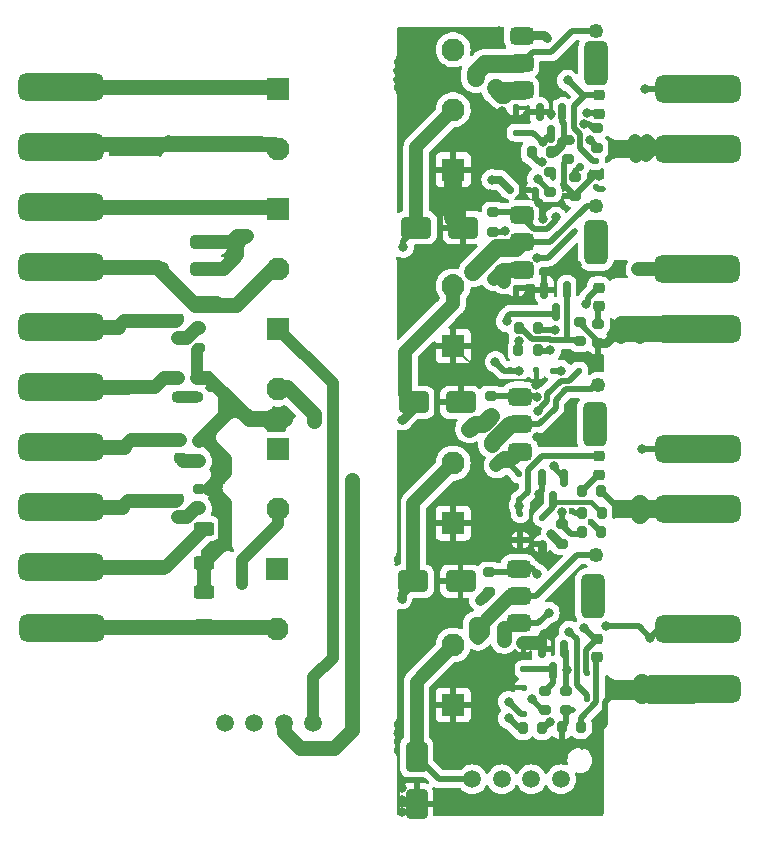
<source format=gbr>
%TF.GenerationSoftware,KiCad,Pcbnew,7.0.11*%
%TF.CreationDate,2025-09-14T18:45:33-04:00*%
%TF.ProjectId,14.1.7 - PMOS - PLC Connector Combined,31342e31-2e37-4202-9d20-504d4f53202d,rev?*%
%TF.SameCoordinates,Original*%
%TF.FileFunction,Copper,L1,Top*%
%TF.FilePolarity,Positive*%
%FSLAX46Y46*%
G04 Gerber Fmt 4.6, Leading zero omitted, Abs format (unit mm)*
G04 Created by KiCad (PCBNEW 7.0.11) date 2025-09-14 18:45:33*
%MOMM*%
%LPD*%
G01*
G04 APERTURE LIST*
G04 Aperture macros list*
%AMRoundRect*
0 Rectangle with rounded corners*
0 $1 Rounding radius*
0 $2 $3 $4 $5 $6 $7 $8 $9 X,Y pos of 4 corners*
0 Add a 4 corners polygon primitive as box body*
4,1,4,$2,$3,$4,$5,$6,$7,$8,$9,$2,$3,0*
0 Add four circle primitives for the rounded corners*
1,1,$1+$1,$2,$3*
1,1,$1+$1,$4,$5*
1,1,$1+$1,$6,$7*
1,1,$1+$1,$8,$9*
0 Add four rect primitives between the rounded corners*
20,1,$1+$1,$2,$3,$4,$5,0*
20,1,$1+$1,$4,$5,$6,$7,0*
20,1,$1+$1,$6,$7,$8,$9,0*
20,1,$1+$1,$8,$9,$2,$3,0*%
G04 Aperture macros list end*
%TA.AperFunction,SMDPad,CuDef*%
%ADD10RoundRect,0.200000X-0.275000X0.200000X-0.275000X-0.200000X0.275000X-0.200000X0.275000X0.200000X0*%
%TD*%
%TA.AperFunction,SMDPad,CuDef*%
%ADD11RoundRect,0.125000X0.125000X-0.125000X0.125000X0.125000X-0.125000X0.125000X-0.125000X-0.125000X0*%
%TD*%
%TA.AperFunction,ComponentPad*%
%ADD12C,1.950000*%
%TD*%
%TA.AperFunction,ComponentPad*%
%ADD13R,1.950000X1.950000*%
%TD*%
%TA.AperFunction,SMDPad,CuDef*%
%ADD14RoundRect,0.572500X-3.045750X-0.572500X3.045750X-0.572500X3.045750X0.572500X-3.045750X0.572500X0*%
%TD*%
%TA.AperFunction,SMDPad,CuDef*%
%ADD15RoundRect,0.200000X0.275000X-0.200000X0.275000X0.200000X-0.275000X0.200000X-0.275000X-0.200000X0*%
%TD*%
%TA.AperFunction,SMDPad,CuDef*%
%ADD16RoundRect,0.218750X0.256250X-0.218750X0.256250X0.218750X-0.256250X0.218750X-0.256250X-0.218750X0*%
%TD*%
%TA.AperFunction,SMDPad,CuDef*%
%ADD17RoundRect,0.125000X-0.125000X0.125000X-0.125000X-0.125000X0.125000X-0.125000X0.125000X0.125000X0*%
%TD*%
%TA.AperFunction,ComponentPad*%
%ADD18C,1.250000*%
%TD*%
%TA.AperFunction,SMDPad,CuDef*%
%ADD19RoundRect,0.200000X0.200000X0.275000X-0.200000X0.275000X-0.200000X-0.275000X0.200000X-0.275000X0*%
%TD*%
%TA.AperFunction,SMDPad,CuDef*%
%ADD20RoundRect,0.250000X-0.650000X1.000000X-0.650000X-1.000000X0.650000X-1.000000X0.650000X1.000000X0*%
%TD*%
%TA.AperFunction,SMDPad,CuDef*%
%ADD21RoundRect,0.150000X-0.150000X0.587500X-0.150000X-0.587500X0.150000X-0.587500X0.150000X0.587500X0*%
%TD*%
%TA.AperFunction,SMDPad,CuDef*%
%ADD22RoundRect,0.200000X-0.200000X-0.275000X0.200000X-0.275000X0.200000X0.275000X-0.200000X0.275000X0*%
%TD*%
%TA.AperFunction,SMDPad,CuDef*%
%ADD23RoundRect,0.375000X-0.625000X-0.375000X0.625000X-0.375000X0.625000X0.375000X-0.625000X0.375000X0*%
%TD*%
%TA.AperFunction,SMDPad,CuDef*%
%ADD24RoundRect,0.500000X-0.500000X-1.400000X0.500000X-1.400000X0.500000X1.400000X-0.500000X1.400000X0*%
%TD*%
%TA.AperFunction,SMDPad,CuDef*%
%ADD25RoundRect,0.250000X-1.000000X-0.650000X1.000000X-0.650000X1.000000X0.650000X-1.000000X0.650000X0*%
%TD*%
%TA.AperFunction,SMDPad,CuDef*%
%ADD26RoundRect,0.125000X-0.125000X-0.125000X0.125000X-0.125000X0.125000X0.125000X-0.125000X0.125000X0*%
%TD*%
%TA.AperFunction,SMDPad,CuDef*%
%ADD27RoundRect,0.250000X1.075000X-0.312500X1.075000X0.312500X-1.075000X0.312500X-1.075000X-0.312500X0*%
%TD*%
%TA.AperFunction,SMDPad,CuDef*%
%ADD28RoundRect,0.250000X0.625000X-0.312500X0.625000X0.312500X-0.625000X0.312500X-0.625000X-0.312500X0*%
%TD*%
%TA.AperFunction,ComponentPad*%
%ADD29C,1.498600*%
%TD*%
%TA.AperFunction,SMDPad,CuDef*%
%ADD30RoundRect,0.125000X0.125000X0.125000X-0.125000X0.125000X-0.125000X-0.125000X0.125000X-0.125000X0*%
%TD*%
%TA.AperFunction,ViaPad*%
%ADD31C,0.800000*%
%TD*%
%TA.AperFunction,ViaPad*%
%ADD32C,0.600000*%
%TD*%
%TA.AperFunction,ViaPad*%
%ADD33C,0.500000*%
%TD*%
%TA.AperFunction,ViaPad*%
%ADD34C,0.700000*%
%TD*%
%TA.AperFunction,Conductor*%
%ADD35C,0.508000*%
%TD*%
%TA.AperFunction,Conductor*%
%ADD36C,1.143000*%
%TD*%
%TA.AperFunction,Conductor*%
%ADD37C,0.250000*%
%TD*%
%TA.AperFunction,Conductor*%
%ADD38C,1.270000*%
%TD*%
%TA.AperFunction,Conductor*%
%ADD39C,1.016000*%
%TD*%
%TA.AperFunction,Conductor*%
%ADD40C,0.200000*%
%TD*%
%TA.AperFunction,Conductor*%
%ADD41C,0.762000*%
%TD*%
%TA.AperFunction,Conductor*%
%ADD42C,1.524000*%
%TD*%
%TA.AperFunction,Conductor*%
%ADD43C,0.812800*%
%TD*%
%TA.AperFunction,Conductor*%
%ADD44C,0.381000*%
%TD*%
%TA.AperFunction,Conductor*%
%ADD45C,1.397000*%
%TD*%
%TA.AperFunction,Conductor*%
%ADD46C,0.889000*%
%TD*%
%TA.AperFunction,Conductor*%
%ADD47C,0.635000*%
%TD*%
%TA.AperFunction,Conductor*%
%ADD48C,0.254000*%
%TD*%
G04 APERTURE END LIST*
D10*
%TO.P,R3,1*%
%TO.N,Net-(Q6-G)*%
X110880000Y-82750000D03*
%TO.P,R3,2*%
%TO.N,Net-(D10-K)*%
X110880000Y-84400000D03*
%TD*%
%TO.P,R7,1*%
%TO.N,Net-(Q10-G)*%
X110530000Y-113230000D03*
%TO.P,R7,2*%
%TO.N,Net-(D10-K)*%
X110530000Y-114880000D03*
%TD*%
D11*
%TO.P,D13,1,K*%
%TO.N,Net-(D10-K)*%
X118840000Y-123980000D03*
%TO.P,D13,2,A*%
%TO.N,Net-(D12-K)*%
X118840000Y-121780000D03*
%TD*%
D12*
%TO.P,J317,1,1*%
%TO.N,Net-(D10-A)*%
X107500000Y-89000000D03*
D13*
%TO.P,J317,2,2*%
%TO.N,GNDPWR*%
X107500000Y-94080000D03*
%TD*%
D14*
%TO.P,J302,1,Pin_1*%
%TO.N,Net-(J302-Pin_1)*%
X128210000Y-118050000D03*
%TD*%
D15*
%TO.P,R17,1*%
%TO.N,Net-(D5-K)*%
X119660000Y-77310000D03*
%TO.P,R17,2*%
%TO.N,Net-(Q5-G)*%
X119660000Y-75660000D03*
%TD*%
D10*
%TO.P,R205,1*%
%TO.N,M*%
X86000000Y-106175000D03*
%TO.P,R205,2*%
%TO.N,Net-(D201-K)*%
X86000000Y-107825000D03*
%TD*%
D16*
%TO.P,D204,1,K*%
%TO.N,Net-(D204-K)*%
X84200000Y-93387500D03*
%TO.P,D204,2,A*%
%TO.N,Net-(D204-A)*%
X84200000Y-91812500D03*
%TD*%
%TO.P,D3,1,K*%
%TO.N,Net-(D3-K)*%
X119690000Y-120455000D03*
%TO.P,D3,2,A*%
%TO.N,Net-(D12-K)*%
X119690000Y-118880000D03*
%TD*%
D14*
%TO.P,J310,1,Pin_1*%
%TO.N,Net-(J304-Pin_1)*%
X128240000Y-72320000D03*
%TD*%
D17*
%TO.P,D7,1,K*%
%TO.N,Net-(D7-K)*%
X115040000Y-108642500D03*
%TO.P,D7,2,A*%
%TO.N,GNDPWR*%
X115040000Y-110842500D03*
%TD*%
D18*
%TO.P,J324,1,Pin_1*%
%TO.N,Net-(J324-Pin_1)*%
X119800000Y-97400000D03*
%TD*%
D15*
%TO.P,R5,1*%
%TO.N,Net-(J314-Pin_1)*%
X116700000Y-110840000D03*
%TO.P,R5,2*%
%TO.N,Net-(Q2-G)*%
X116700000Y-109190000D03*
%TD*%
D17*
%TO.P,D14,1,K*%
%TO.N,Net-(D11-A)*%
X113190000Y-108302500D03*
%TO.P,D14,2,A*%
%TO.N,GNDPWR*%
X113190000Y-110502500D03*
%TD*%
D18*
%TO.P,J325,1,Pin_1*%
%TO.N,Net-(J325-Pin_1)*%
X119600000Y-111800000D03*
%TD*%
D19*
%TO.P,R21,1*%
%TO.N,Net-(J306-Pin_1)*%
X114685000Y-92570000D03*
%TO.P,R21,2*%
%TO.N,Net-(Q3-G)*%
X113035000Y-92570000D03*
%TD*%
%TO.P,R14,1*%
%TO.N,GNDPWR*%
X120025000Y-109800000D03*
%TO.P,R14,2*%
%TO.N,Net-(Q2-G)*%
X118375000Y-109800000D03*
%TD*%
D14*
%TO.P,J210,1,Pin_1*%
%TO.N,Net-(J210-Pin_1)*%
X74278250Y-72187224D03*
%TD*%
D17*
%TO.P,D11,1,K*%
%TO.N,Net-(D10-K)*%
X113110000Y-104942500D03*
%TO.P,D11,2,A*%
%TO.N,Net-(D11-A)*%
X113110000Y-107142500D03*
%TD*%
D16*
%TO.P,D1,1,K*%
%TO.N,Net-(D1-K)*%
X119820000Y-74437500D03*
%TO.P,D1,2,A*%
%TO.N,Net-(D1-A)*%
X119820000Y-72862500D03*
%TD*%
D14*
%TO.P,J209,1,Pin_1*%
%TO.N,M*%
X74278250Y-77245000D03*
%TD*%
D10*
%TO.P,R6,1*%
%TO.N,Net-(Q8-G)*%
X110680000Y-98335000D03*
%TO.P,R6,2*%
%TO.N,Net-(D10-K)*%
X110680000Y-99985000D03*
%TD*%
%TO.P,R206,1*%
%TO.N,M*%
X86000000Y-102150000D03*
%TO.P,R206,2*%
%TO.N,Net-(D202-K)*%
X86000000Y-103800000D03*
%TD*%
D20*
%TO.P,D303,1*%
%TO.N,Net-(D12-K)*%
X104400000Y-128862500D03*
%TO.P,D303,2*%
%TO.N,GNDPWR*%
X104400000Y-132862500D03*
%TD*%
D21*
%TO.P,Q1,1,G*%
%TO.N,Net-(Q1-G)*%
X116880000Y-119700000D03*
%TO.P,Q1,2,S*%
%TO.N,GNDPWR*%
X114980000Y-119700000D03*
%TO.P,Q1,3,D*%
%TO.N,Net-(D8-K)*%
X115930000Y-121575000D03*
%TD*%
D22*
%TO.P,R18,1*%
%TO.N,Net-(Q8-G)*%
X118415000Y-108200000D03*
%TO.P,R18,2*%
%TO.N,Net-(D7-K)*%
X120065000Y-108200000D03*
%TD*%
D14*
%TO.P,J314,1,Pin_1*%
%TO.N,Net-(J314-Pin_1)*%
X128230000Y-102820000D03*
%TD*%
D15*
%TO.P,R208,1*%
%TO.N,M*%
X86000000Y-94225000D03*
%TO.P,R208,2*%
%TO.N,Net-(D204-K)*%
X86000000Y-92575000D03*
%TD*%
D14*
%TO.P,J311,1,Pin_1*%
%TO.N,GNDPWR*%
X128260000Y-92650000D03*
%TD*%
D23*
%TO.P,Q8,1,G*%
%TO.N,Net-(Q8-G)*%
X113170000Y-98420000D03*
%TO.P,Q8,2,D*%
%TO.N,Net-(J324-Pin_1)*%
X113170000Y-100720000D03*
%TO.P,Q8,3,S*%
%TO.N,Net-(D10-K)*%
X113170000Y-103020000D03*
D24*
%TO.P,Q8,4*%
%TO.N,N/C*%
X119470000Y-100720000D03*
%TD*%
D14*
%TO.P,J206,1,Pin_1*%
%TO.N,Net-(D204-A)*%
X74308250Y-92488334D03*
%TD*%
D11*
%TO.P,D6,1,K*%
%TO.N,Net-(D6-K)*%
X112830000Y-91357500D03*
%TO.P,D6,2,A*%
%TO.N,GNDPWR*%
X112830000Y-89157500D03*
%TD*%
D14*
%TO.P,J306,1,Pin_1*%
%TO.N,Net-(J306-Pin_1)*%
X128180000Y-87590000D03*
%TD*%
%TO.P,J307,1,Pin_1*%
%TO.N,GNDPWR*%
X128230000Y-123140000D03*
%TD*%
D25*
%TO.P,D302,1*%
%TO.N,Net-(D11-A)*%
X104120000Y-113990000D03*
%TO.P,D302,2*%
%TO.N,GNDPWR*%
X108120000Y-113990000D03*
%TD*%
D23*
%TO.P,Q6,1,G*%
%TO.N,Net-(Q6-G)*%
X113300000Y-83007500D03*
%TO.P,Q6,2,D*%
%TO.N,Net-(J322-Pin_1)*%
X113300000Y-85307500D03*
%TO.P,Q6,3,S*%
%TO.N,Net-(D10-K)*%
X113300000Y-87607500D03*
D24*
%TO.P,Q6,4*%
%TO.N,N/C*%
X119600000Y-85307500D03*
%TD*%
D22*
%TO.P,R12,1*%
%TO.N,Net-(D4-K)*%
X118375000Y-106400000D03*
%TO.P,R12,2*%
%TO.N,GNDPWR*%
X120025000Y-106400000D03*
%TD*%
D26*
%TO.P,D15,1,K*%
%TO.N,Net-(D10-A)*%
X112350000Y-96140000D03*
%TO.P,D15,2,A*%
%TO.N,GNDPWR*%
X114550000Y-96140000D03*
%TD*%
D14*
%TO.P,J202,1,Pin_1*%
%TO.N,Net-(J202-Pin_1)*%
X74298250Y-112799446D03*
%TD*%
D16*
%TO.P,D203,1,K*%
%TO.N,Net-(D203-K)*%
X84200000Y-98387500D03*
%TO.P,D203,2,A*%
%TO.N,Net-(D203-A)*%
X84200000Y-96812500D03*
%TD*%
D14*
%TO.P,J309,1,Pin_1*%
%TO.N,GNDPWR*%
X128230000Y-77420000D03*
%TD*%
D21*
%TO.P,Q2,1,G*%
%TO.N,Net-(Q2-G)*%
X116900000Y-105240000D03*
%TO.P,Q2,2,S*%
%TO.N,GNDPWR*%
X115000000Y-105240000D03*
%TO.P,Q2,3,D*%
%TO.N,Net-(D7-K)*%
X115950000Y-107115000D03*
%TD*%
D11*
%TO.P,D5,1,K*%
%TO.N,Net-(D5-K)*%
X112800000Y-76017500D03*
%TO.P,D5,2,A*%
%TO.N,GNDPWR*%
X112800000Y-73817500D03*
%TD*%
D15*
%TO.P,R10,1*%
%TO.N,GNDPWR*%
X119780000Y-93860000D03*
%TO.P,R10,2*%
%TO.N,Net-(D2-K)*%
X119780000Y-92210000D03*
%TD*%
D27*
%TO.P,R204,1*%
%TO.N,M*%
X86600000Y-85262500D03*
%TO.P,R204,2*%
%TO.N,Net-(J208-Pin_1)*%
X86600000Y-82337500D03*
%TD*%
D12*
%TO.P,J222,1,1*%
%TO.N,Net-(D203-A)*%
X92640000Y-97740000D03*
D13*
%TO.P,J222,2,2*%
%TO.N,Net-(D204-A)*%
X92640000Y-92660000D03*
%TD*%
D14*
%TO.P,J203,1,Pin_1*%
%TO.N,Net-(D201-A)*%
X74308250Y-107721668D03*
%TD*%
D11*
%TO.P,D12,1,K*%
%TO.N,Net-(D12-K)*%
X113460000Y-125200000D03*
%TO.P,D12,2,A*%
%TO.N,GNDPWR*%
X113460000Y-123000000D03*
%TD*%
D28*
%TO.P,R202,1*%
%TO.N,M*%
X86400000Y-112462500D03*
%TO.P,R202,2*%
%TO.N,Net-(J202-Pin_1)*%
X86400000Y-109537500D03*
%TD*%
D22*
%TO.P,R20,1*%
%TO.N,Net-(Q6-G)*%
X113020000Y-94460000D03*
%TO.P,R20,2*%
%TO.N,Net-(D6-K)*%
X114670000Y-94460000D03*
%TD*%
%TO.P,R4,1*%
%TO.N,Net-(J304-Pin_1)*%
X114135000Y-77680000D03*
%TO.P,R4,2*%
%TO.N,Net-(Q4-G)*%
X115785000Y-77680000D03*
%TD*%
D14*
%TO.P,J315,1,Pin_1*%
%TO.N,GNDPWR*%
X128210000Y-107880000D03*
%TD*%
%TO.P,J208,1,Pin_1*%
%TO.N,Net-(J208-Pin_1)*%
X74298250Y-82342778D03*
%TD*%
D12*
%TO.P,J224,1,1*%
%TO.N,Net-(J201-Pin_1)*%
X92600000Y-118060000D03*
D13*
%TO.P,J224,2,2*%
%TO.N,Net-(J202-Pin_1)*%
X92600000Y-112980000D03*
%TD*%
D12*
%TO.P,J320,1,1*%
%TO.N,Net-(D11-A)*%
X107500000Y-104000000D03*
D13*
%TO.P,J320,2,2*%
%TO.N,GNDPWR*%
X107500000Y-109080000D03*
%TD*%
D25*
%TO.P,D301,1*%
%TO.N,Net-(D10-A)*%
X104160000Y-98860000D03*
%TO.P,D301,2*%
%TO.N,GNDPWR*%
X108160000Y-98860000D03*
%TD*%
D28*
%TO.P,R201,1*%
%TO.N,Net-(J201-Pin_1)*%
X86400000Y-117800000D03*
%TO.P,R201,2*%
%TO.N,M*%
X86400000Y-114875000D03*
%TD*%
D21*
%TO.P,Q3,1,G*%
%TO.N,Net-(Q3-G)*%
X117120000Y-89315000D03*
%TO.P,Q3,2,S*%
%TO.N,GNDPWR*%
X115220000Y-89315000D03*
%TO.P,Q3,3,D*%
%TO.N,Net-(D6-K)*%
X116170000Y-91190000D03*
%TD*%
D29*
%TO.P,J226,1,1*%
%TO.N,Net-(D204-A)*%
X95660000Y-125970000D03*
%TO.P,J226,2,2*%
%TO.N,Net-(D203-A)*%
X93160000Y-125970000D03*
%TO.P,J226,3,3*%
%TO.N,Net-(D202-A)*%
X90660000Y-125970000D03*
%TO.P,J226,4,4*%
%TO.N,Net-(D201-A)*%
X88160000Y-125970000D03*
%TD*%
D14*
%TO.P,J201,1,Pin_1*%
%TO.N,Net-(J201-Pin_1)*%
X74370000Y-117920000D03*
%TD*%
D19*
%TO.P,R8,1*%
%TO.N,Net-(J302-Pin_1)*%
X115040000Y-126430000D03*
%TO.P,R8,2*%
%TO.N,Net-(Q1-G)*%
X113390000Y-126430000D03*
%TD*%
D22*
%TO.P,R11,1*%
%TO.N,GNDPWR*%
X116690000Y-126380000D03*
%TO.P,R11,2*%
%TO.N,Net-(D3-K)*%
X118340000Y-126380000D03*
%TD*%
D30*
%TO.P,D10,1,K*%
%TO.N,Net-(D10-K)*%
X118160000Y-96160000D03*
%TO.P,D10,2,A*%
%TO.N,Net-(D10-A)*%
X115960000Y-96160000D03*
%TD*%
D12*
%TO.P,J318,1,1*%
%TO.N,Net-(D10-K)*%
X107500000Y-69000000D03*
%TO.P,J318,2,2*%
%TO.N,Net-(D1-A)*%
X107500000Y-74080000D03*
D13*
%TO.P,J318,3,3*%
%TO.N,GNDPWR*%
X107500000Y-79160000D03*
%TD*%
D23*
%TO.P,Q5,1,G*%
%TO.N,Net-(Q5-G)*%
X113300000Y-67840000D03*
%TO.P,Q5,2,D*%
%TO.N,Net-(J323-Pin_1)*%
X113300000Y-70140000D03*
%TO.P,Q5,3,S*%
%TO.N,Net-(D10-K)*%
X113300000Y-72440000D03*
D24*
%TO.P,Q5,4*%
%TO.N,N/C*%
X119600000Y-70140000D03*
%TD*%
D15*
%TO.P,R9,1*%
%TO.N,GNDPWR*%
X117850000Y-81405000D03*
%TO.P,R9,2*%
%TO.N,Net-(D1-K)*%
X117850000Y-79755000D03*
%TD*%
D16*
%TO.P,D4,1,K*%
%TO.N,Net-(D4-K)*%
X119820000Y-104987500D03*
%TO.P,D4,2,A*%
%TO.N,Net-(D11-A)*%
X119820000Y-103412500D03*
%TD*%
D18*
%TO.P,J323,1,Pin_1*%
%TO.N,Net-(J323-Pin_1)*%
X119600000Y-67400000D03*
%TD*%
D26*
%TO.P,D16,1,K*%
%TO.N,Net-(D1-A)*%
X112230000Y-80860000D03*
%TO.P,D16,2,A*%
%TO.N,GNDPWR*%
X114430000Y-80860000D03*
%TD*%
D15*
%TO.P,R19,1*%
%TO.N,Net-(Q10-G)*%
X115260000Y-124935000D03*
%TO.P,R19,2*%
%TO.N,Net-(D8-K)*%
X115260000Y-123285000D03*
%TD*%
D10*
%TO.P,R15,1*%
%TO.N,GNDPWR*%
X118220000Y-92030000D03*
%TO.P,R15,2*%
%TO.N,Net-(Q3-G)*%
X118220000Y-93680000D03*
%TD*%
D25*
%TO.P,D309,1*%
%TO.N,Net-(D1-A)*%
X104360000Y-84070000D03*
%TO.P,D309,2*%
%TO.N,GNDPWR*%
X108360000Y-84070000D03*
%TD*%
D27*
%TO.P,R203,1*%
%TO.N,Net-(J207-Pin_1)*%
X86600000Y-90462500D03*
%TO.P,R203,2*%
%TO.N,M*%
X86600000Y-87537500D03*
%TD*%
D18*
%TO.P,J322,1,Pin_1*%
%TO.N,Net-(J322-Pin_1)*%
X119600000Y-82200000D03*
%TD*%
D21*
%TO.P,Q4,1,G*%
%TO.N,Net-(Q4-G)*%
X116710000Y-74272500D03*
%TO.P,Q4,2,S*%
%TO.N,GNDPWR*%
X114810000Y-74272500D03*
%TO.P,Q4,3,D*%
%TO.N,Net-(D5-K)*%
X115760000Y-76147500D03*
%TD*%
D14*
%TO.P,J204,1,Pin_1*%
%TO.N,Net-(D202-A)*%
X74298250Y-102653890D03*
%TD*%
%TO.P,J207,1,Pin_1*%
%TO.N,Net-(J207-Pin_1)*%
X74308250Y-87400556D03*
%TD*%
%TO.P,J205,1,Pin_1*%
%TO.N,Net-(D203-A)*%
X74280000Y-97590000D03*
%TD*%
D10*
%TO.P,R207,1*%
%TO.N,M*%
X85800000Y-96775000D03*
%TO.P,R207,2*%
%TO.N,Net-(D203-K)*%
X85800000Y-98425000D03*
%TD*%
D12*
%TO.P,J221,1,1*%
%TO.N,Net-(D201-A)*%
X92640000Y-107900000D03*
D13*
%TO.P,J221,2,2*%
%TO.N,Net-(D202-A)*%
X92640000Y-102820000D03*
%TD*%
D16*
%TO.P,D202,1,K*%
%TO.N,Net-(D202-K)*%
X84400000Y-103600000D03*
%TO.P,D202,2,A*%
%TO.N,Net-(D202-A)*%
X84400000Y-102025000D03*
%TD*%
D11*
%TO.P,D8,1,K*%
%TO.N,Net-(D8-K)*%
X113450000Y-121457500D03*
%TO.P,D8,2,A*%
%TO.N,GNDPWR*%
X113450000Y-119257500D03*
%TD*%
D12*
%TO.P,J223,1,1*%
%TO.N,M*%
X92640000Y-77420000D03*
D13*
%TO.P,J223,2,2*%
%TO.N,Net-(J210-Pin_1)*%
X92640000Y-72340000D03*
%TD*%
D16*
%TO.P,D201,1,K*%
%TO.N,Net-(D201-K)*%
X84200000Y-108600000D03*
%TO.P,D201,2,A*%
%TO.N,Net-(D201-A)*%
X84200000Y-107025000D03*
%TD*%
D23*
%TO.P,Q10,1,G*%
%TO.N,Net-(Q10-G)*%
X113040000Y-112960000D03*
%TO.P,Q10,2,D*%
%TO.N,Net-(J325-Pin_1)*%
X113040000Y-115260000D03*
%TO.P,Q10,3,S*%
%TO.N,Net-(D10-K)*%
X113040000Y-117560000D03*
D24*
%TO.P,Q10,4*%
%TO.N,N/C*%
X119340000Y-115260000D03*
%TD*%
D12*
%TO.P,J225,1,1*%
%TO.N,Net-(J207-Pin_1)*%
X92640000Y-87580000D03*
D13*
%TO.P,J225,2,2*%
%TO.N,Net-(J208-Pin_1)*%
X92640000Y-82500000D03*
%TD*%
D16*
%TO.P,D2,1,K*%
%TO.N,Net-(D2-K)*%
X119820000Y-90710000D03*
%TO.P,D2,2,A*%
%TO.N,Net-(D10-A)*%
X119820000Y-89135000D03*
%TD*%
D10*
%TO.P,R13,1*%
%TO.N,Net-(Q1-G)*%
X117040000Y-123265000D03*
%TO.P,R13,2*%
%TO.N,GNDPWR*%
X117040000Y-124915000D03*
%TD*%
D15*
%TO.P,R1,1*%
%TO.N,Net-(Q5-G)*%
X115700000Y-81025000D03*
%TO.P,R1,2*%
%TO.N,Net-(D10-K)*%
X115700000Y-79375000D03*
%TD*%
D11*
%TO.P,D9,1,K*%
%TO.N,Net-(D10-K)*%
X119590000Y-80600000D03*
%TO.P,D9,2,A*%
%TO.N,Net-(D1-A)*%
X119590000Y-78400000D03*
%TD*%
D12*
%TO.P,J319,1,1*%
%TO.N,Net-(D12-K)*%
X107500000Y-119400000D03*
D13*
%TO.P,J319,2,2*%
%TO.N,GNDPWR*%
X107500000Y-124480000D03*
%TD*%
D15*
%TO.P,R2,1*%
%TO.N,GNDPWR*%
X117260000Y-78270000D03*
%TO.P,R2,2*%
%TO.N,Net-(Q4-G)*%
X117260000Y-76620000D03*
%TD*%
D29*
%TO.P,J321,1,1*%
%TO.N,Net-(D1-A)*%
X116620000Y-130760000D03*
%TO.P,J321,2,2*%
%TO.N,Net-(D10-A)*%
X114120000Y-130760000D03*
%TO.P,J321,3,3*%
%TO.N,Net-(D11-A)*%
X111620000Y-130760000D03*
%TO.P,J321,4,4*%
%TO.N,Net-(D12-K)*%
X109120000Y-130760000D03*
%TD*%
D31*
%TO.N,Net-(J306-Pin_1)*%
X123120000Y-87640000D03*
X116101130Y-92741130D03*
%TO.N,Net-(J302-Pin_1)*%
X124200000Y-118800000D03*
X115712186Y-125914667D03*
X120400000Y-117800000D03*
%TO.N,Net-(J304-Pin_1)*%
X123780000Y-72340000D03*
X114995090Y-78500858D03*
%TO.N,Net-(J201-Pin_1)*%
X79471250Y-117874224D03*
X80868250Y-117874224D03*
X82265250Y-117874224D03*
%TO.N,Net-(D201-A)*%
X79471250Y-107714224D03*
X89600000Y-114200000D03*
%TO.N,Net-(D202-A)*%
X79598250Y-102634224D03*
%TO.N,Net-(J207-Pin_1)*%
X83027250Y-87394224D03*
X81376250Y-87394224D03*
X79852250Y-87394224D03*
%TO.N,Net-(J208-Pin_1)*%
X81503250Y-82314224D03*
X79725250Y-82314224D03*
X83281250Y-82314224D03*
%TO.N,M*%
X82773250Y-76980224D03*
X79344250Y-76980224D03*
X89200000Y-84800000D03*
X90000000Y-84800000D03*
X93200000Y-100200000D03*
X80995250Y-76980224D03*
%TO.N,Net-(J314-Pin_1)*%
X123470000Y-102800000D03*
X115800000Y-110000000D03*
%TO.N,GNDPWR*%
X107200000Y-117200000D03*
X106000000Y-90000000D03*
X112800000Y-90200000D03*
X115800000Y-118600000D03*
X115150000Y-112040000D03*
X119883870Y-79683870D03*
X106200000Y-116400000D03*
X119200000Y-95200000D03*
X123880000Y-76700000D03*
X117200000Y-102000000D03*
X117800000Y-133200000D03*
X103190000Y-133540000D03*
X111400000Y-67400000D03*
X107200000Y-86400000D03*
X116600000Y-133200000D03*
X122930000Y-76700000D03*
X123350000Y-93310000D03*
X123470000Y-122610000D03*
X124250000Y-123800000D03*
X123330000Y-107490000D03*
X105600000Y-73400000D03*
X118000000Y-87200000D03*
X117200000Y-100200000D03*
X112800000Y-79000000D03*
X124260000Y-122570000D03*
X123350000Y-108550000D03*
X121680000Y-92100000D03*
X116800000Y-115000000D03*
X116200000Y-72800000D03*
X121680000Y-93350000D03*
X103180000Y-132500000D03*
X123460000Y-123820000D03*
X114800000Y-106600000D03*
X103180000Y-131480000D03*
X115400000Y-133200000D03*
X114000000Y-133200000D03*
X114803750Y-81996250D03*
X122960000Y-77960000D03*
X114510000Y-97380000D03*
X123350000Y-92100000D03*
X110600000Y-81200000D03*
X115800000Y-74400000D03*
X107600000Y-71400000D03*
X111600000Y-74200000D03*
X114600000Y-101800000D03*
X105800000Y-67600000D03*
X123850000Y-77890000D03*
X115200000Y-70600000D03*
X115090672Y-83339328D03*
D32*
X119200000Y-109000000D03*
D31*
X103400000Y-68000000D03*
%TO.N,Net-(D10-A)*%
X116630000Y-96160000D03*
X103200000Y-100320000D03*
X118745000Y-90511688D03*
X111080000Y-95440000D03*
X113070000Y-96160000D03*
%TO.N,Net-(D5-K)*%
X115069232Y-76789711D03*
X119088933Y-76621067D03*
%TO.N,Net-(D6-K)*%
X112035000Y-92000000D03*
X115730000Y-94449130D03*
%TO.N,Net-(Q1-G)*%
X117110000Y-121510000D03*
X112200000Y-125600000D03*
%TO.N,Net-(Q2-G)*%
X116700000Y-108160000D03*
X116000000Y-104240000D03*
%TO.N,Net-(Q5-G)*%
X118581260Y-75286740D03*
X115400000Y-68000000D03*
X114637500Y-79962500D03*
%TO.N,Net-(Q6-G)*%
X113101927Y-93645000D03*
X116200000Y-83200000D03*
%TO.N,Net-(Q8-G)*%
X114604315Y-98375545D03*
D32*
X117588304Y-108015362D03*
D31*
%TO.N,Net-(Q10-G)*%
X114610000Y-113390000D03*
X114200000Y-124000000D03*
%TO.N,Net-(D11-A)*%
X103130000Y-115490000D03*
X113110000Y-107600000D03*
%TO.N,Net-(D10-K)*%
X117340000Y-118260000D03*
X108840000Y-101060000D03*
X111800000Y-72790000D03*
D33*
X120200000Y-80800000D03*
X115950000Y-79890000D03*
D31*
X109800000Y-115600000D03*
X114639701Y-99618671D03*
X114600000Y-86600000D03*
D33*
X117800000Y-84366750D03*
D31*
X111800000Y-118000000D03*
X109487159Y-100508920D03*
X111150000Y-104200000D03*
X115614000Y-116656000D03*
X111580000Y-87750000D03*
X111121811Y-72277590D03*
X111800000Y-119000000D03*
X111930000Y-88730000D03*
X111870000Y-84370000D03*
X111760000Y-103560000D03*
X110960000Y-88370000D03*
%TO.N,Net-(D1-K)*%
X118858422Y-74325915D03*
D34*
X118205033Y-78906000D03*
D31*
%TO.N,Net-(D1-A)*%
X117200000Y-71600000D03*
X110800000Y-80000000D03*
X103270000Y-85720000D03*
%TO.N,Net-(D12-K)*%
X118600000Y-118000000D03*
X112200000Y-124200000D03*
%TO.N,Net-(J323-Pin_1)*%
X110000000Y-70400000D03*
X109437000Y-71400000D03*
%TO.N,Net-(J322-Pin_1)*%
X109800000Y-87200000D03*
X109200000Y-87800000D03*
%TO.N,Net-(J324-Pin_1)*%
X111400000Y-101800000D03*
X110800000Y-102400000D03*
%TO.N,Net-(J325-Pin_1)*%
X109400000Y-117600000D03*
X109600000Y-118800000D03*
%TO.N,Net-(D203-A)*%
X95679002Y-100444402D03*
X79852250Y-97554224D03*
X98902250Y-105440000D03*
%TO.N,Net-(D204-A)*%
X79090250Y-92494687D03*
%TO.N,Net-(J202-Pin_1)*%
X79471250Y-112794224D03*
X80868250Y-112794224D03*
X82392250Y-112794224D03*
%TD*%
D35*
%TO.N,Net-(J306-Pin_1)*%
X116100000Y-92740000D02*
X114855000Y-92740000D01*
X123120000Y-87640000D02*
X123180000Y-87580000D01*
X114855000Y-92740000D02*
X114685000Y-92570000D01*
D36*
X123180000Y-87580000D02*
X128180000Y-87580000D01*
D35*
X116101130Y-92741130D02*
X116100000Y-92740000D01*
%TO.N,Net-(J302-Pin_1)*%
X124200000Y-118800000D02*
X123200000Y-117800000D01*
X123200000Y-117800000D02*
X120400000Y-117800000D01*
X115712186Y-125914667D02*
X115196853Y-126430000D01*
X115196853Y-126430000D02*
X115040000Y-126430000D01*
X124950000Y-118050000D02*
X128210000Y-118050000D01*
X124200000Y-118800000D02*
X124950000Y-118050000D01*
%TO.N,Net-(J304-Pin_1)*%
X123780000Y-72340000D02*
X128220000Y-72340000D01*
D37*
X128150000Y-72410000D02*
X128240000Y-72320000D01*
D35*
X114995090Y-78500858D02*
X114725858Y-78500858D01*
X128170000Y-72390000D02*
X128240000Y-72320000D01*
X114725858Y-78500858D02*
X114135000Y-77910000D01*
X128220000Y-72340000D02*
X128240000Y-72320000D01*
D38*
%TO.N,Net-(J201-Pin_1)*%
X92298250Y-117874224D02*
X84800000Y-117874224D01*
X84800000Y-117874224D02*
X74292163Y-117874224D01*
X74292163Y-117874224D02*
X74290616Y-117875771D01*
X92425250Y-117747224D02*
X92298250Y-117874224D01*
D36*
%TO.N,Net-(D201-K)*%
X84200000Y-108600000D02*
X84948454Y-108600000D01*
X84948454Y-108600000D02*
X85723454Y-107825000D01*
X85723454Y-107825000D02*
X86000000Y-107825000D01*
D38*
%TO.N,Net-(D201-A)*%
X74287595Y-107731527D02*
X74295588Y-107739520D01*
D39*
X89600000Y-112200000D02*
X92640000Y-109160000D01*
D38*
X74295588Y-107739520D02*
X79445954Y-107739520D01*
X92425250Y-107685250D02*
X92425250Y-107587224D01*
D35*
X84200000Y-107025000D02*
X84001000Y-107224000D01*
D36*
X84001000Y-107224000D02*
X79961474Y-107224000D01*
D38*
X92640000Y-107900000D02*
X92454224Y-107714224D01*
D39*
X92640000Y-109160000D02*
X92640000Y-107900000D01*
D38*
X79445954Y-107739520D02*
X79471250Y-107714224D01*
D36*
X79961474Y-107224000D02*
X79471250Y-107714224D01*
D38*
X92640000Y-107900000D02*
X92425250Y-107685250D01*
D39*
X89600000Y-114200000D02*
X89600000Y-112200000D01*
D38*
X74304898Y-107714224D02*
X74287595Y-107731527D01*
D35*
%TO.N,Net-(D202-K)*%
X84400000Y-103600000D02*
X84600000Y-103800000D01*
D36*
X84600000Y-103800000D02*
X86000000Y-103800000D01*
D38*
%TO.N,Net-(D202-A)*%
X92425250Y-102507224D02*
X92298250Y-102634224D01*
X74317916Y-102634224D02*
X74298250Y-102653890D01*
D36*
X80207474Y-102025000D02*
X79598250Y-102634224D01*
D38*
X79598250Y-102634224D02*
X74317916Y-102634224D01*
X74288698Y-102634224D02*
X74270525Y-102652397D01*
D36*
X84400000Y-102025000D02*
X80207474Y-102025000D01*
D39*
%TO.N,Net-(D203-K)*%
X84200000Y-98387500D02*
X85762500Y-98387500D01*
D40*
X85762500Y-98387500D02*
X85800000Y-98425000D01*
D38*
%TO.N,Net-(J207-Pin_1)*%
X82423627Y-87398787D02*
X74272933Y-87398787D01*
X85624840Y-90600000D02*
X82423627Y-87398787D01*
X92425250Y-87267224D02*
X89092474Y-90600000D01*
X89092474Y-90600000D02*
X85624840Y-90600000D01*
%TO.N,Net-(J208-Pin_1)*%
X92425250Y-82187224D02*
X92454224Y-82216198D01*
X92454224Y-82216198D02*
X92454224Y-82314224D01*
X74322732Y-82314224D02*
X74290929Y-82346027D01*
X92454224Y-82314224D02*
X74322732Y-82314224D01*
D40*
%TO.N,M*%
X85800000Y-94425000D02*
X86000000Y-94225000D01*
D36*
X88200000Y-99950000D02*
X86000000Y-102150000D01*
D35*
X86975000Y-106175000D02*
X86000000Y-106175000D01*
D36*
X88200000Y-104800000D02*
X86825000Y-106175000D01*
X88200000Y-98200000D02*
X88200000Y-99950000D01*
X88200000Y-103675000D02*
X88200000Y-104800000D01*
D38*
X93261224Y-100221224D02*
X90221224Y-100221224D01*
D36*
X86400000Y-113125000D02*
X86400000Y-114875000D01*
D35*
X86825000Y-106175000D02*
X86000000Y-106175000D01*
D36*
X86400000Y-112462500D02*
X88200000Y-110662500D01*
X86675000Y-102150000D02*
X88200000Y-103675000D01*
X88062500Y-87537500D02*
X87200000Y-87537500D01*
X88200000Y-107400000D02*
X86975000Y-106175000D01*
X85800000Y-96775000D02*
X86775000Y-96775000D01*
X88737500Y-85262500D02*
X89200000Y-84800000D01*
X89200000Y-86400000D02*
X88062500Y-87537500D01*
D38*
X74595318Y-76970000D02*
X74313791Y-77251527D01*
D37*
X79088577Y-77251527D02*
X74313791Y-77251527D01*
D36*
X87200000Y-85262500D02*
X88737500Y-85262500D01*
D37*
X79105880Y-77234224D02*
X79088577Y-77251527D01*
D35*
X86000000Y-102150000D02*
X86675000Y-102150000D01*
D38*
X90221224Y-100221224D02*
X88200000Y-98200000D01*
D36*
X86775000Y-96775000D02*
X88200000Y-98200000D01*
D38*
X92288026Y-76970000D02*
X74595318Y-76970000D01*
D39*
X85800000Y-96775000D02*
X85800000Y-94425000D01*
D36*
X89200000Y-84800000D02*
X89200000Y-86400000D01*
D38*
X92425250Y-77107224D02*
X92288026Y-76970000D01*
D36*
X90000000Y-84800000D02*
X89200000Y-84800000D01*
X88200000Y-110662500D02*
X88200000Y-107400000D01*
D38*
%TO.N,Net-(J210-Pin_1)*%
X74268986Y-72175201D02*
X92500273Y-72175201D01*
D35*
%TO.N,Net-(J314-Pin_1)*%
X123470000Y-102800000D02*
X123490000Y-102820000D01*
X123490000Y-102820000D02*
X128230000Y-102820000D01*
D41*
X116640000Y-110840000D02*
X116700000Y-110840000D01*
X115800000Y-110000000D02*
X116640000Y-110840000D01*
%TO.N,GNDPWR*%
X114980000Y-118620000D02*
X115200000Y-118400000D01*
D42*
X123948510Y-123140000D02*
X123460000Y-123628510D01*
D36*
X123647990Y-77420000D02*
X122930000Y-76702010D01*
X123230000Y-107390000D02*
X123330000Y-107490000D01*
D41*
X115040000Y-111930000D02*
X115040000Y-110842500D01*
D35*
X120338000Y-124262000D02*
X120800000Y-123800000D01*
D36*
X127710000Y-92100000D02*
X128260000Y-92650000D01*
D40*
X114537500Y-119257500D02*
X114980000Y-119700000D01*
D35*
X119433836Y-79683870D02*
X117850000Y-81267706D01*
D42*
X123720000Y-107880000D02*
X123330000Y-107490000D01*
D35*
X118290000Y-92224562D02*
X119780000Y-93714562D01*
D36*
X122260000Y-92680000D02*
X121680000Y-92100000D01*
X128260000Y-92680000D02*
X122339010Y-92680000D01*
X128260000Y-92680000D02*
X123980000Y-92680000D01*
D35*
X121115000Y-107490000D02*
X123330000Y-107490000D01*
D42*
X107500000Y-79160000D02*
X107500000Y-83210000D01*
D36*
X124260000Y-122570000D02*
X127660000Y-122570000D01*
D41*
X120547634Y-93718142D02*
X120926766Y-93339010D01*
D36*
X128230000Y-77420000D02*
X124320000Y-77420000D01*
D35*
X119883870Y-79683870D02*
X119433836Y-79683870D01*
D36*
X121680000Y-92100000D02*
X123350000Y-92100000D01*
X127660000Y-122570000D02*
X128220000Y-123130000D01*
D42*
X128230000Y-123140000D02*
X127741490Y-123628510D01*
D35*
X118290000Y-91980000D02*
X118290000Y-92224562D01*
D41*
X123310000Y-93350000D02*
X123350000Y-93310000D01*
D36*
X124320000Y-77420000D02*
X123850000Y-77890000D01*
D42*
X127741490Y-123628510D02*
X124250000Y-123628510D01*
D43*
X122339010Y-92680000D02*
X121680000Y-93339010D01*
D42*
X128230000Y-123140000D02*
X123997490Y-123140000D01*
D36*
X123980000Y-92680000D02*
X123350000Y-93310000D01*
X123350000Y-92100000D02*
X127710000Y-92100000D01*
D40*
X114510000Y-97380000D02*
X114130000Y-97000000D01*
D35*
X116921000Y-80476000D02*
X117850000Y-81405000D01*
X117850000Y-81267706D02*
X117850000Y-81405000D01*
X117040000Y-126030000D02*
X116690000Y-126380000D01*
D42*
X123858510Y-107880000D02*
X123350000Y-108388510D01*
D36*
X113450000Y-119257500D02*
X114537500Y-119257500D01*
D42*
X128210000Y-107880000D02*
X123720000Y-107880000D01*
D35*
X127550000Y-123800000D02*
X128220000Y-123130000D01*
D36*
X124597990Y-77420000D02*
X123880000Y-76702010D01*
D35*
X114803750Y-81996250D02*
X115090672Y-82283172D01*
X120025000Y-106400000D02*
X121115000Y-107490000D01*
D41*
X119780000Y-93860000D02*
X120434508Y-93860000D01*
D36*
X123500000Y-77420000D02*
X122960000Y-77960000D01*
D42*
X123818510Y-107920000D02*
X123350000Y-108388510D01*
D35*
X116921000Y-78609000D02*
X116921000Y-80476000D01*
X119200000Y-109000000D02*
X120000000Y-109800000D01*
D36*
X123350000Y-92100000D02*
X123350000Y-93310000D01*
D42*
X123997490Y-123140000D02*
X123470000Y-122612510D01*
D35*
X120338000Y-126062000D02*
X120338000Y-124262000D01*
X117260000Y-78270000D02*
X116921000Y-78609000D01*
D40*
X114130000Y-97000000D02*
X110420000Y-97000000D01*
D35*
X115090672Y-82283172D02*
X115090672Y-83339328D01*
D41*
X115150000Y-112040000D02*
X115040000Y-111930000D01*
D36*
X128230000Y-77420000D02*
X124597990Y-77420000D01*
D35*
X115000000Y-106400000D02*
X114800000Y-106600000D01*
D42*
X128210000Y-107880000D02*
X123858510Y-107880000D01*
D35*
X120000000Y-109800000D02*
X120025000Y-109800000D01*
X119780000Y-93714562D02*
X119780000Y-93860000D01*
X115000000Y-105240000D02*
X115000000Y-106400000D01*
X114803750Y-81996250D02*
X114472500Y-81665000D01*
X117040000Y-124915000D02*
X117675000Y-124915000D01*
D36*
X128260000Y-92680000D02*
X122260000Y-92680000D01*
D35*
X123780000Y-77960000D02*
X123850000Y-77890000D01*
X124250000Y-123800000D02*
X127550000Y-123800000D01*
X117040000Y-124915000D02*
X117040000Y-126030000D01*
D41*
X114980000Y-119700000D02*
X114980000Y-118620000D01*
D35*
X122960000Y-77960000D02*
X123780000Y-77960000D01*
D36*
X128200000Y-77420000D02*
X124320000Y-77420000D01*
D42*
X107500000Y-83210000D02*
X108360000Y-84070000D01*
D36*
X128200000Y-77420000D02*
X123500000Y-77420000D01*
D41*
X120926766Y-93339010D02*
X121680000Y-93339010D01*
D40*
X110420000Y-97000000D02*
X107500000Y-94080000D01*
D42*
X128230000Y-123140000D02*
X123948510Y-123140000D01*
D36*
X128230000Y-77420000D02*
X123647990Y-77420000D01*
D41*
X127600000Y-93310000D02*
X128260000Y-92650000D01*
D35*
X120800000Y-123800000D02*
X124250000Y-123800000D01*
D41*
X120434508Y-93860000D02*
X120547634Y-93718142D01*
D35*
X123320000Y-108580000D02*
X123350000Y-108550000D01*
D41*
X123350000Y-93310000D02*
X127600000Y-93310000D01*
X121680000Y-93350000D02*
X123310000Y-93350000D01*
D42*
X128230000Y-107920000D02*
X123818510Y-107920000D01*
X107500000Y-79160000D02*
X107530000Y-79190000D01*
D35*
X118400000Y-128000000D02*
X120338000Y-126062000D01*
D36*
X121680000Y-92100000D02*
X121680000Y-93339010D01*
D35*
X114472500Y-81665000D02*
X114472500Y-80900000D01*
D36*
%TO.N,Net-(D10-A)*%
X107500000Y-90500000D02*
X107500000Y-89000000D01*
X103440000Y-98140000D02*
X103440000Y-94560000D01*
D35*
X118745000Y-90511688D02*
X118891000Y-90365688D01*
D41*
X104160000Y-99360000D02*
X104160000Y-98860000D01*
D36*
X104160000Y-98860000D02*
X103440000Y-98140000D01*
D35*
X115960000Y-96160000D02*
X116630000Y-96160000D01*
X111080000Y-95440000D02*
X111800000Y-96160000D01*
D42*
X107500000Y-89000000D02*
X107500000Y-88790000D01*
D41*
X103200000Y-100320000D02*
X104160000Y-99360000D01*
D35*
X111800000Y-96160000D02*
X113070000Y-96160000D01*
D36*
X103440000Y-94560000D02*
X107500000Y-90500000D01*
D35*
X118891000Y-90365688D02*
X118891000Y-90024000D01*
X118891000Y-90024000D02*
X119780000Y-89135000D01*
%TO.N,Net-(D5-K)*%
X115069232Y-76789711D02*
X115481443Y-76377500D01*
X119660000Y-77192134D02*
X119660000Y-77310000D01*
X119088933Y-76621067D02*
X119660000Y-77192134D01*
X114297021Y-76017500D02*
X112800000Y-76017500D01*
X115069232Y-76789711D02*
X114297021Y-76017500D01*
X115481443Y-76377500D02*
X115770000Y-76377500D01*
%TO.N,Net-(D6-K)*%
X115709130Y-94470000D02*
X114850000Y-94470000D01*
X116002500Y-91357500D02*
X116170000Y-91190000D01*
X112332500Y-91357500D02*
X116002500Y-91357500D01*
X112035000Y-91655000D02*
X112332500Y-91357500D01*
X112035000Y-92000000D02*
X112035000Y-91655000D01*
X115730000Y-94449130D02*
X115709130Y-94470000D01*
D44*
%TO.N,Net-(D7-K)*%
X116100500Y-107265500D02*
X115950000Y-107115000D01*
X120065000Y-108200000D02*
X119130500Y-107265500D01*
D35*
X115950000Y-107115000D02*
X115950000Y-107732500D01*
X115950000Y-107732500D02*
X115040000Y-108642500D01*
D44*
X119130500Y-107265500D02*
X116100500Y-107265500D01*
D35*
%TO.N,Net-(D8-K)*%
X113507500Y-121400000D02*
X113450000Y-121457500D01*
X115755000Y-121400000D02*
X113507500Y-121400000D01*
X115930000Y-121575000D02*
X115755000Y-121400000D01*
X115260000Y-123285000D02*
X115930000Y-122615000D01*
X115930000Y-122615000D02*
X115930000Y-121575000D01*
%TO.N,Net-(Q1-G)*%
X117070000Y-123235000D02*
X117040000Y-123265000D01*
X117070000Y-121550000D02*
X117070000Y-123235000D01*
X117110000Y-121510000D02*
X117070000Y-121550000D01*
X117070000Y-119890000D02*
X117070000Y-121470000D01*
X117070000Y-121470000D02*
X117110000Y-121510000D01*
X112200000Y-125600000D02*
X113030000Y-126430000D01*
X113030000Y-126430000D02*
X113390000Y-126430000D01*
X116880000Y-119700000D02*
X117070000Y-119890000D01*
%TO.N,Net-(D2-K)*%
X119780000Y-90710000D02*
X119780000Y-92210000D01*
%TO.N,Net-(D3-K)*%
X119630000Y-124262294D02*
X118340000Y-125552294D01*
X119690000Y-120455000D02*
X119630000Y-120515000D01*
X119630000Y-120515000D02*
X119630000Y-124262294D01*
X118340000Y-125552294D02*
X118340000Y-126380000D01*
%TO.N,Net-(D4-K)*%
X119787500Y-104987500D02*
X118375000Y-106400000D01*
X119820000Y-104987500D02*
X119787500Y-104987500D01*
%TO.N,Net-(Q2-G)*%
X116700000Y-108160000D02*
X116696000Y-108164000D01*
X116000000Y-104340000D02*
X116900000Y-105240000D01*
X117493188Y-110000000D02*
X118380000Y-110000000D01*
X116696000Y-108164000D02*
X116696000Y-109186000D01*
X116700000Y-109206812D02*
X117493188Y-110000000D01*
X116000000Y-104240000D02*
X116000000Y-104340000D01*
%TO.N,Net-(Q3-G)*%
X117130000Y-93600000D02*
X117130000Y-89742500D01*
X115747391Y-93595130D02*
X118135130Y-93595130D01*
X118135130Y-93595130D02*
X118220000Y-93680000D01*
X115651261Y-93499000D02*
X115747391Y-93595130D01*
X113035000Y-92570000D02*
X113234666Y-92570000D01*
X114163666Y-93499000D02*
X115651261Y-93499000D01*
X113234666Y-92570000D02*
X114163666Y-93499000D01*
D41*
%TO.N,Net-(Q4-G)*%
X116765000Y-76605000D02*
X117399933Y-76605000D01*
X116002946Y-77680000D02*
X116641000Y-77041946D01*
X115785000Y-77680000D02*
X116002946Y-77680000D01*
X116641000Y-77041946D02*
X116641000Y-76729000D01*
D35*
X116720000Y-75100000D02*
X116840000Y-75220000D01*
X116840000Y-76220000D02*
X117230000Y-76610000D01*
X116720000Y-74502500D02*
X116720000Y-75100000D01*
D41*
X116641000Y-76729000D02*
X116765000Y-76605000D01*
D35*
X116840000Y-75220000D02*
X116840000Y-76220000D01*
%TO.N,Net-(Q5-G)*%
X119367472Y-75660000D02*
X119660000Y-75660000D01*
X118581260Y-75286740D02*
X118994212Y-75286740D01*
X118994212Y-75286740D02*
X119367472Y-75660000D01*
X114637500Y-79962500D02*
X115700000Y-81025000D01*
D41*
X113070000Y-67750000D02*
X115150000Y-67750000D01*
D35*
X115725000Y-81025000D02*
X115730000Y-81030000D01*
X115700000Y-81025000D02*
X115725000Y-81025000D01*
D41*
X115150000Y-67750000D02*
X115400000Y-68000000D01*
D35*
%TO.N,Net-(Q6-G)*%
X116200000Y-83437739D02*
X115444411Y-84193328D01*
X112860000Y-82750000D02*
X110880000Y-82750000D01*
X116200000Y-83200000D02*
X116200000Y-83437739D01*
X115444411Y-84193328D02*
X114303328Y-84193328D01*
X113101927Y-93645000D02*
X113101927Y-94371927D01*
X114303328Y-84193328D02*
X112860000Y-82750000D01*
%TO.N,Net-(Q8-G)*%
X117588304Y-108015362D02*
X117772942Y-108200000D01*
X114604315Y-98375545D02*
X114558770Y-98330000D01*
X114558770Y-98330000D02*
X110685000Y-98330000D01*
X117772942Y-108200000D02*
X118415000Y-108200000D01*
X110685000Y-98330000D02*
X110680000Y-98335000D01*
%TO.N,Net-(Q10-G)*%
X114130000Y-112910000D02*
X113020000Y-112910000D01*
X114200000Y-124000000D02*
X115145000Y-124945000D01*
X115145000Y-124945000D02*
X115325000Y-124945000D01*
X112700000Y-113230000D02*
X110530000Y-113230000D01*
X114610000Y-113390000D02*
X114130000Y-112910000D01*
X113020000Y-112910000D02*
X112700000Y-113230000D01*
D41*
%TO.N,Net-(D11-A)*%
X103130000Y-115490000D02*
X103100000Y-115460000D01*
D35*
X113110000Y-108222500D02*
X113190000Y-108302500D01*
D41*
X103130000Y-114980000D02*
X104120000Y-113990000D01*
D35*
X113800000Y-106452500D02*
X113110000Y-107142500D01*
D36*
X104120000Y-113990000D02*
X104120000Y-107380000D01*
D35*
X113110000Y-107142500D02*
X113110000Y-108222500D01*
X115036079Y-103386000D02*
X113818000Y-104604079D01*
D36*
X104120000Y-107380000D02*
X107500000Y-104000000D01*
D35*
X119820000Y-103412500D02*
X119793500Y-103386000D01*
D41*
X103130000Y-115490000D02*
X103130000Y-114980000D01*
D35*
X113818000Y-104604079D02*
X113818000Y-105235764D01*
X113110000Y-107600000D02*
X113110000Y-107142500D01*
X113818000Y-105235764D02*
X113800000Y-105253764D01*
X113800000Y-105253764D02*
X113800000Y-106452500D01*
X119793500Y-103386000D02*
X115036079Y-103386000D01*
D45*
%TO.N,Net-(D10-K)*%
X108870000Y-101100000D02*
X109311500Y-100658500D01*
D37*
X112600000Y-118000000D02*
X113040000Y-117560000D01*
D36*
X111150000Y-104170000D02*
X111760000Y-103560000D01*
D35*
X117964000Y-121863739D02*
X117960000Y-121867739D01*
X110880000Y-84400000D02*
X111840000Y-84400000D01*
X115458315Y-98729284D02*
X115458315Y-98141685D01*
X111150000Y-104200000D02*
X112367500Y-104200000D01*
D45*
X110006500Y-100658500D02*
X110680000Y-99985000D01*
D35*
X117960000Y-121867739D02*
X117960000Y-122779562D01*
D42*
X107590000Y-68910000D02*
X107500000Y-69000000D01*
D36*
X110960000Y-88370000D02*
X111722500Y-87607500D01*
D35*
X117960000Y-122779562D02*
X118840000Y-123659562D01*
D36*
X112538454Y-117510000D02*
X113020000Y-117510000D01*
D35*
X112367500Y-104200000D02*
X113110000Y-104942500D01*
X117964000Y-121156261D02*
X117964000Y-121863739D01*
X115950000Y-79890000D02*
X115950000Y-79379000D01*
X117340000Y-118260000D02*
X117960000Y-118880000D01*
D46*
X110520000Y-114880000D02*
X109800000Y-115600000D01*
D35*
X117960000Y-121152261D02*
X117964000Y-121156261D01*
X118840000Y-123659562D02*
X118840000Y-123980000D01*
D36*
X112965954Y-87580000D02*
X113090000Y-87580000D01*
X111580000Y-87750000D02*
X111830000Y-88000000D01*
X111760000Y-103560000D02*
X112630000Y-103560000D01*
D35*
X114958054Y-99229545D02*
X115458315Y-98729284D01*
X117800000Y-84366750D02*
X115566750Y-86600000D01*
D36*
X112630000Y-103560000D02*
X113170000Y-103020000D01*
D45*
X109311500Y-100658500D02*
X110006500Y-100658500D01*
D35*
X115566750Y-86600000D02*
X114600000Y-86600000D01*
X116586000Y-97014000D02*
X117306000Y-97014000D01*
X114639701Y-99618671D02*
X114958054Y-99300318D01*
D38*
X111800000Y-119000000D02*
X111800000Y-118000000D01*
D36*
X111830000Y-88000000D02*
X111830000Y-88630000D01*
D35*
X111840000Y-84400000D02*
X111870000Y-84370000D01*
D37*
X110530000Y-114880000D02*
X110520000Y-114880000D01*
D42*
X113380000Y-72500000D02*
X111344221Y-72500000D01*
D35*
X120200000Y-80800000D02*
X119790000Y-80800000D01*
X117960000Y-118880000D02*
X117960000Y-121152261D01*
D36*
X111830000Y-88630000D02*
X111360000Y-88160000D01*
D42*
X111121811Y-72277590D02*
X111634221Y-72790000D01*
D36*
X113030000Y-102930000D02*
X112760000Y-103200000D01*
D35*
X114958054Y-99300318D02*
X114958054Y-99229545D01*
D36*
X111150000Y-104200000D02*
X111150000Y-104170000D01*
D42*
X111634221Y-72790000D02*
X111800000Y-72790000D01*
X111510000Y-72500000D02*
X111800000Y-72790000D01*
D35*
X117306000Y-97014000D02*
X118160000Y-96160000D01*
X110856624Y-84423376D02*
X110880000Y-84400000D01*
X119790000Y-80800000D02*
X119590000Y-80600000D01*
X115614000Y-116656000D02*
X114710000Y-117560000D01*
D36*
X111722500Y-87607500D02*
X113300000Y-87607500D01*
D42*
X111400000Y-72500000D02*
X111510000Y-72500000D01*
D35*
X115458315Y-98141685D02*
X116586000Y-97014000D01*
X114710000Y-117560000D02*
X113040000Y-117560000D01*
%TO.N,Net-(D1-K)*%
X119568415Y-74325915D02*
X119680000Y-74437500D01*
X118205033Y-78906000D02*
X117850000Y-79261033D01*
X117850000Y-79261033D02*
X117850000Y-79755000D01*
X118858422Y-74325915D02*
X119568415Y-74325915D01*
D36*
%TO.N,Net-(D1-A)*%
X107500000Y-74080000D02*
X104360000Y-77220000D01*
D47*
X110800000Y-80000000D02*
X111430000Y-80000000D01*
D35*
X117727260Y-75640479D02*
X118234933Y-76148152D01*
X118662500Y-72862500D02*
X117727260Y-73797740D01*
D47*
X111430000Y-80000000D02*
X112272500Y-80842500D01*
D35*
X103270000Y-85160000D02*
X104360000Y-84070000D01*
X118234933Y-77290371D02*
X119344562Y-78400000D01*
X118462500Y-72862500D02*
X118662500Y-72862500D01*
X118234933Y-76148152D02*
X118234933Y-77290371D01*
X119344562Y-78400000D02*
X119590000Y-78400000D01*
X103270000Y-85720000D02*
X103270000Y-85160000D01*
X118662500Y-72862500D02*
X119820000Y-72862500D01*
X117727260Y-73797740D02*
X117727260Y-75640479D01*
X117200000Y-71600000D02*
X118462500Y-72862500D01*
D36*
X104360000Y-77220000D02*
X104360000Y-84070000D01*
D35*
%TO.N,Net-(D12-K)*%
X104400000Y-128862500D02*
X106297500Y-130760000D01*
X119480000Y-118880000D02*
X119690000Y-118880000D01*
D36*
X104400000Y-122500000D02*
X104400000Y-128862500D01*
X107500000Y-119400000D02*
X104400000Y-122500000D01*
D35*
X118761000Y-121701000D02*
X118840000Y-121780000D01*
X113214562Y-125200000D02*
X113460000Y-125200000D01*
X106297500Y-130760000D02*
X109120000Y-130760000D01*
X118600000Y-118000000D02*
X119480000Y-118880000D01*
X119690000Y-118880000D02*
X118761000Y-119809000D01*
X118761000Y-119809000D02*
X118761000Y-121701000D01*
X112214562Y-124200000D02*
X113214562Y-125200000D01*
X112200000Y-124200000D02*
X112214562Y-124200000D01*
D42*
%TO.N,Net-(J323-Pin_1)*%
X109437000Y-70963000D02*
X110000000Y-70400000D01*
D35*
X117600000Y-67400000D02*
X115800000Y-69200000D01*
D42*
X110200000Y-70200000D02*
X113240000Y-70200000D01*
D35*
X114240000Y-69200000D02*
X113300000Y-70140000D01*
D42*
X110000000Y-70400000D02*
X110200000Y-70200000D01*
X113240000Y-70200000D02*
X113300000Y-70140000D01*
X109437000Y-71400000D02*
X109437000Y-70963000D01*
D35*
X119600000Y-67400000D02*
X117600000Y-67400000D01*
X115800000Y-69200000D02*
X114240000Y-69200000D01*
%TO.N,Net-(J322-Pin_1)*%
X113300000Y-85307500D02*
X115692500Y-85307500D01*
X118800000Y-82200000D02*
X119600000Y-82200000D01*
D42*
X111238000Y-85762000D02*
X112845500Y-85762000D01*
X112845500Y-85762000D02*
X112890585Y-85716915D01*
D48*
X119145092Y-82200000D02*
X119600000Y-82200000D01*
D42*
X109200000Y-87800000D02*
X111238000Y-85762000D01*
D35*
X115692500Y-85307500D02*
X118800000Y-82200000D01*
D45*
%TO.N,Net-(J324-Pin_1)*%
X110800000Y-102400000D02*
X110800000Y-102200000D01*
D35*
X114746111Y-100720000D02*
X116166315Y-99299796D01*
D48*
X119338568Y-97595000D02*
X119533568Y-97400000D01*
D36*
X113170000Y-100720000D02*
X112848602Y-100720000D01*
D35*
X113170000Y-100720000D02*
X114746111Y-100720000D01*
X113170000Y-100720000D02*
X112280000Y-100720000D01*
X116166315Y-98633685D02*
X117078000Y-97722000D01*
X119533568Y-97400000D02*
X119800000Y-97400000D01*
D45*
X110800000Y-102200000D02*
X112280000Y-100720000D01*
D35*
X117078000Y-97722000D02*
X119211568Y-97722000D01*
X119211568Y-97722000D02*
X119338568Y-97595000D01*
X116166315Y-99299796D02*
X116166315Y-98633685D01*
D36*
%TO.N,Net-(J325-Pin_1)*%
X109600000Y-118800000D02*
X110000000Y-118400000D01*
D35*
X113024000Y-115214000D02*
X113020000Y-115210000D01*
D36*
X113040000Y-115260000D02*
X112340000Y-115260000D01*
X109400000Y-117600000D02*
X109400000Y-118600000D01*
X109400000Y-118600000D02*
X109600000Y-118800000D01*
D35*
X112690000Y-114880000D02*
X113020000Y-115210000D01*
X113040000Y-115260000D02*
X114540000Y-115260000D01*
X118000000Y-111800000D02*
X119600000Y-111800000D01*
D36*
X110000000Y-118400000D02*
X110000000Y-117600000D01*
D35*
X114540000Y-115260000D02*
X118000000Y-111800000D01*
D36*
X110000000Y-117600000D02*
X109400000Y-117600000D01*
X112340000Y-115260000D02*
X110000000Y-117600000D01*
D38*
%TO.N,Net-(D203-A)*%
X74315776Y-97554224D02*
X74280000Y-97590000D01*
X95679002Y-99869002D02*
X95679002Y-100444402D01*
X97390000Y-128090000D02*
X98902250Y-126577750D01*
X79852250Y-97554224D02*
X79200000Y-97554224D01*
D36*
X82264953Y-97554224D02*
X79200000Y-97554224D01*
D38*
X94490000Y-128090000D02*
X97390000Y-128090000D01*
X93160000Y-125970000D02*
X93160000Y-126760000D01*
X79200000Y-97554224D02*
X74315776Y-97554224D01*
D36*
X83006677Y-96812500D02*
X82264953Y-97554224D01*
X84200000Y-96812500D02*
X83006677Y-96812500D01*
D38*
X93160000Y-126760000D02*
X94490000Y-128090000D01*
X93386109Y-97576109D02*
X95679002Y-99869002D01*
X98902250Y-126577750D02*
X98902250Y-105440000D01*
D36*
%TO.N,Net-(D204-K)*%
X84200000Y-93387500D02*
X84983050Y-93387500D01*
X85795550Y-92575000D02*
X86000000Y-92575000D01*
X84983050Y-93387500D02*
X85795550Y-92575000D01*
%TO.N,Net-(D204-A)*%
X84028500Y-91984000D02*
X79600937Y-91984000D01*
D38*
X74259168Y-92494687D02*
X79090250Y-92494687D01*
D35*
X84200000Y-91812500D02*
X84028500Y-91984000D01*
D38*
X92425250Y-92347224D02*
X92298250Y-92474224D01*
D39*
X95660000Y-122140000D02*
X97324258Y-120475742D01*
X97324258Y-97246232D02*
X92425250Y-92347224D01*
D38*
X74259029Y-92494548D02*
X74259168Y-92494687D01*
D36*
X79600937Y-91984000D02*
X79090250Y-92494687D01*
D39*
X97324258Y-120475742D02*
X97324258Y-97246232D01*
D38*
X74279353Y-92474224D02*
X74259029Y-92494548D01*
D39*
X95660000Y-125970000D02*
X95660000Y-122140000D01*
D38*
%TO.N,Net-(J202-Pin_1)*%
X82900250Y-112794224D02*
X74282641Y-112794224D01*
D36*
X86400000Y-109537500D02*
X86400000Y-109600000D01*
X86400000Y-109600000D02*
X83205776Y-112794224D01*
D38*
X74282641Y-112794224D02*
X74273772Y-112803093D01*
D36*
X83205776Y-112794224D02*
X82900250Y-112794224D01*
%TD*%
%TA.AperFunction,Conductor*%
%TO.N,M*%
G36*
X86193039Y-93994685D02*
G01*
X86238794Y-94047489D01*
X86250000Y-94099000D01*
X86250000Y-95124999D01*
X86266681Y-95141680D01*
X86300166Y-95203003D01*
X86303000Y-95229361D01*
X86303000Y-95587344D01*
X86305964Y-95637100D01*
X86306575Y-95647357D01*
X86306575Y-95647360D01*
X86310070Y-95676594D01*
X86310071Y-95676600D01*
X86320527Y-95734555D01*
X86313057Y-95804025D01*
X86269215Y-95858427D01*
X86202921Y-95880491D01*
X86187277Y-95880061D01*
X86131574Y-95875000D01*
X86050000Y-95875000D01*
X86050000Y-96525000D01*
X86774999Y-96525000D01*
X86774999Y-96518417D01*
X86768591Y-96447897D01*
X86768591Y-96447895D01*
X86746471Y-96376911D01*
X86745319Y-96307050D01*
X86782119Y-96247658D01*
X86845188Y-96217589D01*
X86881783Y-96217180D01*
X86883172Y-96217371D01*
X86884665Y-96217577D01*
X86887065Y-96217863D01*
X86889218Y-96218121D01*
X86906728Y-96221659D01*
X86906756Y-96221552D01*
X86908536Y-96222006D01*
X86908542Y-96222008D01*
X86922824Y-96225653D01*
X86924611Y-96226109D01*
X86924582Y-96226218D01*
X86941625Y-96231496D01*
X86945881Y-96233200D01*
X86945911Y-96233211D01*
X86945935Y-96233221D01*
X86962734Y-96239601D01*
X86967955Y-96241477D01*
X86971080Y-96242601D01*
X86971089Y-96242604D01*
X86985976Y-96247658D01*
X86988177Y-96248405D01*
X86992536Y-96249798D01*
X87009067Y-96256587D01*
X87009115Y-96256488D01*
X87010766Y-96257266D01*
X87010784Y-96257275D01*
X87024120Y-96263558D01*
X87024126Y-96263561D01*
X87025793Y-96264346D01*
X87025745Y-96264446D01*
X87041484Y-96272859D01*
X87045331Y-96275332D01*
X87060705Y-96284828D01*
X87068315Y-96289343D01*
X87083982Y-96298264D01*
X87084008Y-96298278D01*
X87084034Y-96298293D01*
X87088000Y-96300458D01*
X87102945Y-96310253D01*
X87103011Y-96310164D01*
X87104495Y-96311247D01*
X87104506Y-96311256D01*
X87116419Y-96319954D01*
X87116437Y-96319966D01*
X87117909Y-96321041D01*
X87117843Y-96321130D01*
X87131698Y-96332364D01*
X87135030Y-96335541D01*
X87148300Y-96347750D01*
X87150897Y-96350055D01*
X87156264Y-96355112D01*
X87165463Y-96364311D01*
X87169759Y-96368556D01*
X87171935Y-96370681D01*
X87176120Y-96374719D01*
X87176184Y-96374780D01*
X87216975Y-96413675D01*
X87222651Y-96419454D01*
X87246189Y-96445038D01*
X87806467Y-97005315D01*
X88319606Y-97518454D01*
X88374108Y-97565682D01*
X88402359Y-97586831D01*
X88402364Y-97586834D01*
X88402365Y-97586835D01*
X88411304Y-97592580D01*
X88463040Y-97625828D01*
X88544335Y-97670217D01*
X88563855Y-97683430D01*
X88619713Y-97729551D01*
X88628444Y-97737488D01*
X90297803Y-99406847D01*
X90297819Y-99406861D01*
X90297826Y-99406868D01*
X90338044Y-99442995D01*
X90338056Y-99443005D01*
X90338064Y-99443012D01*
X90358706Y-99459646D01*
X90402590Y-99491291D01*
X90533467Y-99551062D01*
X90600506Y-99570747D01*
X90600510Y-99570748D01*
X90742926Y-99591224D01*
X90742929Y-99591224D01*
X91605524Y-99591224D01*
X91654836Y-99588813D01*
X91678913Y-99586453D01*
X91678927Y-99586451D01*
X91727750Y-99579244D01*
X91727751Y-99579243D01*
X91727755Y-99579243D01*
X91863485Y-99531503D01*
X91925426Y-99499176D01*
X92042206Y-99415132D01*
X92130579Y-99301590D01*
X92165210Y-99240907D01*
X92165212Y-99240900D01*
X92166255Y-99239074D01*
X92216580Y-99190605D01*
X92285119Y-99177038D01*
X92294358Y-99178224D01*
X92517737Y-99215500D01*
X92517738Y-99215500D01*
X92762262Y-99215500D01*
X92762263Y-99215500D01*
X93003455Y-99175252D01*
X93210121Y-99104303D01*
X93279920Y-99101154D01*
X93338065Y-99133904D01*
X94148261Y-99944100D01*
X94181746Y-100005423D01*
X94176762Y-100075115D01*
X94134890Y-100131048D01*
X94122580Y-100139168D01*
X94046921Y-100182849D01*
X93947629Y-100286981D01*
X93908007Y-100342623D01*
X93907229Y-100343686D01*
X93907096Y-100343898D01*
X93841164Y-100471794D01*
X93841162Y-100471800D01*
X93840761Y-100472959D01*
X93830974Y-100494386D01*
X93782662Y-100578066D01*
X93768987Y-100597270D01*
X93705704Y-100670302D01*
X93688644Y-100686568D01*
X93676662Y-100695992D01*
X93565175Y-100783666D01*
X93557435Y-100789283D01*
X93540814Y-100800393D01*
X93540801Y-100800403D01*
X93498315Y-100836365D01*
X93420027Y-100919539D01*
X93420025Y-100919542D01*
X93351159Y-101045860D01*
X93351155Y-101045869D01*
X93326699Y-101111576D01*
X93326318Y-101113497D01*
X93314608Y-101167503D01*
X93303395Y-101219221D01*
X93297420Y-101246776D01*
X93263977Y-101308121D01*
X93202677Y-101341648D01*
X93176236Y-101344500D01*
X91859820Y-101344500D01*
X91792781Y-101324815D01*
X91747026Y-101272011D01*
X91740843Y-101255434D01*
X91730210Y-101219222D01*
X91730210Y-101219221D01*
X91662264Y-101113497D01*
X91652421Y-101098181D01*
X91652416Y-101098175D01*
X91606672Y-101045383D01*
X91606668Y-101045380D01*
X91606666Y-101045377D01*
X91497932Y-100951157D01*
X91497929Y-100951155D01*
X91497927Y-100951154D01*
X91367061Y-100891388D01*
X91367056Y-100891386D01*
X91367055Y-100891386D01*
X91300016Y-100871701D01*
X91300018Y-100871701D01*
X91300013Y-100871700D01*
X91252540Y-100864874D01*
X91157596Y-100851224D01*
X90266207Y-100851224D01*
X90266187Y-100851224D01*
X90248203Y-100851544D01*
X90239284Y-100851863D01*
X90221295Y-100852828D01*
X90213342Y-100853396D01*
X90193476Y-100853219D01*
X90190965Y-100852994D01*
X90176286Y-100852120D01*
X90176267Y-100852119D01*
X90176260Y-100852119D01*
X90173743Y-100852043D01*
X90153987Y-100849858D01*
X90146142Y-100848346D01*
X90128312Y-100845240D01*
X90119559Y-100843876D01*
X90101785Y-100841430D01*
X90101783Y-100841429D01*
X90101763Y-100841427D01*
X90093865Y-100840482D01*
X90074364Y-100836543D01*
X90071977Y-100835857D01*
X90057710Y-100832215D01*
X90055223Y-100831659D01*
X90036227Y-100825772D01*
X90028844Y-100822816D01*
X90011952Y-100816400D01*
X90003689Y-100813429D01*
X89986562Y-100807616D01*
X89978969Y-100805189D01*
X89960565Y-100797629D01*
X89958355Y-100796506D01*
X89945010Y-100790218D01*
X89942688Y-100789207D01*
X89925170Y-100779843D01*
X89918460Y-100775531D01*
X89918420Y-100775506D01*
X89903119Y-100766054D01*
X89895536Y-100761555D01*
X89879801Y-100752594D01*
X89872830Y-100748788D01*
X89856205Y-100737895D01*
X89854193Y-100736332D01*
X89842304Y-100727651D01*
X89840246Y-100726240D01*
X89824788Y-100713708D01*
X89819036Y-100708223D01*
X89813249Y-100702900D01*
X89805741Y-100695992D01*
X89804296Y-100694710D01*
X89802264Y-100692907D01*
X89796893Y-100687847D01*
X89786309Y-100677263D01*
X89782010Y-100673016D01*
X89779987Y-100671040D01*
X89779222Y-100670302D01*
X89775624Y-100666830D01*
X89732060Y-100625292D01*
X89726379Y-100619508D01*
X89701384Y-100592339D01*
X89475844Y-100366799D01*
X89475829Y-100366785D01*
X89386604Y-100295754D01*
X89386605Y-100295754D01*
X89386603Y-100295753D01*
X89339476Y-100266253D01*
X89313097Y-100253633D01*
X89236585Y-100217028D01*
X89095307Y-100189802D01*
X89042960Y-100187309D01*
X89025513Y-100186479D01*
X89025512Y-100186479D01*
X89025505Y-100186479D01*
X88882288Y-100200157D01*
X88748719Y-100253633D01*
X88748708Y-100253638D01*
X88688215Y-100288565D01*
X88575113Y-100377511D01*
X88561306Y-100391992D01*
X88555520Y-100397676D01*
X88529952Y-100421197D01*
X87583780Y-101367370D01*
X87583764Y-101367388D01*
X87515968Y-101451516D01*
X87515952Y-101451537D01*
X87487467Y-101495860D01*
X87487464Y-101495866D01*
X87439086Y-101592516D01*
X87439083Y-101592523D01*
X87408505Y-101733094D01*
X87408504Y-101733106D01*
X87403520Y-101802796D01*
X87403520Y-101802799D01*
X87413784Y-101946309D01*
X87462246Y-102076240D01*
X87464066Y-102081118D01*
X87497551Y-102142441D01*
X87583775Y-102257622D01*
X87583779Y-102257626D01*
X87583784Y-102257632D01*
X88570383Y-103244230D01*
X88583303Y-103256700D01*
X88583327Y-103256722D01*
X88589793Y-103262743D01*
X88598045Y-103270156D01*
X88603274Y-103274854D01*
X88606731Y-103277849D01*
X88619242Y-103290582D01*
X88619323Y-103290511D01*
X88631561Y-103304299D01*
X88631479Y-103304371D01*
X88642623Y-103318286D01*
X88645175Y-103322056D01*
X88645188Y-103322075D01*
X88645208Y-103322104D01*
X88655563Y-103336831D01*
X88657744Y-103339818D01*
X88660758Y-103343948D01*
X88671707Y-103358396D01*
X88674540Y-103361998D01*
X88684407Y-103376857D01*
X88684501Y-103376802D01*
X88693904Y-103392650D01*
X88693812Y-103392704D01*
X88702136Y-103408505D01*
X88703952Y-103412745D01*
X88706733Y-103418932D01*
X88711371Y-103429247D01*
X88715140Y-103437247D01*
X88723091Y-103453368D01*
X88725203Y-103457466D01*
X88732065Y-103473894D01*
X88732171Y-103473857D01*
X88738407Y-103491209D01*
X88738308Y-103491244D01*
X88743495Y-103508349D01*
X88744468Y-103512823D01*
X88744476Y-103512857D01*
X88744478Y-103512866D01*
X88748624Y-103530413D01*
X88750802Y-103538948D01*
X88750808Y-103538969D01*
X88755584Y-103556379D01*
X88756884Y-103560808D01*
X88760526Y-103578292D01*
X88760631Y-103578276D01*
X88760911Y-103580075D01*
X88760914Y-103580094D01*
X88763185Y-103594652D01*
X88763469Y-103596472D01*
X88763360Y-103596488D01*
X88765214Y-103614219D01*
X88765325Y-103618885D01*
X88766077Y-103636912D01*
X88766280Y-103640304D01*
X88766500Y-103647691D01*
X88766500Y-103660708D01*
X88766536Y-103666783D01*
X88766569Y-103669577D01*
X88766679Y-103675782D01*
X88768018Y-103732056D01*
X88767946Y-103740167D01*
X88766500Y-103774873D01*
X88766500Y-104757296D01*
X88766820Y-104775278D01*
X88767139Y-104784201D01*
X88768104Y-104802199D01*
X88768432Y-104806787D01*
X88768277Y-104824626D01*
X88768381Y-104824633D01*
X88767285Y-104843028D01*
X88767177Y-104843021D01*
X88765216Y-104860741D01*
X88764346Y-104865253D01*
X88761237Y-104883105D01*
X88759874Y-104891845D01*
X88757420Y-104909669D01*
X88756874Y-104914236D01*
X88753352Y-104931692D01*
X88753456Y-104931719D01*
X88748897Y-104949576D01*
X88748797Y-104949550D01*
X88743509Y-104966605D01*
X88741799Y-104970876D01*
X88735400Y-104987726D01*
X88732404Y-104996058D01*
X88726583Y-105013206D01*
X88725187Y-105017572D01*
X88718419Y-105034059D01*
X88718515Y-105034105D01*
X88710659Y-105050781D01*
X88710563Y-105050735D01*
X88702158Y-105066454D01*
X88699673Y-105070322D01*
X88690184Y-105085682D01*
X88685639Y-105093342D01*
X88676724Y-105108995D01*
X88674527Y-105113020D01*
X88664746Y-105127949D01*
X88664832Y-105128012D01*
X88653973Y-105142885D01*
X88653887Y-105142822D01*
X88642647Y-105156682D01*
X88639478Y-105160006D01*
X88627231Y-105173319D01*
X88624921Y-105175921D01*
X88619890Y-105181259D01*
X88610558Y-105190591D01*
X88606252Y-105194950D01*
X88604275Y-105196976D01*
X88600170Y-105201231D01*
X88561311Y-105241986D01*
X88555525Y-105247670D01*
X88529956Y-105271193D01*
X88146280Y-105654870D01*
X88146264Y-105654888D01*
X88078468Y-105739016D01*
X88078452Y-105739037D01*
X88049967Y-105783360D01*
X88049964Y-105783366D01*
X88001586Y-105880016D01*
X88001583Y-105880023D01*
X87971005Y-106020594D01*
X87971004Y-106020606D01*
X87966020Y-106090298D01*
X87976284Y-106233809D01*
X88026566Y-106368618D01*
X88047352Y-106406684D01*
X88059999Y-106429847D01*
X88060051Y-106429941D01*
X88146275Y-106545122D01*
X88146279Y-106545126D01*
X88146284Y-106545132D01*
X88570383Y-106969230D01*
X88583303Y-106981700D01*
X88583327Y-106981722D01*
X88589793Y-106987743D01*
X88598045Y-106995156D01*
X88603274Y-106999854D01*
X88606731Y-107002849D01*
X88619242Y-107015582D01*
X88619323Y-107015511D01*
X88631561Y-107029299D01*
X88631479Y-107029371D01*
X88642623Y-107043286D01*
X88645175Y-107047056D01*
X88645188Y-107047075D01*
X88645208Y-107047104D01*
X88655563Y-107061831D01*
X88657201Y-107064074D01*
X88660758Y-107068948D01*
X88671707Y-107083396D01*
X88674540Y-107086998D01*
X88684407Y-107101857D01*
X88684501Y-107101802D01*
X88693904Y-107117650D01*
X88693812Y-107117704D01*
X88702136Y-107133505D01*
X88703943Y-107137725D01*
X88711371Y-107154247D01*
X88715140Y-107162247D01*
X88723102Y-107178391D01*
X88725203Y-107182466D01*
X88732065Y-107198894D01*
X88732171Y-107198857D01*
X88738407Y-107216209D01*
X88738308Y-107216244D01*
X88743495Y-107233349D01*
X88744468Y-107237823D01*
X88744476Y-107237857D01*
X88744478Y-107237866D01*
X88748624Y-107255413D01*
X88750802Y-107263948D01*
X88750808Y-107263969D01*
X88755584Y-107281379D01*
X88756884Y-107285808D01*
X88760526Y-107303292D01*
X88760631Y-107303276D01*
X88760911Y-107305075D01*
X88760914Y-107305094D01*
X88763185Y-107319652D01*
X88763469Y-107321472D01*
X88763360Y-107321488D01*
X88765214Y-107339219D01*
X88765325Y-107343885D01*
X88766077Y-107361912D01*
X88766280Y-107365304D01*
X88766500Y-107372691D01*
X88766500Y-107385708D01*
X88766536Y-107391783D01*
X88766569Y-107394577D01*
X88766679Y-107400782D01*
X88768018Y-107457056D01*
X88767946Y-107465158D01*
X88767629Y-107472784D01*
X88766500Y-107499873D01*
X88766500Y-110619810D01*
X88766820Y-110637792D01*
X88767139Y-110646715D01*
X88768102Y-110664684D01*
X88768432Y-110669297D01*
X88768276Y-110687118D01*
X88768382Y-110687125D01*
X88768273Y-110688937D01*
X88768272Y-110688959D01*
X88767467Y-110702464D01*
X88767394Y-110703696D01*
X88766777Y-110724409D01*
X88765866Y-110736164D01*
X88763499Y-110755009D01*
X88761575Y-110787304D01*
X88761968Y-110853451D01*
X88792550Y-110994032D01*
X88792552Y-110994039D01*
X88807711Y-111034683D01*
X88816969Y-111059504D01*
X88816971Y-111059508D01*
X88850882Y-111121611D01*
X88885920Y-111185778D01*
X88949274Y-111249133D01*
X88982757Y-111310456D01*
X88977771Y-111380147D01*
X88949271Y-111424493D01*
X88926228Y-111447536D01*
X88917215Y-111455706D01*
X88883428Y-111483435D01*
X88879125Y-111487739D01*
X88877484Y-111486098D01*
X88828233Y-111519611D01*
X88758387Y-111521447D01*
X88730757Y-111510426D01*
X88693815Y-111490254D01*
X88553231Y-111459673D01*
X88553225Y-111459672D01*
X88553224Y-111459672D01*
X88529993Y-111458010D01*
X88483534Y-111454688D01*
X88483532Y-111454688D01*
X88340026Y-111464951D01*
X88340023Y-111464951D01*
X88340023Y-111464952D01*
X88205215Y-111515231D01*
X88205209Y-111515234D01*
X88145850Y-111547646D01*
X88144376Y-111548416D01*
X88143893Y-111548714D01*
X88028711Y-111634939D01*
X87867331Y-111796319D01*
X87806008Y-111829803D01*
X87736316Y-111824819D01*
X87680383Y-111782947D01*
X87674111Y-111773734D01*
X87617315Y-111681654D01*
X87493345Y-111557684D01*
X87344124Y-111465643D01*
X87344119Y-111465641D01*
X87177697Y-111410494D01*
X87177690Y-111410493D01*
X87074986Y-111400000D01*
X86650000Y-111400000D01*
X86650000Y-113524999D01*
X86842500Y-113524999D01*
X86909539Y-113544684D01*
X86955294Y-113597488D01*
X86966500Y-113648999D01*
X86966500Y-113688500D01*
X86946815Y-113755539D01*
X86894011Y-113801294D01*
X86842500Y-113812500D01*
X86650000Y-113812500D01*
X86650000Y-115001000D01*
X86630315Y-115068039D01*
X86577511Y-115113794D01*
X86526000Y-115125000D01*
X86274000Y-115125000D01*
X86206961Y-115105315D01*
X86161206Y-115052511D01*
X86150000Y-115001000D01*
X86150000Y-113812500D01*
X85957500Y-113812500D01*
X85890461Y-113792815D01*
X85844706Y-113740011D01*
X85833500Y-113688500D01*
X85833500Y-113648999D01*
X85853185Y-113581960D01*
X85905989Y-113536205D01*
X85957500Y-113524999D01*
X86150000Y-113524999D01*
X86150000Y-111417397D01*
X86169685Y-111350358D01*
X86186314Y-111329721D01*
X86879218Y-110636818D01*
X86940541Y-110603333D01*
X86966899Y-110600499D01*
X87075002Y-110600499D01*
X87075008Y-110600499D01*
X87177797Y-110589999D01*
X87344334Y-110534814D01*
X87493656Y-110442712D01*
X87617712Y-110318656D01*
X87709814Y-110169334D01*
X87764999Y-110002797D01*
X87775500Y-109900009D01*
X87775499Y-109174992D01*
X87764999Y-109072203D01*
X87709814Y-108905666D01*
X87617712Y-108756344D01*
X87493656Y-108632288D01*
X87344334Y-108540186D01*
X87177797Y-108485001D01*
X87177795Y-108485000D01*
X87075016Y-108474500D01*
X87071861Y-108474340D01*
X87071869Y-108474179D01*
X87071868Y-108474179D01*
X87071870Y-108474155D01*
X87071937Y-108472830D01*
X87010585Y-108454815D01*
X86964830Y-108402011D01*
X86954886Y-108332853D01*
X86970236Y-108288501D01*
X86979561Y-108272350D01*
X87046521Y-108078883D01*
X87075656Y-107876240D01*
X87065915Y-107671745D01*
X87017649Y-107472788D01*
X87017646Y-107472783D01*
X87017646Y-107472780D01*
X86932607Y-107286571D01*
X86932600Y-107286559D01*
X86813849Y-107119796D01*
X86813842Y-107119788D01*
X86755410Y-107064074D01*
X86720475Y-107003566D01*
X86723799Y-106933775D01*
X86753299Y-106886649D01*
X86830071Y-106809877D01*
X86830072Y-106809877D01*
X86918019Y-106664395D01*
X86968590Y-106502106D01*
X86975000Y-106431572D01*
X86975000Y-106425000D01*
X85874000Y-106425000D01*
X85806961Y-106405315D01*
X85761206Y-106352511D01*
X85750000Y-106301000D01*
X85750000Y-106049000D01*
X85769685Y-105981961D01*
X85822489Y-105936206D01*
X85874000Y-105925000D01*
X86974999Y-105925000D01*
X86974999Y-105918417D01*
X86968591Y-105847897D01*
X86968590Y-105847892D01*
X86918018Y-105685603D01*
X86830072Y-105540122D01*
X86825446Y-105534217D01*
X86826725Y-105533214D01*
X86797523Y-105479735D01*
X86802507Y-105410043D01*
X86823543Y-105373859D01*
X86873963Y-105313529D01*
X86873965Y-105313525D01*
X86873976Y-105313513D01*
X86899089Y-105277343D01*
X86943676Y-105199043D01*
X86984213Y-105060991D01*
X86993256Y-104998093D01*
X86993604Y-104996324D01*
X86994158Y-104991831D01*
X86994158Y-104847948D01*
X86972820Y-104775278D01*
X86953622Y-104709897D01*
X86924597Y-104646341D01*
X86924596Y-104646339D01*
X86906802Y-104618651D01*
X86872598Y-104565428D01*
X86852913Y-104498389D01*
X86872598Y-104431350D01*
X86875913Y-104426451D01*
X86877185Y-104424662D01*
X86877197Y-104424649D01*
X86979561Y-104247350D01*
X87046521Y-104053883D01*
X87075656Y-103851240D01*
X87065915Y-103646745D01*
X87017649Y-103447788D01*
X87017646Y-103447783D01*
X87017646Y-103447780D01*
X86932607Y-103261571D01*
X86932600Y-103261559D01*
X86813849Y-103094796D01*
X86813842Y-103094788D01*
X86755410Y-103039074D01*
X86720475Y-102978566D01*
X86723799Y-102908775D01*
X86753299Y-102861649D01*
X86830071Y-102784877D01*
X86830072Y-102784877D01*
X86918019Y-102639395D01*
X86968590Y-102477106D01*
X86975000Y-102406572D01*
X86975000Y-102400000D01*
X85874000Y-102400000D01*
X85806961Y-102380315D01*
X85761206Y-102327511D01*
X85750000Y-102276000D01*
X85750000Y-102024000D01*
X85769685Y-101956961D01*
X85822489Y-101911206D01*
X85874000Y-101900000D01*
X86974999Y-101900000D01*
X86974999Y-101893417D01*
X86968591Y-101822897D01*
X86968590Y-101822892D01*
X86918018Y-101660603D01*
X86830072Y-101515122D01*
X86709877Y-101394927D01*
X86564395Y-101306980D01*
X86564396Y-101306980D01*
X86402105Y-101256409D01*
X86402107Y-101256409D01*
X86381901Y-101254573D01*
X86316919Y-101228901D01*
X86276131Y-101172172D01*
X86272488Y-101102398D01*
X86305441Y-101043406D01*
X87449123Y-99899725D01*
X87485288Y-99859463D01*
X87501922Y-99838821D01*
X87533567Y-99794937D01*
X87593338Y-99664060D01*
X87613023Y-99597021D01*
X87613024Y-99597017D01*
X87633500Y-99454601D01*
X87633500Y-98695399D01*
X87630603Y-98641359D01*
X87627769Y-98615001D01*
X87619114Y-98561589D01*
X87568832Y-98426780D01*
X87535347Y-98365457D01*
X87449123Y-98250276D01*
X87449118Y-98250271D01*
X87449113Y-98250265D01*
X87344646Y-98145798D01*
X87342062Y-98143304D01*
X87331661Y-98133267D01*
X87325183Y-98127235D01*
X87311735Y-98115154D01*
X87190695Y-98037367D01*
X87127632Y-98008567D01*
X87127152Y-98008345D01*
X87127136Y-98008340D01*
X86989083Y-97967806D01*
X86989081Y-97967806D01*
X86845205Y-97967806D01*
X86845201Y-97967807D01*
X86827919Y-97970292D01*
X86758761Y-97960348D01*
X86705957Y-97914593D01*
X86704183Y-97911747D01*
X86630472Y-97789815D01*
X86630470Y-97789813D01*
X86630469Y-97789811D01*
X86527984Y-97687326D01*
X86494499Y-97626003D01*
X86499483Y-97556311D01*
X86527985Y-97511963D01*
X86630071Y-97409878D01*
X86630072Y-97409877D01*
X86718019Y-97264395D01*
X86768590Y-97102106D01*
X86775000Y-97031572D01*
X86775000Y-97025000D01*
X85674000Y-97025000D01*
X85606961Y-97005315D01*
X85561206Y-96952511D01*
X85550000Y-96901000D01*
X85550000Y-95875000D01*
X85549999Y-95874999D01*
X85468417Y-95875000D01*
X85427186Y-95878747D01*
X85358640Y-95865209D01*
X85308295Y-95816762D01*
X85292135Y-95748787D01*
X85293228Y-95737609D01*
X85297000Y-95711376D01*
X85297000Y-95193349D01*
X85316685Y-95126310D01*
X85369489Y-95080555D01*
X85438647Y-95070611D01*
X85457890Y-95074964D01*
X85597894Y-95118590D01*
X85597892Y-95118590D01*
X85668418Y-95124999D01*
X85749999Y-95124998D01*
X85750000Y-95124998D01*
X85750000Y-94187948D01*
X85769685Y-94120909D01*
X85786319Y-94100267D01*
X85875267Y-94011319D01*
X85936590Y-93977834D01*
X85962948Y-93975000D01*
X86126000Y-93975000D01*
X86193039Y-93994685D01*
G37*
%TD.AperFunction*%
%TA.AperFunction,Conductor*%
G36*
X89253380Y-84231377D02*
G01*
X89257784Y-84231746D01*
X89257804Y-84231746D01*
X89257806Y-84231747D01*
X89299851Y-84233500D01*
X89299863Y-84233500D01*
X90042256Y-84233500D01*
X90065722Y-84235741D01*
X90075980Y-84237718D01*
X90148701Y-84251733D01*
X90171309Y-84258371D01*
X90249779Y-84289785D01*
X90270724Y-84300583D01*
X90341819Y-84346272D01*
X90360344Y-84360840D01*
X90418805Y-84416583D01*
X90421508Y-84419160D01*
X90436939Y-84436968D01*
X90485971Y-84505824D01*
X90497754Y-84526233D01*
X90532856Y-84603094D01*
X90540567Y-84625372D01*
X90560492Y-84707505D01*
X90563847Y-84730839D01*
X90567868Y-84815250D01*
X90566746Y-84838798D01*
X90554719Y-84922445D01*
X90549161Y-84945352D01*
X90521522Y-85025212D01*
X90511729Y-85046657D01*
X90469476Y-85119841D01*
X90455803Y-85139043D01*
X90400461Y-85202912D01*
X90383398Y-85219181D01*
X90316973Y-85271417D01*
X90297141Y-85284162D01*
X90218513Y-85324697D01*
X90200866Y-85332131D01*
X90184393Y-85337615D01*
X90167798Y-85343806D01*
X90134498Y-85357599D01*
X90134494Y-85357601D01*
X90013462Y-85435384D01*
X90013451Y-85435393D01*
X89960659Y-85481137D01*
X89866433Y-85589878D01*
X89866430Y-85589882D01*
X89806664Y-85720748D01*
X89786976Y-85787796D01*
X89766500Y-85930215D01*
X89766500Y-86357296D01*
X89766820Y-86375278D01*
X89767139Y-86384201D01*
X89768104Y-86402199D01*
X89768432Y-86406787D01*
X89768277Y-86424626D01*
X89768381Y-86424633D01*
X89767285Y-86443028D01*
X89767176Y-86443021D01*
X89765217Y-86460745D01*
X89764341Y-86465291D01*
X89761232Y-86483132D01*
X89759884Y-86491774D01*
X89757419Y-86509686D01*
X89756874Y-86514240D01*
X89753345Y-86531717D01*
X89753449Y-86531744D01*
X89748896Y-86549581D01*
X89748797Y-86549555D01*
X89743510Y-86566603D01*
X89741796Y-86570886D01*
X89735410Y-86587697D01*
X89732417Y-86596020D01*
X89726580Y-86613211D01*
X89725189Y-86617564D01*
X89718415Y-86634064D01*
X89718513Y-86634110D01*
X89710658Y-86650781D01*
X89710564Y-86650736D01*
X89702162Y-86666446D01*
X89699644Y-86670365D01*
X89690177Y-86685690D01*
X89685721Y-86693198D01*
X89676736Y-86708975D01*
X89674526Y-86713023D01*
X89664756Y-86727934D01*
X89664844Y-86727998D01*
X89663768Y-86729470D01*
X89663759Y-86729483D01*
X89655065Y-86741389D01*
X89653977Y-86742879D01*
X89653890Y-86742815D01*
X89642637Y-86756694D01*
X89639459Y-86760026D01*
X89627218Y-86773333D01*
X89624930Y-86775911D01*
X89619889Y-86781261D01*
X89610560Y-86790590D01*
X89606158Y-86795047D01*
X89604191Y-86797064D01*
X89600191Y-86801211D01*
X89561325Y-86841974D01*
X89555537Y-86847660D01*
X89529956Y-86871194D01*
X88607006Y-87794144D01*
X88545683Y-87827629D01*
X88475991Y-87822645D01*
X88431644Y-87794144D01*
X88425000Y-87787500D01*
X86474000Y-87787500D01*
X86406961Y-87767815D01*
X86361206Y-87715011D01*
X86350000Y-87663500D01*
X86350000Y-87411500D01*
X86369685Y-87344461D01*
X86422489Y-87298706D01*
X86474000Y-87287500D01*
X88424999Y-87287500D01*
X88424999Y-87175028D01*
X88424998Y-87175013D01*
X88414505Y-87072302D01*
X88359358Y-86905880D01*
X88359356Y-86905875D01*
X88267315Y-86756654D01*
X88143345Y-86632684D01*
X87994124Y-86540643D01*
X87994119Y-86540641D01*
X87924904Y-86517706D01*
X87867459Y-86477934D01*
X87840636Y-86413418D01*
X87852951Y-86344642D01*
X87900494Y-86293442D01*
X87924904Y-86282294D01*
X87994119Y-86259358D01*
X87994124Y-86259356D01*
X88143345Y-86167315D01*
X88267315Y-86043345D01*
X88359356Y-85894124D01*
X88359358Y-85894119D01*
X88414505Y-85727697D01*
X88414506Y-85727690D01*
X88424999Y-85624986D01*
X88425000Y-85624973D01*
X88425000Y-85512500D01*
X86474000Y-85512500D01*
X86406961Y-85492815D01*
X86361206Y-85440011D01*
X86350000Y-85388500D01*
X86350000Y-85136500D01*
X86369685Y-85069461D01*
X86422489Y-85023706D01*
X86474000Y-85012500D01*
X88424999Y-85012500D01*
X88424999Y-84900028D01*
X88424998Y-84900013D01*
X88414506Y-84797306D01*
X88413728Y-84794958D01*
X88413675Y-84793425D01*
X88413089Y-84790687D01*
X88413577Y-84790582D01*
X88411325Y-84725130D01*
X88447055Y-84665087D01*
X88488097Y-84639769D01*
X88510725Y-84631330D01*
X88572045Y-84597846D01*
X88687220Y-84511627D01*
X88769217Y-84429631D01*
X88781783Y-84416607D01*
X88787814Y-84410128D01*
X88787832Y-84410108D01*
X88799824Y-84396757D01*
X88799844Y-84396734D01*
X88807725Y-84387636D01*
X88818017Y-84377095D01*
X88822751Y-84372793D01*
X88836641Y-84361872D01*
X88847108Y-84354788D01*
X88861825Y-84344439D01*
X88868971Y-84339222D01*
X88883385Y-84328299D01*
X88892850Y-84320855D01*
X88904981Y-84312432D01*
X88910427Y-84309113D01*
X88926135Y-84301016D01*
X88937753Y-84296042D01*
X88937760Y-84296038D01*
X88937776Y-84296032D01*
X88951674Y-84289783D01*
X88954239Y-84288630D01*
X88962237Y-84284861D01*
X88978371Y-84276905D01*
X88989078Y-84271384D01*
X89002568Y-84265418D01*
X89008554Y-84263186D01*
X89025522Y-84258205D01*
X89037866Y-84255520D01*
X89055443Y-84251366D01*
X89064018Y-84249177D01*
X89081406Y-84244406D01*
X89092927Y-84241022D01*
X89107288Y-84237718D01*
X89107315Y-84237713D01*
X89113600Y-84236656D01*
X89131215Y-84234975D01*
X89143032Y-84234694D01*
X89143848Y-84234675D01*
X89145650Y-84234599D01*
X89161880Y-84233923D01*
X89165396Y-84233713D01*
X89171299Y-84233503D01*
X89183465Y-84233359D01*
X89183493Y-84233358D01*
X89183520Y-84233358D01*
X89189420Y-84233218D01*
X89199699Y-84232850D01*
X89201484Y-84232787D01*
X89209275Y-84232415D01*
X89237148Y-84231087D01*
X89253380Y-84231377D01*
G37*
%TD.AperFunction*%
%TA.AperFunction,Conductor*%
G36*
X83404537Y-76210852D02*
G01*
X83424763Y-76225110D01*
X83442024Y-76240067D01*
X83572901Y-76299838D01*
X83639940Y-76319523D01*
X83639944Y-76319524D01*
X83782360Y-76340000D01*
X83782363Y-76340000D01*
X91354572Y-76340000D01*
X91421611Y-76359685D01*
X91467366Y-76412489D01*
X91477310Y-76481647D01*
X91458380Y-76531822D01*
X91338330Y-76715570D01*
X91240138Y-76939426D01*
X91180130Y-77176394D01*
X91159945Y-77419994D01*
X91159945Y-77419995D01*
X91163737Y-77465761D01*
X91149655Y-77534197D01*
X91100809Y-77584156D01*
X91040160Y-77600000D01*
X83382389Y-77600000D01*
X83379050Y-77600125D01*
X83344530Y-77601419D01*
X83325994Y-77602811D01*
X83288388Y-77607057D01*
X83288379Y-77607059D01*
X83178533Y-77640162D01*
X83150622Y-77648573D01*
X83150620Y-77648573D01*
X83150616Y-77648575D01*
X83087293Y-77678038D01*
X83087277Y-77678045D01*
X82966783Y-77756697D01*
X82873344Y-77866091D01*
X82835985Y-77925139D01*
X82814723Y-77972586D01*
X82769343Y-78025713D01*
X82702445Y-78045872D01*
X82682168Y-78044348D01*
X82588421Y-78029500D01*
X82588417Y-78029500D01*
X82525799Y-78029500D01*
X78520356Y-78029500D01*
X78453317Y-78009815D01*
X78407562Y-77957011D01*
X78397135Y-77901244D01*
X78396814Y-77901235D01*
X78396500Y-77901235D01*
X78396500Y-77901225D01*
X78396445Y-77901224D01*
X78396500Y-77899380D01*
X78396500Y-76614500D01*
X78416185Y-76547461D01*
X78468989Y-76501706D01*
X78520500Y-76490500D01*
X82588422Y-76490500D01*
X82782826Y-76459709D01*
X82970025Y-76398884D01*
X83145405Y-76309524D01*
X83270679Y-76218505D01*
X83336483Y-76195027D01*
X83404537Y-76210852D01*
G37*
%TD.AperFunction*%
%TD*%
%TA.AperFunction,Conductor*%
%TO.N,GNDPWR*%
G36*
X118018834Y-85317452D02*
G01*
X118074767Y-85359324D01*
X118099184Y-85424788D01*
X118099500Y-85433634D01*
X118099500Y-86765528D01*
X118099501Y-86765534D01*
X118110113Y-86884915D01*
X118166089Y-87080545D01*
X118166090Y-87080548D01*
X118166091Y-87080549D01*
X118260302Y-87260907D01*
X118260304Y-87260909D01*
X118388890Y-87418609D01*
X118461728Y-87478000D01*
X118546593Y-87547198D01*
X118726951Y-87641409D01*
X118922582Y-87697386D01*
X119041963Y-87708000D01*
X120158036Y-87707999D01*
X120277418Y-87697386D01*
X120473049Y-87641409D01*
X120653407Y-87547198D01*
X120811109Y-87418609D01*
X120939698Y-87260907D01*
X121033909Y-87080549D01*
X121089886Y-86884918D01*
X121090549Y-86877461D01*
X121116092Y-86812427D01*
X121172739Y-86771527D01*
X121233460Y-86765966D01*
X121391579Y-86791010D01*
X121391584Y-86791010D01*
X121454201Y-86791010D01*
X122182911Y-86791010D01*
X122249950Y-86810695D01*
X122295705Y-86863499D01*
X122305649Y-86932657D01*
X122290298Y-86977010D01*
X122200442Y-87132644D01*
X122200436Y-87132657D01*
X122133479Y-87326115D01*
X122104344Y-87528757D01*
X122104343Y-87528759D01*
X122114084Y-87733252D01*
X122136022Y-87823683D01*
X122162333Y-87932139D01*
X122162352Y-87932215D01*
X122162353Y-87932219D01*
X122247392Y-88118428D01*
X122247398Y-88118439D01*
X122258539Y-88134084D01*
X122281391Y-88200111D01*
X122264917Y-88268011D01*
X122214350Y-88316226D01*
X122157531Y-88330010D01*
X121541372Y-88330010D01*
X121541338Y-88330000D01*
X121490000Y-88330000D01*
X121391583Y-88330000D01*
X121307559Y-88343308D01*
X121197176Y-88360791D01*
X121197174Y-88360791D01*
X121197171Y-88360792D01*
X121103571Y-88391205D01*
X121009966Y-88421619D01*
X120834586Y-88510980D01*
X120830065Y-88514266D01*
X120764258Y-88537745D01*
X120696205Y-88521919D01*
X120651642Y-88479043D01*
X120646157Y-88470151D01*
X120644281Y-88467109D01*
X120525391Y-88348219D01*
X120525387Y-88348216D01*
X120382295Y-88259955D01*
X120382289Y-88259952D01*
X120382287Y-88259951D01*
X120222685Y-88207064D01*
X120222683Y-88207063D01*
X120124181Y-88197000D01*
X120124174Y-88197000D01*
X119515826Y-88197000D01*
X119515818Y-88197000D01*
X119417316Y-88207063D01*
X119417315Y-88207064D01*
X119339571Y-88232826D01*
X119257715Y-88259950D01*
X119257704Y-88259955D01*
X119114612Y-88348216D01*
X119114608Y-88348219D01*
X118995719Y-88467108D01*
X118995716Y-88467112D01*
X118907455Y-88610204D01*
X118907450Y-88610215D01*
X118902474Y-88625232D01*
X118854564Y-88769815D01*
X118854564Y-88769816D01*
X118854563Y-88769816D01*
X118844500Y-88868318D01*
X118844500Y-88952113D01*
X118824815Y-89019152D01*
X118808181Y-89039794D01*
X118402742Y-89445232D01*
X118389113Y-89457011D01*
X118369707Y-89471459D01*
X118337674Y-89509633D01*
X118330387Y-89517586D01*
X118326420Y-89521554D01*
X118326418Y-89521556D01*
X118307089Y-89546001D01*
X118304815Y-89548793D01*
X118256334Y-89606571D01*
X118252366Y-89612605D01*
X118252322Y-89612576D01*
X118248209Y-89619031D01*
X118248254Y-89619059D01*
X118244462Y-89625206D01*
X118212581Y-89693572D01*
X118211012Y-89696812D01*
X118177175Y-89764191D01*
X118174704Y-89770979D01*
X118174655Y-89770961D01*
X118172140Y-89778196D01*
X118172190Y-89778213D01*
X118167845Y-89791324D01*
X118142291Y-89835288D01*
X118136651Y-89841552D01*
X118077165Y-89878201D01*
X118007308Y-89876872D01*
X117949259Y-89837986D01*
X117921449Y-89773889D01*
X117920500Y-89758581D01*
X117920500Y-88661813D01*
X117920499Y-88661798D01*
X117917598Y-88624932D01*
X117917597Y-88624926D01*
X117878216Y-88489378D01*
X117871744Y-88467102D01*
X117788081Y-88325635D01*
X117788079Y-88325633D01*
X117788076Y-88325629D01*
X117671870Y-88209423D01*
X117671862Y-88209417D01*
X117544480Y-88134084D01*
X117530398Y-88125756D01*
X117530397Y-88125755D01*
X117530396Y-88125755D01*
X117530393Y-88125754D01*
X117372573Y-88079902D01*
X117372567Y-88079901D01*
X117335701Y-88077000D01*
X117335694Y-88077000D01*
X116904306Y-88077000D01*
X116904298Y-88077000D01*
X116867432Y-88079901D01*
X116867426Y-88079902D01*
X116709606Y-88125754D01*
X116709603Y-88125755D01*
X116568137Y-88209417D01*
X116568129Y-88209423D01*
X116451923Y-88325629D01*
X116451917Y-88325637D01*
X116368255Y-88467103D01*
X116368254Y-88467106D01*
X116322402Y-88624926D01*
X116322401Y-88624932D01*
X116319500Y-88661798D01*
X116319500Y-89828000D01*
X116299815Y-89895039D01*
X116247011Y-89940794D01*
X116195500Y-89952000D01*
X116144000Y-89952000D01*
X116076961Y-89932315D01*
X116031206Y-89879511D01*
X116020000Y-89828000D01*
X116020000Y-89565000D01*
X114420000Y-89565000D01*
X114420000Y-89968149D01*
X114422899Y-90004989D01*
X114422900Y-90004995D01*
X114468716Y-90162693D01*
X114468717Y-90162696D01*
X114552314Y-90304052D01*
X114552321Y-90304061D01*
X114639579Y-90391319D01*
X114673064Y-90452642D01*
X114668080Y-90522334D01*
X114626208Y-90578267D01*
X114560744Y-90602684D01*
X114551898Y-90603000D01*
X112396500Y-90603000D01*
X112378531Y-90601691D01*
X112354591Y-90598184D01*
X112307830Y-90602276D01*
X112304951Y-90602528D01*
X112294145Y-90603000D01*
X112288551Y-90603000D01*
X112257613Y-90606616D01*
X112254029Y-90606982D01*
X112178887Y-90613556D01*
X112171821Y-90615016D01*
X112171810Y-90614964D01*
X112164331Y-90616622D01*
X112164344Y-90616674D01*
X112157316Y-90618339D01*
X112086462Y-90644128D01*
X112083057Y-90645312D01*
X112011462Y-90669036D01*
X112004921Y-90672087D01*
X112004898Y-90672039D01*
X111998001Y-90675378D01*
X111998025Y-90675425D01*
X111991572Y-90678665D01*
X111928552Y-90720114D01*
X111925511Y-90722051D01*
X111861353Y-90761624D01*
X111855685Y-90766106D01*
X111855652Y-90766064D01*
X111849714Y-90770901D01*
X111849748Y-90770942D01*
X111844212Y-90775587D01*
X111792444Y-90830456D01*
X111789933Y-90833041D01*
X111546742Y-91076232D01*
X111533113Y-91088011D01*
X111513707Y-91102459D01*
X111481674Y-91140633D01*
X111474387Y-91148586D01*
X111470420Y-91152554D01*
X111470418Y-91152556D01*
X111451089Y-91177001D01*
X111448815Y-91179793D01*
X111400334Y-91237571D01*
X111396366Y-91243605D01*
X111396322Y-91243576D01*
X111392209Y-91250031D01*
X111392254Y-91250059D01*
X111388462Y-91256206D01*
X111356581Y-91324572D01*
X111355012Y-91327812D01*
X111321175Y-91395191D01*
X111318704Y-91401979D01*
X111318655Y-91401961D01*
X111316142Y-91409190D01*
X111316192Y-91409207D01*
X111313921Y-91416060D01*
X111307717Y-91446104D01*
X111293666Y-91483026D01*
X111207823Y-91631710D01*
X111207818Y-91631722D01*
X111153954Y-91797500D01*
X111149326Y-91811744D01*
X111129540Y-92000000D01*
X111149326Y-92188256D01*
X111149327Y-92188259D01*
X111207818Y-92368277D01*
X111207821Y-92368284D01*
X111302467Y-92532216D01*
X111387127Y-92626240D01*
X111429129Y-92672888D01*
X111582265Y-92784148D01*
X111582270Y-92784151D01*
X111755192Y-92861142D01*
X111755197Y-92861144D01*
X111940354Y-92900500D01*
X111940355Y-92900500D01*
X112027332Y-92900500D01*
X112094371Y-92920185D01*
X112140126Y-92972989D01*
X112145714Y-92987602D01*
X112191522Y-93134606D01*
X112230842Y-93199649D01*
X112246347Y-93225297D01*
X112264183Y-93292852D01*
X112258161Y-93327765D01*
X112217487Y-93452947D01*
X112216253Y-93456744D01*
X112196467Y-93645000D01*
X112205967Y-93735393D01*
X112211576Y-93788755D01*
X112199006Y-93857485D01*
X112194373Y-93865864D01*
X112187443Y-93877328D01*
X112176522Y-93895394D01*
X112146249Y-93992546D01*
X112125913Y-94057807D01*
X112124006Y-94078796D01*
X112120159Y-94121138D01*
X112119500Y-94128386D01*
X112119500Y-94791613D01*
X112125913Y-94862192D01*
X112125913Y-94862194D01*
X112125914Y-94862196D01*
X112176522Y-95024606D01*
X112258272Y-95159837D01*
X112264530Y-95170188D01*
X112272161Y-95177819D01*
X112305646Y-95239142D01*
X112300662Y-95308834D01*
X112258790Y-95364767D01*
X112193326Y-95389184D01*
X112184485Y-95389500D01*
X112161852Y-95389500D01*
X112161812Y-95389502D01*
X112158270Y-95389781D01*
X112089894Y-95375413D01*
X112060868Y-95353844D01*
X111990046Y-95283021D01*
X111959797Y-95233658D01*
X111954604Y-95217676D01*
X111917288Y-95102827D01*
X111907181Y-95071721D01*
X111907178Y-95071715D01*
X111812533Y-94907784D01*
X111685871Y-94767112D01*
X111676081Y-94759999D01*
X111532734Y-94655851D01*
X111532729Y-94655848D01*
X111359807Y-94578857D01*
X111359802Y-94578855D01*
X111214001Y-94547865D01*
X111174646Y-94539500D01*
X110985354Y-94539500D01*
X110952897Y-94546398D01*
X110800197Y-94578855D01*
X110800192Y-94578857D01*
X110627270Y-94655848D01*
X110627265Y-94655851D01*
X110474129Y-94767111D01*
X110347466Y-94907785D01*
X110252821Y-95071715D01*
X110252818Y-95071722D01*
X110194327Y-95251740D01*
X110194326Y-95251744D01*
X110174540Y-95440000D01*
X110194326Y-95628256D01*
X110194327Y-95628259D01*
X110252818Y-95808277D01*
X110252821Y-95808284D01*
X110347467Y-95972216D01*
X110437170Y-96071841D01*
X110474129Y-96112888D01*
X110627265Y-96224148D01*
X110627270Y-96224151D01*
X110800191Y-96301142D01*
X110800193Y-96301142D01*
X110800197Y-96301144D01*
X110858148Y-96313461D01*
X110919627Y-96346653D01*
X110920046Y-96347070D01*
X111221234Y-96648258D01*
X111233015Y-96661890D01*
X111247461Y-96681294D01*
X111285638Y-96713328D01*
X111293614Y-96720638D01*
X111297554Y-96724579D01*
X111322010Y-96743916D01*
X111324807Y-96746195D01*
X111382572Y-96794667D01*
X111388609Y-96798637D01*
X111388579Y-96798682D01*
X111395038Y-96802796D01*
X111395067Y-96802750D01*
X111401207Y-96806537D01*
X111401209Y-96806539D01*
X111469557Y-96838410D01*
X111472775Y-96839968D01*
X111529638Y-96868525D01*
X111540189Y-96873824D01*
X111540191Y-96873824D01*
X111546979Y-96876295D01*
X111546960Y-96876347D01*
X111554185Y-96878858D01*
X111554203Y-96878807D01*
X111561055Y-96881077D01*
X111561056Y-96881077D01*
X111561060Y-96881079D01*
X111635003Y-96896346D01*
X111638410Y-96897102D01*
X111711812Y-96914500D01*
X111711815Y-96914500D01*
X111718986Y-96915339D01*
X111718979Y-96915392D01*
X111726594Y-96916170D01*
X111726599Y-96916117D01*
X111733789Y-96916746D01*
X111733793Y-96916745D01*
X111733794Y-96916746D01*
X111795827Y-96914940D01*
X111809196Y-96914552D01*
X111812802Y-96914500D01*
X112536169Y-96914500D01*
X112603208Y-96934185D01*
X112609053Y-96938181D01*
X112618688Y-96945181D01*
X112661354Y-97000510D01*
X112667335Y-97070123D01*
X112634730Y-97131919D01*
X112573892Y-97166277D01*
X112545806Y-97169500D01*
X112468878Y-97169500D01*
X112468874Y-97169501D01*
X112426113Y-97172399D01*
X112426112Y-97172399D01*
X112241303Y-97218360D01*
X112070707Y-97302967D01*
X112070704Y-97302969D01*
X111922278Y-97422277D01*
X111922277Y-97422278D01*
X111836342Y-97529187D01*
X111778999Y-97569106D01*
X111739695Y-97575500D01*
X111418090Y-97575500D01*
X111353940Y-97557617D01*
X111244606Y-97491522D01*
X111175538Y-97470000D01*
X111082196Y-97440914D01*
X111082194Y-97440913D01*
X111082192Y-97440913D01*
X111032778Y-97436423D01*
X111011616Y-97434500D01*
X110348384Y-97434500D01*
X110329145Y-97436248D01*
X110277807Y-97440913D01*
X110115393Y-97491522D01*
X109969813Y-97579529D01*
X109867682Y-97681660D01*
X109806359Y-97715144D01*
X109736667Y-97710160D01*
X109692320Y-97681659D01*
X109628345Y-97617684D01*
X109479124Y-97525643D01*
X109479119Y-97525641D01*
X109312697Y-97470494D01*
X109312690Y-97470493D01*
X109209986Y-97460000D01*
X108410000Y-97460000D01*
X108410000Y-98986000D01*
X108390315Y-99053039D01*
X108337511Y-99098794D01*
X108286000Y-99110000D01*
X106410001Y-99110000D01*
X106410001Y-99559986D01*
X106420494Y-99662697D01*
X106475641Y-99829119D01*
X106475643Y-99829124D01*
X106567684Y-99978345D01*
X106691654Y-100102315D01*
X106840875Y-100194356D01*
X106840880Y-100194358D01*
X107007302Y-100249505D01*
X107007309Y-100249506D01*
X107110019Y-100259999D01*
X107754425Y-100259999D01*
X107821464Y-100279683D01*
X107867219Y-100332487D01*
X107877163Y-100401646D01*
X107862754Y-100444338D01*
X107768464Y-100613619D01*
X107768464Y-100613620D01*
X107697846Y-100824312D01*
X107667148Y-101044385D01*
X107667148Y-101044388D01*
X107667148Y-101044389D01*
X107669911Y-101104148D01*
X107677410Y-101266362D01*
X107728282Y-101482655D01*
X107728284Y-101482661D01*
X107728285Y-101482664D01*
X107818039Y-101685938D01*
X107875051Y-101769165D01*
X107943616Y-101869258D01*
X107943621Y-101869264D01*
X108100735Y-102026378D01*
X108100741Y-102026383D01*
X108284062Y-102151961D01*
X108487336Y-102241715D01*
X108487342Y-102241716D01*
X108487344Y-102241717D01*
X108499785Y-102244643D01*
X108703637Y-102292589D01*
X108703636Y-102292589D01*
X108703641Y-102292590D01*
X108925611Y-102302852D01*
X109145688Y-102272153D01*
X109356376Y-102201537D01*
X109416660Y-102167958D01*
X109484805Y-102152533D01*
X109550473Y-102176398D01*
X109592813Y-102231978D01*
X109601000Y-102276287D01*
X109601000Y-102455433D01*
X109616365Y-102621259D01*
X109616366Y-102621261D01*
X109677174Y-102834979D01*
X109677180Y-102834994D01*
X109776222Y-103033896D01*
X109910133Y-103211224D01*
X110074344Y-103360921D01*
X110074346Y-103360923D01*
X110195763Y-103436101D01*
X110242399Y-103488129D01*
X110253503Y-103557110D01*
X110239318Y-103600956D01*
X110229601Y-103618751D01*
X110225086Y-103626361D01*
X110192832Y-103676549D01*
X110181264Y-103705444D01*
X110174982Y-103718776D01*
X110160074Y-103746079D01*
X110160066Y-103746097D01*
X110141908Y-103802900D01*
X110138915Y-103811226D01*
X110116745Y-103866604D01*
X110110855Y-103897165D01*
X110107210Y-103911446D01*
X110097734Y-103941093D01*
X110097733Y-103941096D01*
X110090652Y-104000320D01*
X110089288Y-104009064D01*
X110078000Y-104067634D01*
X110078000Y-104098756D01*
X110077123Y-104113476D01*
X110073429Y-104144368D01*
X110073429Y-104144374D01*
X110077684Y-104203861D01*
X110078000Y-104212707D01*
X110078000Y-104251067D01*
X110092583Y-104403789D01*
X110092586Y-104403803D01*
X110144786Y-104581583D01*
X110150263Y-104600234D01*
X110231165Y-104757163D01*
X110244074Y-104782203D01*
X110346845Y-104912888D01*
X110370628Y-104943130D01*
X110525351Y-105077197D01*
X110702650Y-105179561D01*
X110896117Y-105246521D01*
X111098758Y-105275655D01*
X111098759Y-105275656D01*
X111098759Y-105275655D01*
X111098760Y-105275656D01*
X111303255Y-105265915D01*
X111502212Y-105217649D01*
X111502219Y-105217646D01*
X111688428Y-105132607D01*
X111688431Y-105132605D01*
X111688438Y-105132602D01*
X111855204Y-105013849D01*
X111875149Y-104992930D01*
X111935658Y-104957996D01*
X111964893Y-104954500D01*
X112003614Y-104954500D01*
X112070653Y-104974185D01*
X112091295Y-104990819D01*
X112380512Y-105280036D01*
X112401887Y-105311485D01*
X112402411Y-105311176D01*
X112486827Y-105453916D01*
X112486834Y-105453925D01*
X112598574Y-105565665D01*
X112598583Y-105565672D01*
X112646998Y-105594304D01*
X112734610Y-105646118D01*
X112886373Y-105690209D01*
X112921837Y-105693000D01*
X112921854Y-105692999D01*
X112924265Y-105693095D01*
X112924261Y-105693190D01*
X112924264Y-105693191D01*
X112924258Y-105693261D01*
X112924236Y-105693818D01*
X112988490Y-105712652D01*
X113034270Y-105765434D01*
X113045500Y-105816999D01*
X113045500Y-106088613D01*
X113025815Y-106155652D01*
X113009181Y-106176294D01*
X112772461Y-106413013D01*
X112741014Y-106434387D01*
X112741324Y-106434911D01*
X112598583Y-106519327D01*
X112598574Y-106519334D01*
X112486834Y-106631074D01*
X112486827Y-106631083D01*
X112406382Y-106767109D01*
X112406380Y-106767114D01*
X112362292Y-106918866D01*
X112362290Y-106918879D01*
X112359500Y-106954329D01*
X112359500Y-107022942D01*
X112356159Y-107051528D01*
X112355500Y-107054312D01*
X112355500Y-107054314D01*
X112355499Y-107054319D01*
X112354661Y-107061488D01*
X112354607Y-107061481D01*
X112353830Y-107069096D01*
X112353883Y-107069101D01*
X112352624Y-107083490D01*
X112350548Y-107083308D01*
X112336597Y-107138572D01*
X112285448Y-107227167D01*
X112282820Y-107231718D01*
X112282818Y-107231722D01*
X112226597Y-107404754D01*
X112224326Y-107411744D01*
X112204540Y-107600000D01*
X112224326Y-107788256D01*
X112224327Y-107788259D01*
X112282818Y-107968277D01*
X112282821Y-107968284D01*
X112338887Y-108065392D01*
X112355500Y-108127392D01*
X112355500Y-108158500D01*
X112354191Y-108176469D01*
X112350684Y-108200408D01*
X112355028Y-108250045D01*
X112355500Y-108260854D01*
X112355500Y-108266446D01*
X112359116Y-108297385D01*
X112359482Y-108300970D01*
X112366056Y-108376110D01*
X112367516Y-108383177D01*
X112367464Y-108383187D01*
X112369123Y-108390667D01*
X112369174Y-108390655D01*
X112370840Y-108397685D01*
X112396621Y-108468520D01*
X112397804Y-108471923D01*
X112421533Y-108543529D01*
X112424586Y-108550075D01*
X112424536Y-108550098D01*
X112427874Y-108556994D01*
X112427923Y-108556970D01*
X112431162Y-108563420D01*
X112431164Y-108563424D01*
X112460238Y-108607628D01*
X112475714Y-108641172D01*
X112486380Y-108677886D01*
X112486382Y-108677890D01*
X112566827Y-108813916D01*
X112566834Y-108813925D01*
X112678574Y-108925665D01*
X112678578Y-108925668D01*
X112678580Y-108925670D01*
X112814610Y-109006118D01*
X112966373Y-109050209D01*
X113001837Y-109053000D01*
X113080872Y-109052999D01*
X113105948Y-109055561D01*
X113110824Y-109056567D01*
X113123794Y-109059246D01*
X113300096Y-109054116D01*
X113300100Y-109054114D01*
X113302325Y-109054050D01*
X113316753Y-109052999D01*
X113378150Y-109052999D01*
X113378162Y-109052999D01*
X113413627Y-109050209D01*
X113565390Y-109006118D01*
X113701420Y-108925670D01*
X113813170Y-108813920D01*
X113893618Y-108677890D01*
X113937709Y-108526127D01*
X113940500Y-108490663D01*
X113940499Y-108393802D01*
X113941809Y-108375829D01*
X113942503Y-108371093D01*
X113949315Y-108324593D01*
X113948840Y-108319168D01*
X113940971Y-108229222D01*
X113940499Y-108218414D01*
X113940499Y-108114349D01*
X113940498Y-108114324D01*
X113937709Y-108078875D01*
X113937709Y-108078873D01*
X113930717Y-108054807D01*
X113930915Y-107984941D01*
X113936521Y-107969760D01*
X113937170Y-107968298D01*
X113937179Y-107968284D01*
X113995674Y-107788256D01*
X114015460Y-107600000D01*
X113995674Y-107411744D01*
X113995671Y-107411736D01*
X113994322Y-107405386D01*
X113997291Y-107404754D01*
X113995515Y-107348172D01*
X114027847Y-107291675D01*
X114288264Y-107031258D01*
X114301883Y-107019488D01*
X114321294Y-107005039D01*
X114353334Y-106966854D01*
X114360623Y-106958899D01*
X114364583Y-106954941D01*
X114383934Y-106930466D01*
X114386175Y-106927715D01*
X114422939Y-106883904D01*
X114434664Y-106869931D01*
X114438637Y-106863890D01*
X114438684Y-106863921D01*
X114442790Y-106857476D01*
X114442743Y-106857447D01*
X114446534Y-106851299D01*
X114446534Y-106851297D01*
X114446539Y-106851292D01*
X114478436Y-106782886D01*
X114479976Y-106779706D01*
X114513824Y-106712311D01*
X114513826Y-106712298D01*
X114516293Y-106705524D01*
X114516346Y-106705543D01*
X114518858Y-106698315D01*
X114518807Y-106698298D01*
X114521080Y-106691438D01*
X114536333Y-106617565D01*
X114537114Y-106614041D01*
X114540219Y-106600943D01*
X114551524Y-106553243D01*
X114586139Y-106492552D01*
X114648072Y-106460208D01*
X114706776Y-106462766D01*
X114747505Y-106474599D01*
X114747511Y-106474600D01*
X114749998Y-106474795D01*
X114750000Y-106474795D01*
X114750000Y-105114000D01*
X114769685Y-105046961D01*
X114822489Y-105001206D01*
X114874000Y-104990000D01*
X115126000Y-104990000D01*
X115193039Y-105009685D01*
X115238794Y-105062489D01*
X115250000Y-105114000D01*
X115250000Y-106145684D01*
X115232733Y-106208804D01*
X115198254Y-106267105D01*
X115198254Y-106267106D01*
X115152404Y-106424923D01*
X115152401Y-106424932D01*
X115149500Y-106461798D01*
X115149500Y-107414613D01*
X115129815Y-107481652D01*
X115113181Y-107502294D01*
X114702461Y-107913013D01*
X114671014Y-107934387D01*
X114671324Y-107934911D01*
X114528583Y-108019327D01*
X114528574Y-108019334D01*
X114416834Y-108131074D01*
X114416827Y-108131083D01*
X114336382Y-108267109D01*
X114336380Y-108267114D01*
X114292292Y-108418866D01*
X114292290Y-108418879D01*
X114289500Y-108454329D01*
X114289500Y-108533376D01*
X114286938Y-108558451D01*
X114283254Y-108576292D01*
X114288448Y-108754804D01*
X114289500Y-108769248D01*
X114289500Y-108830650D01*
X114289501Y-108830676D01*
X114292291Y-108866127D01*
X114336380Y-109017885D01*
X114336382Y-109017890D01*
X114416827Y-109153916D01*
X114416834Y-109153925D01*
X114528574Y-109265665D01*
X114528578Y-109265668D01*
X114528580Y-109265670D01*
X114664610Y-109346118D01*
X114816373Y-109390209D01*
X114851837Y-109393000D01*
X114895867Y-109392999D01*
X114962906Y-109412682D01*
X115008662Y-109465485D01*
X115018607Y-109534643D01*
X115003257Y-109578997D01*
X114972822Y-109631713D01*
X114972818Y-109631722D01*
X114930173Y-109762972D01*
X114914326Y-109811744D01*
X114913101Y-109823403D01*
X114895378Y-109992021D01*
X114868793Y-110056636D01*
X114811495Y-110096620D01*
X114806652Y-110098135D01*
X114664814Y-110139342D01*
X114664811Y-110139344D01*
X114528891Y-110219726D01*
X114528883Y-110219732D01*
X114417232Y-110331383D01*
X114417226Y-110331391D01*
X114336845Y-110467308D01*
X114336843Y-110467314D01*
X114300474Y-110592499D01*
X114300474Y-110592500D01*
X115066539Y-110592500D01*
X115133578Y-110612185D01*
X115158689Y-110633528D01*
X115194129Y-110672888D01*
X115194133Y-110672891D01*
X115238884Y-110705404D01*
X115281550Y-110760733D01*
X115290000Y-110805723D01*
X115290000Y-111582025D01*
X115415185Y-111545656D01*
X115415191Y-111545654D01*
X115551108Y-111465273D01*
X115551112Y-111465270D01*
X115633908Y-111382474D01*
X115695231Y-111348989D01*
X115764923Y-111353973D01*
X115820857Y-111395844D01*
X115827706Y-111406004D01*
X115869528Y-111475185D01*
X115869531Y-111475189D01*
X115989811Y-111595469D01*
X115989813Y-111595470D01*
X115989815Y-111595472D01*
X116135394Y-111683478D01*
X116297804Y-111734086D01*
X116368384Y-111740500D01*
X116693114Y-111740500D01*
X116760153Y-111760185D01*
X116805908Y-111812989D01*
X116815852Y-111882147D01*
X116786827Y-111945703D01*
X116780795Y-111952181D01*
X115647476Y-113085498D01*
X115586153Y-113118983D01*
X115516461Y-113113999D01*
X115460528Y-113072127D01*
X115441863Y-113036133D01*
X115437179Y-113021716D01*
X115342533Y-112857784D01*
X115215871Y-112717112D01*
X115215870Y-112717111D01*
X115062734Y-112605851D01*
X115062729Y-112605848D01*
X114889807Y-112528857D01*
X114889805Y-112528856D01*
X114831850Y-112516537D01*
X114770369Y-112483343D01*
X114769952Y-112482928D01*
X114708766Y-112421742D01*
X114696984Y-112408109D01*
X114691762Y-112401095D01*
X114682539Y-112388706D01*
X114682537Y-112388704D01*
X114682538Y-112388704D01*
X114644367Y-112356676D01*
X114636384Y-112349360D01*
X114632444Y-112345419D01*
X114607987Y-112326081D01*
X114605191Y-112323803D01*
X114547427Y-112275333D01*
X114541394Y-112271365D01*
X114541422Y-112271321D01*
X114534966Y-112267207D01*
X114534938Y-112267253D01*
X114528793Y-112263463D01*
X114528791Y-112263461D01*
X114508327Y-112253918D01*
X114455889Y-112207747D01*
X114449657Y-112196655D01*
X114407030Y-112110704D01*
X114287722Y-111962278D01*
X114281317Y-111957129D01*
X114139295Y-111842969D01*
X114139292Y-111842967D01*
X113968697Y-111758360D01*
X113783892Y-111712400D01*
X113762506Y-111710950D01*
X113741123Y-111709500D01*
X113741120Y-111709500D01*
X112338877Y-111709500D01*
X112338874Y-111709501D01*
X112296113Y-111712399D01*
X112296112Y-111712399D01*
X112111303Y-111758360D01*
X111940707Y-111842967D01*
X111940704Y-111842969D01*
X111792278Y-111962277D01*
X111792277Y-111962278D01*
X111672969Y-112110704D01*
X111672967Y-112110707D01*
X111588360Y-112281303D01*
X111588359Y-112281306D01*
X111588359Y-112281307D01*
X111563459Y-112381427D01*
X111528179Y-112441733D01*
X111465893Y-112473392D01*
X111443126Y-112475500D01*
X111276360Y-112475500D01*
X111212211Y-112457617D01*
X111094606Y-112386522D01*
X110932196Y-112335914D01*
X110932194Y-112335913D01*
X110932192Y-112335913D01*
X110882778Y-112331423D01*
X110861616Y-112329500D01*
X110198384Y-112329500D01*
X110179145Y-112331248D01*
X110127807Y-112335913D01*
X109965393Y-112386522D01*
X109819811Y-112474530D01*
X109699531Y-112594810D01*
X109699528Y-112594814D01*
X109666743Y-112649047D01*
X109615215Y-112696234D01*
X109546356Y-112708072D01*
X109495531Y-112690435D01*
X109439128Y-112655645D01*
X109439119Y-112655641D01*
X109272697Y-112600494D01*
X109272690Y-112600493D01*
X109169986Y-112590000D01*
X108370000Y-112590000D01*
X108370000Y-115389999D01*
X108734455Y-115389999D01*
X108801494Y-115409684D01*
X108847249Y-115462488D01*
X108858097Y-115523416D01*
X108850431Y-115624063D01*
X108850431Y-115624064D01*
X108874711Y-115814710D01*
X108874713Y-115814718D01*
X108936875Y-115996578D01*
X108936877Y-115996582D01*
X109034376Y-116162209D01*
X109159590Y-116300802D01*
X109163219Y-116304819D01*
X109201954Y-116333262D01*
X109244339Y-116388808D01*
X109249965Y-116458450D01*
X109217046Y-116520080D01*
X109163495Y-116552187D01*
X109125323Y-116563395D01*
X109119625Y-116564922D01*
X109047796Y-116582348D01*
X109047785Y-116582352D01*
X109032473Y-116589344D01*
X109015916Y-116595519D01*
X108999775Y-116600259D01*
X108999759Y-116600266D01*
X108934096Y-116634116D01*
X108928793Y-116636692D01*
X108861567Y-116667395D01*
X108861563Y-116667397D01*
X108847850Y-116677161D01*
X108832757Y-116686360D01*
X108817801Y-116694071D01*
X108817799Y-116694072D01*
X108759720Y-116739745D01*
X108754999Y-116743279D01*
X108694796Y-116786150D01*
X108694789Y-116786156D01*
X108683177Y-116798334D01*
X108670100Y-116810222D01*
X108656871Y-116820626D01*
X108656861Y-116820636D01*
X108608473Y-116876479D01*
X108604504Y-116880845D01*
X108553525Y-116934309D01*
X108553515Y-116934322D01*
X108544415Y-116948482D01*
X108533821Y-116962634D01*
X108522802Y-116975351D01*
X108485860Y-117039335D01*
X108482790Y-117044371D01*
X108442836Y-117106541D01*
X108436576Y-117122176D01*
X108428855Y-117138070D01*
X108420439Y-117152648D01*
X108420439Y-117152649D01*
X108396265Y-117222490D01*
X108394204Y-117228014D01*
X108366746Y-117296602D01*
X108363560Y-117313131D01*
X108358985Y-117330204D01*
X108353480Y-117346112D01*
X108342962Y-117419264D01*
X108341983Y-117425083D01*
X108328000Y-117497635D01*
X108328000Y-117514461D01*
X108326738Y-117532109D01*
X108324344Y-117548758D01*
X108324343Y-117548759D01*
X108327860Y-117622571D01*
X108328000Y-117628471D01*
X108328000Y-117962283D01*
X108308315Y-118029322D01*
X108255511Y-118075077D01*
X108186353Y-118085021D01*
X108144983Y-118071338D01*
X108094740Y-118044148D01*
X108094729Y-118044143D01*
X107863458Y-117964748D01*
X107682561Y-117934562D01*
X107622263Y-117924500D01*
X107377737Y-117924500D01*
X107329498Y-117932549D01*
X107136541Y-117964748D01*
X106905270Y-118044143D01*
X106905265Y-118044145D01*
X106690212Y-118160526D01*
X106690208Y-118160529D01*
X106497252Y-118310713D01*
X106497242Y-118310722D01*
X106331632Y-118490621D01*
X106197888Y-118695333D01*
X106099663Y-118919265D01*
X106039636Y-119156304D01*
X106039634Y-119156316D01*
X106026401Y-119316014D01*
X106001248Y-119381199D01*
X105990506Y-119393455D01*
X103712591Y-121671370D01*
X103696857Y-121684682D01*
X103694800Y-121686146D01*
X103694793Y-121686153D01*
X103633956Y-121749956D01*
X103631900Y-121752062D01*
X103605876Y-121778088D01*
X103600564Y-121784521D01*
X103594700Y-121791127D01*
X103553517Y-121834320D01*
X103553511Y-121834327D01*
X103536690Y-121860502D01*
X103527997Y-121872408D01*
X103508188Y-121896400D01*
X103508185Y-121896404D01*
X103479600Y-121948752D01*
X103475086Y-121956361D01*
X103442832Y-122006549D01*
X103431264Y-122035444D01*
X103424982Y-122048776D01*
X103410074Y-122076079D01*
X103410066Y-122076097D01*
X103391908Y-122132900D01*
X103388915Y-122141226D01*
X103366745Y-122196604D01*
X103360855Y-122227165D01*
X103357210Y-122241446D01*
X103347734Y-122271093D01*
X103347733Y-122271096D01*
X103340652Y-122330320D01*
X103339288Y-122339064D01*
X103328000Y-122397634D01*
X103328000Y-122428756D01*
X103327123Y-122443476D01*
X103323429Y-122474368D01*
X103323429Y-122474374D01*
X103327684Y-122533861D01*
X103328000Y-122542707D01*
X103328000Y-127172864D01*
X103308315Y-127239903D01*
X103286137Y-127264367D01*
X103286451Y-127264681D01*
X103157289Y-127393842D01*
X103065187Y-127543163D01*
X103065185Y-127543168D01*
X103049137Y-127591598D01*
X103010001Y-127709703D01*
X103010001Y-127709704D01*
X103010000Y-127709704D01*
X102999500Y-127812483D01*
X102999500Y-129912501D01*
X102999501Y-129912518D01*
X103010000Y-130015296D01*
X103010001Y-130015299D01*
X103058392Y-130161330D01*
X103065186Y-130181834D01*
X103157288Y-130331156D01*
X103281344Y-130455212D01*
X103430666Y-130547314D01*
X103597203Y-130602499D01*
X103699991Y-130613000D01*
X105032113Y-130612999D01*
X105099152Y-130632684D01*
X105119794Y-130649318D01*
X105417175Y-130946699D01*
X105450660Y-131008022D01*
X105445676Y-131077714D01*
X105403804Y-131133647D01*
X105338340Y-131158064D01*
X105290491Y-131152086D01*
X105202700Y-131122995D01*
X105202690Y-131122993D01*
X105099986Y-131112500D01*
X104650000Y-131112500D01*
X104650000Y-132612500D01*
X105799999Y-132612500D01*
X105799999Y-131812528D01*
X105799998Y-131812513D01*
X105789506Y-131709804D01*
X105741111Y-131563761D01*
X105738709Y-131493932D01*
X105774440Y-131433890D01*
X105836961Y-131402697D01*
X105906420Y-131410257D01*
X105911204Y-131412365D01*
X105967084Y-131438422D01*
X105970275Y-131439968D01*
X106037687Y-131473823D01*
X106037689Y-131473824D01*
X106037691Y-131473824D01*
X106044479Y-131476295D01*
X106044460Y-131476347D01*
X106051688Y-131478859D01*
X106051706Y-131478808D01*
X106058555Y-131481077D01*
X106058556Y-131481077D01*
X106058560Y-131481079D01*
X106132472Y-131496339D01*
X106135919Y-131497104D01*
X106209312Y-131514500D01*
X106209313Y-131514500D01*
X106209317Y-131514501D01*
X106216485Y-131515339D01*
X106216478Y-131515392D01*
X106224094Y-131516170D01*
X106224099Y-131516117D01*
X106231288Y-131516746D01*
X106231292Y-131516745D01*
X106231293Y-131516746D01*
X106306679Y-131514551D01*
X106310286Y-131514500D01*
X108058032Y-131514500D01*
X108125071Y-131534185D01*
X108154844Y-131562798D01*
X108155462Y-131562280D01*
X108158934Y-131566418D01*
X108158940Y-131566424D01*
X108158941Y-131566425D01*
X108313575Y-131721059D01*
X108492713Y-131846493D01*
X108690910Y-131938914D01*
X108902146Y-131995514D01*
X109076429Y-132010762D01*
X109119999Y-132014574D01*
X109120000Y-132014574D01*
X109120001Y-132014574D01*
X109156309Y-132011397D01*
X109337854Y-131995514D01*
X109549090Y-131938914D01*
X109747287Y-131846493D01*
X109926425Y-131721059D01*
X110081059Y-131566425D01*
X110206493Y-131387287D01*
X110257618Y-131277648D01*
X110303790Y-131225209D01*
X110370984Y-131206057D01*
X110437865Y-131226273D01*
X110482381Y-131277648D01*
X110533507Y-131387287D01*
X110658941Y-131566425D01*
X110813575Y-131721059D01*
X110992713Y-131846493D01*
X111190910Y-131938914D01*
X111402146Y-131995514D01*
X111576429Y-132010762D01*
X111619999Y-132014574D01*
X111620000Y-132014574D01*
X111620001Y-132014574D01*
X111656309Y-132011397D01*
X111837854Y-131995514D01*
X112049090Y-131938914D01*
X112247287Y-131846493D01*
X112426425Y-131721059D01*
X112581059Y-131566425D01*
X112706493Y-131387287D01*
X112757618Y-131277648D01*
X112803790Y-131225209D01*
X112870984Y-131206057D01*
X112937865Y-131226273D01*
X112982381Y-131277648D01*
X113033507Y-131387287D01*
X113158941Y-131566425D01*
X113313575Y-131721059D01*
X113492713Y-131846493D01*
X113690910Y-131938914D01*
X113902146Y-131995514D01*
X114076429Y-132010762D01*
X114119999Y-132014574D01*
X114120000Y-132014574D01*
X114120001Y-132014574D01*
X114156309Y-132011397D01*
X114337854Y-131995514D01*
X114549090Y-131938914D01*
X114747287Y-131846493D01*
X114926425Y-131721059D01*
X115081059Y-131566425D01*
X115206493Y-131387287D01*
X115257618Y-131277648D01*
X115303790Y-131225209D01*
X115370984Y-131206057D01*
X115437865Y-131226273D01*
X115482381Y-131277648D01*
X115533507Y-131387287D01*
X115658941Y-131566425D01*
X115813575Y-131721059D01*
X115992713Y-131846493D01*
X116190910Y-131938914D01*
X116402146Y-131995514D01*
X116576429Y-132010762D01*
X116619999Y-132014574D01*
X116620000Y-132014574D01*
X116620001Y-132014574D01*
X116656309Y-132011397D01*
X116837854Y-131995514D01*
X117049090Y-131938914D01*
X117247287Y-131846493D01*
X117426425Y-131721059D01*
X117581059Y-131566425D01*
X117706493Y-131387287D01*
X117798914Y-131189090D01*
X117855514Y-130977854D01*
X117874574Y-130760000D01*
X117855514Y-130542146D01*
X117798914Y-130330910D01*
X117798077Y-130327786D01*
X117799740Y-130257936D01*
X117838903Y-130200074D01*
X117903131Y-130172570D01*
X117953846Y-130177032D01*
X117969681Y-130181836D01*
X118014063Y-130195299D01*
X118014065Y-130195300D01*
X118032529Y-130197118D01*
X118220000Y-130215583D01*
X118425934Y-130195300D01*
X118623954Y-130135232D01*
X118806450Y-130037685D01*
X118966410Y-129906410D01*
X119097685Y-129746450D01*
X119195232Y-129563954D01*
X119255300Y-129365934D01*
X119275583Y-129160000D01*
X119255300Y-128954066D01*
X119195232Y-128756046D01*
X119097685Y-128573550D01*
X118972549Y-128421070D01*
X118966410Y-128413589D01*
X118817722Y-128291566D01*
X118806450Y-128282315D01*
X118623954Y-128184768D01*
X118425934Y-128124700D01*
X118425932Y-128124699D01*
X118425934Y-128124699D01*
X118220000Y-128104417D01*
X118014067Y-128124699D01*
X117816043Y-128184769D01*
X117705898Y-128243643D01*
X117633550Y-128282315D01*
X117633548Y-128282316D01*
X117633547Y-128282317D01*
X117473589Y-128413589D01*
X117342317Y-128573547D01*
X117244769Y-128756043D01*
X117184699Y-128954067D01*
X117164417Y-129160000D01*
X117184699Y-129365932D01*
X117184700Y-129365934D01*
X117202543Y-129424756D01*
X117202967Y-129426152D01*
X117203590Y-129496019D01*
X117166342Y-129555132D01*
X117103048Y-129584723D01*
X117052213Y-129581922D01*
X116837859Y-129524487D01*
X116837849Y-129524485D01*
X116620001Y-129505426D01*
X116619999Y-129505426D01*
X116402150Y-129524485D01*
X116402140Y-129524487D01*
X116190917Y-129581083D01*
X116190910Y-129581085D01*
X116190910Y-129581086D01*
X116178396Y-129586921D01*
X115992713Y-129673506D01*
X115903155Y-129736216D01*
X115813575Y-129798941D01*
X115813573Y-129798942D01*
X115813570Y-129798945D01*
X115658945Y-129953570D01*
X115533506Y-130132713D01*
X115482382Y-130242351D01*
X115436210Y-130294790D01*
X115369016Y-130313942D01*
X115302135Y-130293726D01*
X115257618Y-130242351D01*
X115245135Y-130215582D01*
X115206493Y-130132713D01*
X115081059Y-129953575D01*
X114926425Y-129798941D01*
X114767314Y-129687530D01*
X114747286Y-129673506D01*
X114648188Y-129627296D01*
X114549090Y-129581086D01*
X114549086Y-129581085D01*
X114549082Y-129581083D01*
X114337859Y-129524487D01*
X114337849Y-129524485D01*
X114120001Y-129505426D01*
X114119999Y-129505426D01*
X113902150Y-129524485D01*
X113902140Y-129524487D01*
X113690917Y-129581083D01*
X113690910Y-129581085D01*
X113690910Y-129581086D01*
X113678396Y-129586921D01*
X113492713Y-129673506D01*
X113403155Y-129736216D01*
X113313575Y-129798941D01*
X113313573Y-129798942D01*
X113313570Y-129798945D01*
X113158945Y-129953570D01*
X113033506Y-130132713D01*
X112982382Y-130242351D01*
X112936210Y-130294790D01*
X112869016Y-130313942D01*
X112802135Y-130293726D01*
X112757618Y-130242351D01*
X112745135Y-130215582D01*
X112706493Y-130132713D01*
X112581059Y-129953575D01*
X112426425Y-129798941D01*
X112267314Y-129687530D01*
X112247286Y-129673506D01*
X112148188Y-129627296D01*
X112049090Y-129581086D01*
X112049086Y-129581085D01*
X112049082Y-129581083D01*
X111837859Y-129524487D01*
X111837849Y-129524485D01*
X111620001Y-129505426D01*
X111619999Y-129505426D01*
X111402150Y-129524485D01*
X111402140Y-129524487D01*
X111190917Y-129581083D01*
X111190910Y-129581085D01*
X111190910Y-129581086D01*
X111178396Y-129586921D01*
X110992713Y-129673506D01*
X110903155Y-129736216D01*
X110813575Y-129798941D01*
X110813573Y-129798942D01*
X110813570Y-129798945D01*
X110658945Y-129953570D01*
X110533506Y-130132713D01*
X110482382Y-130242351D01*
X110436210Y-130294790D01*
X110369016Y-130313942D01*
X110302135Y-130293726D01*
X110257618Y-130242351D01*
X110245135Y-130215582D01*
X110206493Y-130132713D01*
X110081059Y-129953575D01*
X109926425Y-129798941D01*
X109767314Y-129687530D01*
X109747286Y-129673506D01*
X109648188Y-129627296D01*
X109549090Y-129581086D01*
X109549086Y-129581085D01*
X109549082Y-129581083D01*
X109337859Y-129524487D01*
X109337849Y-129524485D01*
X109120001Y-129505426D01*
X109119999Y-129505426D01*
X108902150Y-129524485D01*
X108902140Y-129524487D01*
X108690917Y-129581083D01*
X108690910Y-129581085D01*
X108690910Y-129581086D01*
X108678396Y-129586921D01*
X108492713Y-129673506D01*
X108313574Y-129798942D01*
X108158934Y-129953581D01*
X108155462Y-129957720D01*
X108154374Y-129956807D01*
X108105026Y-129996250D01*
X108058032Y-130005500D01*
X106661386Y-130005500D01*
X106594347Y-129985815D01*
X106573705Y-129969181D01*
X105836818Y-129232294D01*
X105803333Y-129170971D01*
X105800499Y-129144613D01*
X105800499Y-127812498D01*
X105800498Y-127812481D01*
X105789999Y-127709703D01*
X105789998Y-127709700D01*
X105767578Y-127642042D01*
X105734814Y-127543166D01*
X105642712Y-127393844D01*
X105518656Y-127269788D01*
X105513549Y-127264681D01*
X105514532Y-127263697D01*
X105478710Y-127213101D01*
X105472000Y-127172864D01*
X105472000Y-125502844D01*
X106025000Y-125502844D01*
X106031401Y-125562372D01*
X106031403Y-125562379D01*
X106081645Y-125697086D01*
X106081649Y-125697093D01*
X106167809Y-125812187D01*
X106167812Y-125812190D01*
X106282906Y-125898350D01*
X106282913Y-125898354D01*
X106417620Y-125948596D01*
X106417627Y-125948598D01*
X106477155Y-125954999D01*
X106477172Y-125955000D01*
X107250000Y-125955000D01*
X107250000Y-125084310D01*
X107258817Y-125089158D01*
X107417886Y-125130000D01*
X107540894Y-125130000D01*
X107662933Y-125114583D01*
X107750000Y-125080110D01*
X107750000Y-125955000D01*
X108522828Y-125955000D01*
X108522844Y-125954999D01*
X108582372Y-125948598D01*
X108582379Y-125948596D01*
X108717086Y-125898354D01*
X108717093Y-125898350D01*
X108832187Y-125812190D01*
X108832190Y-125812187D01*
X108918350Y-125697093D01*
X108918354Y-125697086D01*
X108968596Y-125562379D01*
X108968598Y-125562372D01*
X108974999Y-125502844D01*
X108975000Y-125502827D01*
X108975000Y-124730000D01*
X108100728Y-124730000D01*
X108123100Y-124682457D01*
X108153873Y-124521138D01*
X108143561Y-124357234D01*
X108102220Y-124230000D01*
X108975000Y-124230000D01*
X108975000Y-123457172D01*
X108974999Y-123457155D01*
X108968598Y-123397627D01*
X108968596Y-123397620D01*
X108918354Y-123262913D01*
X108918350Y-123262906D01*
X108832190Y-123147812D01*
X108832187Y-123147809D01*
X108717093Y-123061649D01*
X108717086Y-123061645D01*
X108582379Y-123011403D01*
X108582372Y-123011401D01*
X108522844Y-123005000D01*
X107750000Y-123005000D01*
X107750000Y-123875689D01*
X107741183Y-123870842D01*
X107582114Y-123830000D01*
X107459106Y-123830000D01*
X107337067Y-123845417D01*
X107250000Y-123879889D01*
X107250000Y-123005000D01*
X106477155Y-123005000D01*
X106417627Y-123011401D01*
X106417620Y-123011403D01*
X106282913Y-123061645D01*
X106282906Y-123061649D01*
X106167812Y-123147809D01*
X106167809Y-123147812D01*
X106081649Y-123262906D01*
X106081645Y-123262913D01*
X106031403Y-123397620D01*
X106031401Y-123397627D01*
X106025000Y-123457155D01*
X106025000Y-124230000D01*
X106899272Y-124230000D01*
X106876900Y-124277543D01*
X106846127Y-124438862D01*
X106856439Y-124602766D01*
X106897780Y-124730000D01*
X106025000Y-124730000D01*
X106025000Y-125502844D01*
X105472000Y-125502844D01*
X105472000Y-122995399D01*
X105491685Y-122928360D01*
X105508319Y-122907718D01*
X107504218Y-120911819D01*
X107565541Y-120878334D01*
X107591899Y-120875500D01*
X107622262Y-120875500D01*
X107622263Y-120875500D01*
X107863455Y-120835252D01*
X107866150Y-120834327D01*
X107880608Y-120829363D01*
X108094733Y-120755855D01*
X108309788Y-120639473D01*
X108502754Y-120489281D01*
X108668368Y-120309377D01*
X108802111Y-120104667D01*
X108900336Y-119880736D01*
X108914312Y-119825544D01*
X108949851Y-119765389D01*
X109012271Y-119733996D01*
X109081754Y-119741334D01*
X109099053Y-119750101D01*
X109117050Y-119761070D01*
X109124134Y-119765389D01*
X109129465Y-119768638D01*
X109142093Y-119773348D01*
X109145228Y-119774517D01*
X109161321Y-119781866D01*
X109176088Y-119789929D01*
X109246494Y-119812435D01*
X109252042Y-119814356D01*
X109321280Y-119840181D01*
X109321282Y-119840181D01*
X109321284Y-119840182D01*
X109337875Y-119842971D01*
X109355067Y-119847142D01*
X109371093Y-119852266D01*
X109424495Y-119858651D01*
X109444459Y-119861038D01*
X109450295Y-119861876D01*
X109523176Y-119874133D01*
X109539994Y-119873732D01*
X109557663Y-119874573D01*
X109574373Y-119876572D01*
X109648106Y-119871297D01*
X109653939Y-119871019D01*
X109727846Y-119869261D01*
X109744297Y-119865681D01*
X109761791Y-119863166D01*
X109778579Y-119861966D01*
X109849972Y-119842836D01*
X109855649Y-119841458D01*
X109927895Y-119825743D01*
X109943367Y-119819117D01*
X109960084Y-119813332D01*
X109963469Y-119812425D01*
X109976330Y-119808979D01*
X110042797Y-119776690D01*
X110048164Y-119774240D01*
X110086168Y-119757964D01*
X110116092Y-119745151D01*
X110130009Y-119735730D01*
X110145334Y-119726881D01*
X110160480Y-119719525D01*
X110219665Y-119675218D01*
X110224422Y-119671831D01*
X110285636Y-119630401D01*
X110297539Y-119618497D01*
X110310901Y-119606919D01*
X110324372Y-119596836D01*
X110374104Y-119542127D01*
X110378137Y-119537898D01*
X110536943Y-119379092D01*
X110598264Y-119345609D01*
X110667956Y-119350593D01*
X110723889Y-119392465D01*
X110739734Y-119420675D01*
X110741038Y-119423931D01*
X110741042Y-119423938D01*
X110741043Y-119423942D01*
X110840412Y-119616690D01*
X110969004Y-119780209D01*
X110974464Y-119787151D01*
X111007328Y-119815628D01*
X111138349Y-119929158D01*
X111138352Y-119929160D01*
X111138355Y-119929162D01*
X111239998Y-119987845D01*
X111326151Y-120037585D01*
X111531078Y-120108511D01*
X111745725Y-120139373D01*
X111962334Y-120129055D01*
X112173075Y-120077929D01*
X112370332Y-119987845D01*
X112546977Y-119862057D01*
X112642061Y-119762334D01*
X112702568Y-119727401D01*
X112772358Y-119730725D01*
X112820091Y-119764714D01*
X112821711Y-119763095D01*
X112938883Y-119880267D01*
X112938891Y-119880273D01*
X113074808Y-119960654D01*
X113074814Y-119960656D01*
X113199999Y-119997025D01*
X113200000Y-119997025D01*
X113200000Y-119131500D01*
X113219685Y-119064461D01*
X113272489Y-119018706D01*
X113324000Y-119007500D01*
X113576000Y-119007500D01*
X113643039Y-119027185D01*
X113688794Y-119079989D01*
X113700000Y-119131500D01*
X113700000Y-119997025D01*
X113825185Y-119960656D01*
X113825191Y-119960654D01*
X113961108Y-119880273D01*
X113961116Y-119880267D01*
X113968319Y-119873065D01*
X114029642Y-119839580D01*
X114099334Y-119844564D01*
X114155267Y-119886436D01*
X114179684Y-119951900D01*
X114180000Y-119960746D01*
X114180000Y-120353149D01*
X114182899Y-120389989D01*
X114211056Y-120486906D01*
X114210856Y-120556775D01*
X114172913Y-120615445D01*
X114109275Y-120644288D01*
X114091979Y-120645500D01*
X113571492Y-120645500D01*
X113553523Y-120644191D01*
X113529589Y-120640685D01*
X113484495Y-120644631D01*
X113479957Y-120645028D01*
X113469153Y-120645500D01*
X113463555Y-120645500D01*
X113432591Y-120649119D01*
X113429004Y-120649485D01*
X113353893Y-120656056D01*
X113346819Y-120657517D01*
X113346808Y-120657465D01*
X113339332Y-120659122D01*
X113339345Y-120659174D01*
X113332312Y-120660840D01*
X113261425Y-120686639D01*
X113258025Y-120687821D01*
X113186462Y-120711536D01*
X113179920Y-120714587D01*
X113179897Y-120714539D01*
X113173001Y-120717878D01*
X113173025Y-120717926D01*
X113166569Y-120721167D01*
X113165833Y-120721652D01*
X113163034Y-120722942D01*
X113160121Y-120724406D01*
X113160072Y-120724309D01*
X113132301Y-120737120D01*
X113074613Y-120753880D01*
X113074611Y-120753881D01*
X112938583Y-120834327D01*
X112938574Y-120834334D01*
X112826834Y-120946074D01*
X112826827Y-120946083D01*
X112746382Y-121082109D01*
X112746380Y-121082114D01*
X112702292Y-121233866D01*
X112702290Y-121233879D01*
X112699500Y-121269329D01*
X112699500Y-121348376D01*
X112696938Y-121373451D01*
X112693254Y-121391292D01*
X112698448Y-121569804D01*
X112699500Y-121584248D01*
X112699500Y-121645650D01*
X112699501Y-121645676D01*
X112702291Y-121681127D01*
X112746380Y-121832885D01*
X112746382Y-121832890D01*
X112826827Y-121968916D01*
X112826834Y-121968925D01*
X112938574Y-122080665D01*
X112938583Y-122080672D01*
X113013986Y-122125265D01*
X113061669Y-122176334D01*
X113074173Y-122245076D01*
X113047528Y-122309665D01*
X113013987Y-122338729D01*
X112948889Y-122377228D01*
X112948883Y-122377232D01*
X112837232Y-122488883D01*
X112837226Y-122488891D01*
X112756845Y-122624808D01*
X112756843Y-122624814D01*
X112720474Y-122749999D01*
X112720474Y-122750000D01*
X113586000Y-122750000D01*
X113653039Y-122769685D01*
X113698794Y-122822489D01*
X113710000Y-122874000D01*
X113710000Y-123126000D01*
X113690315Y-123193039D01*
X113637511Y-123238794D01*
X113586000Y-123250000D01*
X112720475Y-123250000D01*
X112711227Y-123262315D01*
X112711153Y-123288472D01*
X112673210Y-123347142D01*
X112609572Y-123375985D01*
X112541841Y-123366477D01*
X112479802Y-123338855D01*
X112334001Y-123307865D01*
X112294646Y-123299500D01*
X112105354Y-123299500D01*
X112072897Y-123306398D01*
X111920197Y-123338855D01*
X111920192Y-123338857D01*
X111747270Y-123415848D01*
X111747265Y-123415851D01*
X111594129Y-123527111D01*
X111467466Y-123667785D01*
X111372821Y-123831715D01*
X111372818Y-123831722D01*
X111317273Y-124002673D01*
X111314326Y-124011744D01*
X111294540Y-124200000D01*
X111314326Y-124388256D01*
X111314327Y-124388259D01*
X111372818Y-124568277D01*
X111372821Y-124568284D01*
X111467464Y-124732212D01*
X111467465Y-124732214D01*
X111467467Y-124732216D01*
X111503751Y-124772513D01*
X111543832Y-124817028D01*
X111574061Y-124880020D01*
X111565435Y-124949355D01*
X111543832Y-124982972D01*
X111467464Y-125067787D01*
X111372821Y-125231715D01*
X111372818Y-125231722D01*
X111314327Y-125411740D01*
X111314326Y-125411744D01*
X111294540Y-125600000D01*
X111314326Y-125788256D01*
X111314327Y-125788259D01*
X111372818Y-125968277D01*
X111372821Y-125968284D01*
X111467467Y-126132216D01*
X111564469Y-126239947D01*
X111594129Y-126272888D01*
X111747265Y-126384148D01*
X111747270Y-126384151D01*
X111920191Y-126461142D01*
X111920193Y-126461142D01*
X111920197Y-126461144D01*
X111978148Y-126473461D01*
X112039627Y-126506653D01*
X112040046Y-126507070D01*
X112451234Y-126918258D01*
X112463015Y-126931890D01*
X112477461Y-126951294D01*
X112515638Y-126983328D01*
X112523614Y-126990638D01*
X112527561Y-126994585D01*
X112546258Y-127009369D01*
X112575465Y-127042485D01*
X112634528Y-127140185D01*
X112634531Y-127140189D01*
X112754811Y-127260469D01*
X112754813Y-127260470D01*
X112754815Y-127260472D01*
X112900394Y-127348478D01*
X113062804Y-127399086D01*
X113133384Y-127405500D01*
X113133387Y-127405500D01*
X113646613Y-127405500D01*
X113646616Y-127405500D01*
X113717196Y-127399086D01*
X113879606Y-127348478D01*
X114025185Y-127260472D01*
X114075586Y-127210071D01*
X114127319Y-127158339D01*
X114188642Y-127124854D01*
X114258334Y-127129838D01*
X114302681Y-127158339D01*
X114404811Y-127260469D01*
X114404813Y-127260470D01*
X114404815Y-127260472D01*
X114550394Y-127348478D01*
X114712804Y-127399086D01*
X114783384Y-127405500D01*
X114783387Y-127405500D01*
X115296613Y-127405500D01*
X115296616Y-127405500D01*
X115367196Y-127399086D01*
X115529606Y-127348478D01*
X115675185Y-127260472D01*
X115795472Y-127140185D01*
X115795473Y-127140182D01*
X115800775Y-127134881D01*
X115802627Y-127136733D01*
X115849339Y-127103334D01*
X115919122Y-127099874D01*
X115977804Y-127132754D01*
X116055122Y-127210072D01*
X116200604Y-127298019D01*
X116200603Y-127298019D01*
X116362894Y-127348590D01*
X116362893Y-127348590D01*
X116433408Y-127354998D01*
X116433426Y-127354999D01*
X116439999Y-127354998D01*
X116440000Y-127354998D01*
X116440000Y-126488281D01*
X116456612Y-126426282D01*
X116539365Y-126282951D01*
X116561222Y-126215681D01*
X116600659Y-126158007D01*
X116665018Y-126130808D01*
X116679153Y-126130000D01*
X116816000Y-126130000D01*
X116883039Y-126149685D01*
X116928794Y-126202489D01*
X116940000Y-126254000D01*
X116940000Y-127354999D01*
X116946581Y-127354999D01*
X117017102Y-127348591D01*
X117017107Y-127348590D01*
X117179396Y-127298018D01*
X117324877Y-127210072D01*
X117324878Y-127210071D01*
X117426963Y-127107985D01*
X117488286Y-127074499D01*
X117557977Y-127079483D01*
X117602326Y-127107984D01*
X117704811Y-127210469D01*
X117704813Y-127210470D01*
X117704815Y-127210472D01*
X117850394Y-127298478D01*
X118012804Y-127349086D01*
X118083384Y-127355500D01*
X118083387Y-127355500D01*
X118596613Y-127355500D01*
X118596616Y-127355500D01*
X118667196Y-127349086D01*
X118829606Y-127298478D01*
X118975185Y-127210472D01*
X119095472Y-127090185D01*
X119183478Y-126944606D01*
X119234086Y-126782196D01*
X119240500Y-126711616D01*
X119240500Y-126048384D01*
X119234086Y-125977804D01*
X119196379Y-125856798D01*
X119195230Y-125786942D01*
X119227083Y-125732233D01*
X120030296Y-124929020D01*
X120091617Y-124895537D01*
X120161309Y-124900521D01*
X120217242Y-124942393D01*
X120241659Y-125007857D01*
X120240449Y-125036096D01*
X120239499Y-125042095D01*
X120239500Y-125104711D01*
X120239500Y-133630744D01*
X120237973Y-133650144D01*
X120230360Y-133698206D01*
X120218371Y-133735103D01*
X120200765Y-133769655D01*
X120177962Y-133801039D01*
X120150539Y-133828462D01*
X120119154Y-133851265D01*
X120084599Y-133868872D01*
X120047701Y-133880861D01*
X120015162Y-133886014D01*
X119999577Y-133888483D01*
X119980181Y-133890010D01*
X105924000Y-133890010D01*
X105856961Y-133870325D01*
X105811206Y-133817521D01*
X105800000Y-133766010D01*
X105800000Y-133112500D01*
X103000001Y-133112500D01*
X103000001Y-133686456D01*
X102980316Y-133753495D01*
X102927512Y-133799250D01*
X102858354Y-133809194D01*
X102794798Y-133780169D01*
X102765520Y-133742758D01*
X102761622Y-133735109D01*
X102749630Y-133698206D01*
X102742027Y-133650205D01*
X102740500Y-133630806D01*
X102740500Y-132612500D01*
X103000000Y-132612500D01*
X104150000Y-132612500D01*
X104150000Y-131112500D01*
X103700028Y-131112500D01*
X103700012Y-131112501D01*
X103597302Y-131122994D01*
X103430880Y-131178141D01*
X103430875Y-131178143D01*
X103281654Y-131270184D01*
X103157684Y-131394154D01*
X103065643Y-131543375D01*
X103065641Y-131543380D01*
X103010494Y-131709802D01*
X103010493Y-131709809D01*
X103000000Y-131812513D01*
X103000000Y-132612500D01*
X102740500Y-132612500D01*
X102740500Y-129089405D01*
X102703553Y-128856134D01*
X102630566Y-128631506D01*
X102523342Y-128421069D01*
X102517908Y-128413590D01*
X102477063Y-128357372D01*
X102453584Y-128291566D01*
X102469409Y-128223513D01*
X102473039Y-128217492D01*
X102509953Y-128160053D01*
X102550500Y-128021961D01*
X102550500Y-127878039D01*
X102531251Y-127812481D01*
X102509954Y-127739949D01*
X102509953Y-127739948D01*
X102509953Y-127739947D01*
X102447031Y-127642039D01*
X102427347Y-127575000D01*
X102447032Y-127507961D01*
X102447032Y-127507960D01*
X102460986Y-127486247D01*
X102509953Y-127410053D01*
X102550500Y-127271961D01*
X102550500Y-127128039D01*
X102536243Y-127079483D01*
X102509954Y-126989949D01*
X102509953Y-126989948D01*
X102509953Y-126989947D01*
X102447031Y-126892039D01*
X102427347Y-126825000D01*
X102447032Y-126757961D01*
X102447032Y-126757960D01*
X102459649Y-126738327D01*
X102509953Y-126660053D01*
X102550500Y-126521961D01*
X102550500Y-126378039D01*
X102522580Y-126282951D01*
X102509955Y-126239951D01*
X102509953Y-126239948D01*
X102509953Y-126239947D01*
X102478182Y-126190510D01*
X102458499Y-126123474D01*
X102478184Y-126056434D01*
X102482163Y-126050614D01*
X102523343Y-125993936D01*
X102630568Y-125783495D01*
X102703553Y-125558871D01*
X102712427Y-125502844D01*
X102740500Y-125325600D01*
X102740500Y-116480954D01*
X102760185Y-116413915D01*
X102812989Y-116368160D01*
X102882147Y-116358216D01*
X102890279Y-116359663D01*
X103035354Y-116390500D01*
X103035355Y-116390500D01*
X103224644Y-116390500D01*
X103224646Y-116390500D01*
X103409803Y-116351144D01*
X103582730Y-116274151D01*
X103735871Y-116162888D01*
X103862533Y-116022216D01*
X103957179Y-115858284D01*
X104015674Y-115678256D01*
X104034247Y-115501536D01*
X104060832Y-115436923D01*
X104118129Y-115396938D01*
X104157568Y-115390499D01*
X105170002Y-115390499D01*
X105170008Y-115390499D01*
X105272797Y-115379999D01*
X105439334Y-115324814D01*
X105588656Y-115232712D01*
X105712712Y-115108656D01*
X105804814Y-114959334D01*
X105859999Y-114792797D01*
X105870500Y-114690009D01*
X105870500Y-114240000D01*
X106370001Y-114240000D01*
X106370001Y-114689986D01*
X106380494Y-114792697D01*
X106435641Y-114959119D01*
X106435643Y-114959124D01*
X106527684Y-115108345D01*
X106651654Y-115232315D01*
X106800875Y-115324356D01*
X106800880Y-115324358D01*
X106967302Y-115379505D01*
X106967309Y-115379506D01*
X107070019Y-115389999D01*
X107869999Y-115389999D01*
X107870000Y-115389998D01*
X107870000Y-114240000D01*
X106370001Y-114240000D01*
X105870500Y-114240000D01*
X105870499Y-113740000D01*
X106370000Y-113740000D01*
X107870000Y-113740000D01*
X107870000Y-112590000D01*
X107070028Y-112590000D01*
X107070012Y-112590001D01*
X106967302Y-112600494D01*
X106800880Y-112655641D01*
X106800875Y-112655643D01*
X106651654Y-112747684D01*
X106527684Y-112871654D01*
X106435643Y-113020875D01*
X106435641Y-113020880D01*
X106380494Y-113187302D01*
X106380493Y-113187309D01*
X106370000Y-113290013D01*
X106370000Y-113740000D01*
X105870499Y-113740000D01*
X105870499Y-113289992D01*
X105868876Y-113274108D01*
X105859999Y-113187203D01*
X105859998Y-113187200D01*
X105804814Y-113020666D01*
X105712712Y-112871344D01*
X105588656Y-112747288D01*
X105464850Y-112670924D01*
X105439336Y-112655187D01*
X105439335Y-112655186D01*
X105439334Y-112655186D01*
X105276995Y-112601392D01*
X105219551Y-112561619D01*
X105192728Y-112497103D01*
X105192000Y-112483686D01*
X105192000Y-110752500D01*
X112450474Y-110752500D01*
X112486843Y-110877685D01*
X112486845Y-110877691D01*
X112567226Y-111013608D01*
X112567232Y-111013616D01*
X112678883Y-111125267D01*
X112678891Y-111125273D01*
X112814808Y-111205654D01*
X112814814Y-111205656D01*
X112939999Y-111242025D01*
X112940000Y-111242025D01*
X112940000Y-110752500D01*
X113440000Y-110752500D01*
X113440000Y-111242025D01*
X113565185Y-111205656D01*
X113565191Y-111205654D01*
X113701108Y-111125273D01*
X113701116Y-111125267D01*
X113733883Y-111092500D01*
X114300474Y-111092500D01*
X114336843Y-111217685D01*
X114336845Y-111217691D01*
X114417226Y-111353608D01*
X114417232Y-111353616D01*
X114528883Y-111465267D01*
X114528891Y-111465273D01*
X114664808Y-111545654D01*
X114664814Y-111545656D01*
X114789999Y-111582025D01*
X114790000Y-111582025D01*
X114790000Y-111092500D01*
X114300474Y-111092500D01*
X113733883Y-111092500D01*
X113812767Y-111013616D01*
X113812773Y-111013608D01*
X113893154Y-110877691D01*
X113893156Y-110877685D01*
X113929525Y-110752500D01*
X113440000Y-110752500D01*
X112940000Y-110752500D01*
X112450474Y-110752500D01*
X105192000Y-110752500D01*
X105192000Y-110102844D01*
X106025000Y-110102844D01*
X106031401Y-110162372D01*
X106031403Y-110162379D01*
X106081645Y-110297086D01*
X106081649Y-110297093D01*
X106167809Y-110412187D01*
X106167812Y-110412190D01*
X106282906Y-110498350D01*
X106282913Y-110498354D01*
X106417620Y-110548596D01*
X106417627Y-110548598D01*
X106477155Y-110554999D01*
X106477172Y-110555000D01*
X107250000Y-110555000D01*
X107250000Y-109684310D01*
X107258817Y-109689158D01*
X107417886Y-109730000D01*
X107540894Y-109730000D01*
X107662933Y-109714583D01*
X107750000Y-109680110D01*
X107750000Y-110555000D01*
X108522828Y-110555000D01*
X108522844Y-110554999D01*
X108582372Y-110548598D01*
X108582379Y-110548596D01*
X108717086Y-110498354D01*
X108717093Y-110498350D01*
X108832187Y-110412190D01*
X108832190Y-110412187D01*
X108918350Y-110297093D01*
X108918354Y-110297086D01*
X108934983Y-110252500D01*
X112450474Y-110252500D01*
X112940000Y-110252500D01*
X112940000Y-109762972D01*
X113440000Y-109762972D01*
X113440000Y-110252500D01*
X113929526Y-110252500D01*
X113929525Y-110252499D01*
X113893156Y-110127314D01*
X113893154Y-110127308D01*
X113812773Y-109991391D01*
X113812767Y-109991383D01*
X113701116Y-109879732D01*
X113701108Y-109879726D01*
X113565188Y-109799344D01*
X113565187Y-109799343D01*
X113440000Y-109762972D01*
X112940000Y-109762972D01*
X112814812Y-109799343D01*
X112814811Y-109799344D01*
X112678891Y-109879726D01*
X112678883Y-109879732D01*
X112567232Y-109991383D01*
X112567226Y-109991391D01*
X112486845Y-110127308D01*
X112486843Y-110127314D01*
X112450474Y-110252499D01*
X112450474Y-110252500D01*
X108934983Y-110252500D01*
X108968596Y-110162379D01*
X108968598Y-110162372D01*
X108974999Y-110102844D01*
X108975000Y-110102827D01*
X108975000Y-109330000D01*
X108100728Y-109330000D01*
X108123100Y-109282457D01*
X108153873Y-109121138D01*
X108143561Y-108957234D01*
X108102220Y-108830000D01*
X108975000Y-108830000D01*
X108975000Y-108057172D01*
X108974999Y-108057155D01*
X108968598Y-107997627D01*
X108968596Y-107997620D01*
X108918354Y-107862913D01*
X108918350Y-107862906D01*
X108832190Y-107747812D01*
X108832187Y-107747809D01*
X108717093Y-107661649D01*
X108717086Y-107661645D01*
X108582379Y-107611403D01*
X108582372Y-107611401D01*
X108522844Y-107605000D01*
X107750000Y-107605000D01*
X107750000Y-108475689D01*
X107741183Y-108470842D01*
X107582114Y-108430000D01*
X107459106Y-108430000D01*
X107337067Y-108445417D01*
X107250000Y-108479889D01*
X107250000Y-107605000D01*
X106477155Y-107605000D01*
X106417627Y-107611401D01*
X106417620Y-107611403D01*
X106282913Y-107661645D01*
X106282906Y-107661649D01*
X106167812Y-107747809D01*
X106167809Y-107747812D01*
X106081649Y-107862906D01*
X106081645Y-107862913D01*
X106031403Y-107997620D01*
X106031401Y-107997627D01*
X106025000Y-108057155D01*
X106025000Y-108830000D01*
X106899272Y-108830000D01*
X106876900Y-108877543D01*
X106846127Y-109038862D01*
X106856439Y-109202766D01*
X106897780Y-109330000D01*
X106025000Y-109330000D01*
X106025000Y-110102844D01*
X105192000Y-110102844D01*
X105192000Y-107875399D01*
X105211685Y-107808360D01*
X105228319Y-107787718D01*
X107504218Y-105511819D01*
X107565541Y-105478334D01*
X107591899Y-105475500D01*
X107622262Y-105475500D01*
X107622263Y-105475500D01*
X107863455Y-105435252D01*
X108094733Y-105355855D01*
X108309788Y-105239473D01*
X108502754Y-105089281D01*
X108668368Y-104909377D01*
X108802111Y-104704667D01*
X108900336Y-104480736D01*
X108960364Y-104243692D01*
X108962932Y-104212707D01*
X108980557Y-104000005D01*
X108980557Y-103999994D01*
X108960365Y-103756316D01*
X108960363Y-103756304D01*
X108923434Y-103610476D01*
X108900336Y-103519264D01*
X108802111Y-103295333D01*
X108726761Y-103180000D01*
X108668367Y-103090621D01*
X108502757Y-102910722D01*
X108502747Y-102910713D01*
X108309791Y-102760529D01*
X108309787Y-102760526D01*
X108094734Y-102644145D01*
X108094729Y-102644143D01*
X107863458Y-102564748D01*
X107682561Y-102534562D01*
X107622263Y-102524500D01*
X107377737Y-102524500D01*
X107329498Y-102532549D01*
X107136541Y-102564748D01*
X106905270Y-102644143D01*
X106905265Y-102644145D01*
X106690212Y-102760526D01*
X106690208Y-102760529D01*
X106497252Y-102910713D01*
X106497242Y-102910722D01*
X106331632Y-103090621D01*
X106197888Y-103295333D01*
X106099663Y-103519265D01*
X106039636Y-103756304D01*
X106039634Y-103756316D01*
X106026401Y-103916014D01*
X106001248Y-103981199D01*
X105990506Y-103993455D01*
X103432595Y-106551367D01*
X103416854Y-106564684D01*
X103414800Y-106566146D01*
X103414796Y-106566149D01*
X103353958Y-106629955D01*
X103351899Y-106632063D01*
X103325881Y-106658082D01*
X103320564Y-106664521D01*
X103314700Y-106671127D01*
X103273517Y-106714320D01*
X103273511Y-106714327D01*
X103256690Y-106740502D01*
X103247997Y-106752408D01*
X103228188Y-106776400D01*
X103228185Y-106776404D01*
X103199600Y-106828752D01*
X103195086Y-106836361D01*
X103162832Y-106886549D01*
X103151264Y-106915444D01*
X103144982Y-106928776D01*
X103130074Y-106956079D01*
X103130066Y-106956097D01*
X103111908Y-107012900D01*
X103108915Y-107021226D01*
X103086745Y-107076604D01*
X103080855Y-107107165D01*
X103077210Y-107121446D01*
X103067734Y-107151093D01*
X103067733Y-107151096D01*
X103060652Y-107210320D01*
X103059288Y-107219064D01*
X103048000Y-107277634D01*
X103048000Y-107308756D01*
X103047123Y-107323476D01*
X103043429Y-107354368D01*
X103043429Y-107354373D01*
X103047532Y-107411743D01*
X103047684Y-107413861D01*
X103048000Y-107422707D01*
X103048000Y-112483687D01*
X103028315Y-112550726D01*
X102975511Y-112596481D01*
X102963013Y-112601389D01*
X102859930Y-112635547D01*
X102800668Y-112655185D01*
X102800659Y-112655190D01*
X102711798Y-112709999D01*
X102644405Y-112728439D01*
X102577742Y-112707516D01*
X102532973Y-112653874D01*
X102524312Y-112584543D01*
X102527725Y-112569525D01*
X102530047Y-112561619D01*
X102550500Y-112491961D01*
X102550500Y-112348039D01*
X102527688Y-112270348D01*
X102509954Y-112209949D01*
X102509953Y-112209947D01*
X102490246Y-112179283D01*
X102481594Y-112165820D01*
X102461909Y-112098783D01*
X102481593Y-112031743D01*
X102485575Y-112025917D01*
X102523343Y-111973936D01*
X102630568Y-111763495D01*
X102703553Y-111538871D01*
X102724597Y-111406004D01*
X102740500Y-111305600D01*
X102740500Y-101292081D01*
X102760185Y-101225042D01*
X102812989Y-101179287D01*
X102882147Y-101169343D01*
X102914938Y-101178803D01*
X102918560Y-101180415D01*
X102920197Y-101181144D01*
X103105354Y-101220500D01*
X103105355Y-101220500D01*
X103294644Y-101220500D01*
X103294646Y-101220500D01*
X103479803Y-101181144D01*
X103652730Y-101104151D01*
X103805871Y-100992888D01*
X103932533Y-100852216D01*
X103949122Y-100823481D01*
X103968826Y-100797801D01*
X104469810Y-100296818D01*
X104531133Y-100263333D01*
X104557491Y-100260499D01*
X105210002Y-100260499D01*
X105210008Y-100260499D01*
X105312797Y-100249999D01*
X105479334Y-100194814D01*
X105628656Y-100102712D01*
X105752712Y-99978656D01*
X105844814Y-99829334D01*
X105899999Y-99662797D01*
X105910500Y-99560009D01*
X105910499Y-98610000D01*
X106410000Y-98610000D01*
X107910000Y-98610000D01*
X107910000Y-97460000D01*
X107110028Y-97460000D01*
X107110012Y-97460001D01*
X107007302Y-97470494D01*
X106840880Y-97525641D01*
X106840875Y-97525643D01*
X106691654Y-97617684D01*
X106567684Y-97741654D01*
X106475643Y-97890875D01*
X106475641Y-97890880D01*
X106420494Y-98057302D01*
X106420493Y-98057309D01*
X106410000Y-98160013D01*
X106410000Y-98610000D01*
X105910499Y-98610000D01*
X105910499Y-98159992D01*
X105908202Y-98137510D01*
X105899999Y-98057203D01*
X105899998Y-98057200D01*
X105863293Y-97946433D01*
X105844814Y-97890666D01*
X105752712Y-97741344D01*
X105628656Y-97617288D01*
X105485821Y-97529187D01*
X105479336Y-97525187D01*
X105479331Y-97525185D01*
X105446784Y-97514400D01*
X105312797Y-97470001D01*
X105312795Y-97470000D01*
X105210016Y-97459500D01*
X105210009Y-97459500D01*
X104636000Y-97459500D01*
X104568961Y-97439815D01*
X104523206Y-97387011D01*
X104512000Y-97335500D01*
X104512000Y-95055398D01*
X104531685Y-94988359D01*
X104548314Y-94967722D01*
X105813320Y-93702716D01*
X105874642Y-93669232D01*
X105944334Y-93674216D01*
X106000267Y-93716088D01*
X106024684Y-93781552D01*
X106025000Y-93790398D01*
X106025000Y-93830000D01*
X106899272Y-93830000D01*
X106876900Y-93877543D01*
X106846127Y-94038862D01*
X106856439Y-94202766D01*
X106897780Y-94330000D01*
X106025000Y-94330000D01*
X106025000Y-95102844D01*
X106031401Y-95162372D01*
X106031403Y-95162379D01*
X106081645Y-95297086D01*
X106081649Y-95297093D01*
X106167809Y-95412187D01*
X106167812Y-95412190D01*
X106282906Y-95498350D01*
X106282913Y-95498354D01*
X106417620Y-95548596D01*
X106417627Y-95548598D01*
X106477155Y-95554999D01*
X106477172Y-95555000D01*
X107250000Y-95555000D01*
X107250000Y-94684310D01*
X107258817Y-94689158D01*
X107417886Y-94730000D01*
X107540894Y-94730000D01*
X107662933Y-94714583D01*
X107750000Y-94680110D01*
X107750000Y-95555000D01*
X108522828Y-95555000D01*
X108522844Y-95554999D01*
X108582372Y-95548598D01*
X108582379Y-95548596D01*
X108717086Y-95498354D01*
X108717093Y-95498350D01*
X108832187Y-95412190D01*
X108832190Y-95412187D01*
X108918350Y-95297093D01*
X108918354Y-95297086D01*
X108968596Y-95162379D01*
X108968598Y-95162372D01*
X108974999Y-95102844D01*
X108975000Y-95102827D01*
X108975000Y-94330000D01*
X108100728Y-94330000D01*
X108123100Y-94282457D01*
X108153873Y-94121138D01*
X108143561Y-93957234D01*
X108102220Y-93830000D01*
X108975000Y-93830000D01*
X108975000Y-93057172D01*
X108974999Y-93057155D01*
X108968598Y-92997627D01*
X108968596Y-92997620D01*
X108918354Y-92862913D01*
X108918350Y-92862906D01*
X108832190Y-92747812D01*
X108832187Y-92747809D01*
X108717093Y-92661649D01*
X108717086Y-92661645D01*
X108582379Y-92611403D01*
X108582372Y-92611401D01*
X108522844Y-92605000D01*
X107750000Y-92605000D01*
X107750000Y-93475689D01*
X107741183Y-93470842D01*
X107582114Y-93430000D01*
X107459106Y-93430000D01*
X107337067Y-93445417D01*
X107250000Y-93479889D01*
X107250000Y-92605000D01*
X107210398Y-92605000D01*
X107143359Y-92585315D01*
X107097604Y-92532511D01*
X107087660Y-92463353D01*
X107116685Y-92399797D01*
X107122717Y-92393319D01*
X107650636Y-91865400D01*
X108187409Y-91328626D01*
X108203167Y-91315299D01*
X108205204Y-91313849D01*
X108266027Y-91250059D01*
X108268043Y-91247992D01*
X108294125Y-91221912D01*
X108299440Y-91215473D01*
X108305305Y-91208864D01*
X108346482Y-91165681D01*
X108363308Y-91139496D01*
X108372002Y-91127590D01*
X108391814Y-91103597D01*
X108420419Y-91051207D01*
X108424890Y-91043673D01*
X108457166Y-90993453D01*
X108468730Y-90964565D01*
X108475017Y-90951221D01*
X108489929Y-90923913D01*
X108508092Y-90867088D01*
X108511085Y-90858765D01*
X108533255Y-90803391D01*
X108539146Y-90772821D01*
X108542788Y-90758553D01*
X108552266Y-90728907D01*
X108559345Y-90669686D01*
X108560706Y-90660952D01*
X108572000Y-90602364D01*
X108572000Y-90571242D01*
X108572877Y-90556521D01*
X108575234Y-90536806D01*
X108576571Y-90525627D01*
X108572316Y-90466137D01*
X108572000Y-90457291D01*
X108572000Y-90062445D01*
X108591685Y-89995406D01*
X108604771Y-89978462D01*
X108668367Y-89909378D01*
X108689604Y-89876872D01*
X108802111Y-89704667D01*
X108900336Y-89480736D01*
X108960364Y-89243692D01*
X108966252Y-89172618D01*
X108991405Y-89107436D01*
X109047807Y-89066197D01*
X109103713Y-89059640D01*
X109129455Y-89062540D01*
X109171557Y-89067284D01*
X109171558Y-89067283D01*
X109171560Y-89067284D01*
X109205859Y-89064971D01*
X109398297Y-89051996D01*
X109618663Y-88996469D01*
X109825572Y-88902486D01*
X109857258Y-88880533D01*
X109923569Y-88858538D01*
X109991251Y-88875884D01*
X110037331Y-88925478D01*
X110037401Y-88925436D01*
X110037607Y-88925774D01*
X110038810Y-88927069D01*
X110039405Y-88928277D01*
X110040473Y-88930476D01*
X110040476Y-88930480D01*
X110163164Y-89094372D01*
X110314652Y-89232083D01*
X110314654Y-89232084D01*
X110314655Y-89232085D01*
X110385629Y-89275346D01*
X110489465Y-89338638D01*
X110681284Y-89410182D01*
X110681287Y-89410182D01*
X110681289Y-89410183D01*
X110780318Y-89426836D01*
X110883176Y-89444133D01*
X111077981Y-89439495D01*
X111145467Y-89457579D01*
X111162131Y-89469747D01*
X111200972Y-89503403D01*
X111205350Y-89507196D01*
X111205351Y-89507197D01*
X111207518Y-89508448D01*
X111224474Y-89520220D01*
X111226403Y-89521813D01*
X111303757Y-89564052D01*
X111306331Y-89565498D01*
X111382638Y-89609555D01*
X111382648Y-89609560D01*
X111382650Y-89609561D01*
X111385018Y-89610380D01*
X111403896Y-89618733D01*
X111406082Y-89619927D01*
X111406089Y-89619930D01*
X111422604Y-89625209D01*
X111490039Y-89646765D01*
X111492787Y-89647680D01*
X111576117Y-89676521D01*
X111577299Y-89676691D01*
X111578598Y-89676878D01*
X111598703Y-89681502D01*
X111601093Y-89682266D01*
X111688595Y-89692727D01*
X111691478Y-89693106D01*
X111778760Y-89705656D01*
X111781254Y-89705537D01*
X111801879Y-89706272D01*
X111804373Y-89706571D01*
X111892304Y-89700281D01*
X111895138Y-89700112D01*
X111983255Y-89695915D01*
X111985701Y-89695321D01*
X112006087Y-89692143D01*
X112008578Y-89691965D01*
X112008581Y-89691964D01*
X112008583Y-89691964D01*
X112066215Y-89676521D01*
X112093688Y-89669159D01*
X112096479Y-89668447D01*
X112117802Y-89663274D01*
X112187591Y-89666599D01*
X112234714Y-89696098D01*
X112318883Y-89780267D01*
X112318891Y-89780273D01*
X112454808Y-89860654D01*
X112454814Y-89860656D01*
X112579999Y-89897025D01*
X112580000Y-89897025D01*
X112580000Y-89446580D01*
X112591475Y-89407500D01*
X113080000Y-89407500D01*
X113080000Y-89897025D01*
X113205185Y-89860656D01*
X113205191Y-89860654D01*
X113341108Y-89780273D01*
X113341116Y-89780267D01*
X113452767Y-89668616D01*
X113452773Y-89668608D01*
X113533154Y-89532691D01*
X113533156Y-89532685D01*
X113569525Y-89407500D01*
X113080000Y-89407500D01*
X112591475Y-89407500D01*
X112599685Y-89379541D01*
X112612214Y-89363205D01*
X112613698Y-89361572D01*
X112615566Y-89359566D01*
X112676482Y-89295681D01*
X112677831Y-89293581D01*
X112690404Y-89277194D01*
X112692083Y-89275348D01*
X112737989Y-89200034D01*
X112739444Y-89197707D01*
X112787166Y-89123453D01*
X112788095Y-89121130D01*
X112797336Y-89102670D01*
X112798638Y-89100535D01*
X112829468Y-89017871D01*
X112830462Y-89015301D01*
X112842429Y-88985409D01*
X112885622Y-88930490D01*
X112951649Y-88907640D01*
X112957545Y-88907500D01*
X113569554Y-88907500D01*
X113625485Y-88865755D01*
X113668652Y-88857999D01*
X114001123Y-88857999D01*
X114001123Y-88857998D01*
X114043889Y-88855100D01*
X114228693Y-88809141D01*
X114240904Y-88803085D01*
X114309709Y-88790932D01*
X114374161Y-88817908D01*
X114413798Y-88875446D01*
X114420000Y-88914172D01*
X114420000Y-89065000D01*
X114970000Y-89065000D01*
X114970000Y-88080203D01*
X115470000Y-88080203D01*
X115470000Y-89065000D01*
X116020000Y-89065000D01*
X116020000Y-88661865D01*
X116019999Y-88661850D01*
X116017100Y-88625010D01*
X116017099Y-88625004D01*
X115971283Y-88467306D01*
X115971282Y-88467303D01*
X115887685Y-88325947D01*
X115887678Y-88325938D01*
X115771561Y-88209821D01*
X115771552Y-88209814D01*
X115630196Y-88126217D01*
X115630193Y-88126216D01*
X115472494Y-88080400D01*
X115472497Y-88080400D01*
X115470000Y-88080203D01*
X114970000Y-88080203D01*
X114967503Y-88080400D01*
X114959085Y-88082846D01*
X114889216Y-88082641D01*
X114830549Y-88044695D01*
X114801710Y-87981054D01*
X114800499Y-87963778D01*
X114800499Y-87576978D01*
X114820184Y-87509940D01*
X114872988Y-87464185D01*
X114874063Y-87463700D01*
X114975337Y-87418609D01*
X115052730Y-87384151D01*
X115060944Y-87378182D01*
X115126750Y-87354702D01*
X115133831Y-87354500D01*
X115502750Y-87354500D01*
X115520719Y-87355809D01*
X115526100Y-87356596D01*
X115544656Y-87359315D01*
X115594298Y-87354971D01*
X115605105Y-87354500D01*
X115610684Y-87354500D01*
X115610691Y-87354500D01*
X115641653Y-87350880D01*
X115645184Y-87350519D01*
X115720362Y-87343943D01*
X115720365Y-87343941D01*
X115727443Y-87342481D01*
X115727454Y-87342535D01*
X115734913Y-87340881D01*
X115734901Y-87340827D01*
X115741928Y-87339161D01*
X115741929Y-87339160D01*
X115741934Y-87339160D01*
X115812845Y-87313350D01*
X115816144Y-87312203D01*
X115887786Y-87288464D01*
X115887788Y-87288462D01*
X115887790Y-87288462D01*
X115894331Y-87285412D01*
X115894354Y-87285462D01*
X115901248Y-87282125D01*
X115901223Y-87282075D01*
X115907670Y-87278837D01*
X115907674Y-87278836D01*
X115970717Y-87237370D01*
X115973692Y-87235476D01*
X116037904Y-87195870D01*
X116037912Y-87195861D01*
X116043573Y-87191387D01*
X116043607Y-87191430D01*
X116049532Y-87186604D01*
X116049497Y-87186562D01*
X116055026Y-87181920D01*
X116055035Y-87181915D01*
X116106821Y-87127023D01*
X116109266Y-87124506D01*
X117887821Y-85345951D01*
X117949142Y-85312468D01*
X118018834Y-85317452D01*
G37*
%TD.AperFunction*%
%TA.AperFunction,Conductor*%
G36*
X120589703Y-121969139D02*
G01*
X120596179Y-121975168D01*
X120675353Y-122054341D01*
X120834595Y-122170035D01*
X120926407Y-122216815D01*
X121009974Y-122259395D01*
X121009977Y-122259396D01*
X121045987Y-122271096D01*
X121197174Y-122320219D01*
X121287214Y-122334479D01*
X121391579Y-122351010D01*
X121391584Y-122351010D01*
X121454201Y-122351010D01*
X123988162Y-122351010D01*
X124055201Y-122370695D01*
X124100956Y-122423499D01*
X124111942Y-122482386D01*
X124111750Y-122485596D01*
X124111750Y-123766010D01*
X124092065Y-123833049D01*
X124039261Y-123878804D01*
X123987750Y-123890010D01*
X121541372Y-123890010D01*
X121541338Y-123890000D01*
X121490000Y-123890000D01*
X121391583Y-123890000D01*
X121327278Y-123900185D01*
X121197176Y-123920791D01*
X121197174Y-123920791D01*
X121197171Y-123920792D01*
X121107403Y-123949960D01*
X121009966Y-123981619D01*
X120834597Y-124070975D01*
X120834594Y-124070976D01*
X120834590Y-124070979D01*
X120782978Y-124108478D01*
X120675348Y-124186676D01*
X120596182Y-124265844D01*
X120534859Y-124299329D01*
X120465167Y-124294345D01*
X120409233Y-124252474D01*
X120384816Y-124187010D01*
X120384500Y-124178163D01*
X120384500Y-122062852D01*
X120404185Y-121995813D01*
X120456989Y-121950058D01*
X120526147Y-121940114D01*
X120589703Y-121969139D01*
G37*
%TD.AperFunction*%
%TA.AperFunction,Conductor*%
G36*
X118776013Y-112574185D02*
G01*
X118792509Y-112586861D01*
X118813341Y-112605851D01*
X118855480Y-112644266D01*
X118891762Y-112703977D01*
X118890001Y-112773825D01*
X118850758Y-112831632D01*
X118786491Y-112859047D01*
X118782922Y-112859416D01*
X118781965Y-112859500D01*
X118781964Y-112859501D01*
X118762735Y-112861210D01*
X118662584Y-112870113D01*
X118466954Y-112926089D01*
X118402139Y-112959946D01*
X118286593Y-113020302D01*
X118286591Y-113020303D01*
X118286590Y-113020304D01*
X118128890Y-113148890D01*
X118013847Y-113289981D01*
X118000302Y-113306593D01*
X117968376Y-113367712D01*
X117906089Y-113486954D01*
X117850114Y-113682583D01*
X117850113Y-113682586D01*
X117845009Y-113740000D01*
X117840212Y-113793961D01*
X117839500Y-113801966D01*
X117839500Y-116718028D01*
X117839501Y-116718034D01*
X117850113Y-116837415D01*
X117906090Y-117033047D01*
X117995736Y-117204666D01*
X118009327Y-117273201D01*
X117983708Y-117338204D01*
X117977978Y-117345049D01*
X117953633Y-117372087D01*
X117901178Y-117430344D01*
X117841693Y-117466991D01*
X117771836Y-117465662D01*
X117758593Y-117460650D01*
X117619807Y-117398857D01*
X117619802Y-117398855D01*
X117474001Y-117367865D01*
X117434646Y-117359500D01*
X117245354Y-117359500D01*
X117212897Y-117366398D01*
X117060197Y-117398855D01*
X117060192Y-117398857D01*
X116887270Y-117475848D01*
X116887265Y-117475851D01*
X116734129Y-117587111D01*
X116607466Y-117727785D01*
X116512821Y-117891715D01*
X116512818Y-117891722D01*
X116458142Y-118060000D01*
X116454326Y-118071744D01*
X116434540Y-118260000D01*
X116453083Y-118436435D01*
X116440514Y-118505162D01*
X116392884Y-118556126D01*
X116328138Y-118594416D01*
X116328129Y-118594423D01*
X116211923Y-118710629D01*
X116211917Y-118710637D01*
X116128255Y-118852103D01*
X116128254Y-118852106D01*
X116082402Y-119009926D01*
X116082401Y-119009932D01*
X116079500Y-119046798D01*
X116079500Y-120213000D01*
X116059815Y-120280039D01*
X116007011Y-120325794D01*
X115955500Y-120337000D01*
X115904000Y-120337000D01*
X115836961Y-120317315D01*
X115791206Y-120264511D01*
X115780000Y-120213000D01*
X115780000Y-119950000D01*
X114854000Y-119950000D01*
X114786961Y-119930315D01*
X114741206Y-119877511D01*
X114730000Y-119826000D01*
X114730000Y-119574000D01*
X114749685Y-119506961D01*
X114802489Y-119461206D01*
X114854000Y-119450000D01*
X115780000Y-119450000D01*
X115780000Y-119046865D01*
X115779999Y-119046850D01*
X115777100Y-119010010D01*
X115777099Y-119010004D01*
X115731283Y-118852306D01*
X115731282Y-118852303D01*
X115647685Y-118710947D01*
X115647678Y-118710938D01*
X115531561Y-118594821D01*
X115531552Y-118594814D01*
X115390196Y-118511217D01*
X115390193Y-118511216D01*
X115232495Y-118465400D01*
X115232489Y-118465399D01*
X115195649Y-118462500D01*
X115125049Y-118462500D01*
X115058010Y-118442815D01*
X115012255Y-118390011D01*
X115002311Y-118320853D01*
X115031336Y-118257297D01*
X115056908Y-118234901D01*
X115090468Y-118212827D01*
X115113967Y-118197370D01*
X115116942Y-118195476D01*
X115181154Y-118155870D01*
X115181162Y-118155861D01*
X115186823Y-118151387D01*
X115186857Y-118151430D01*
X115192782Y-118146604D01*
X115192747Y-118146562D01*
X115198276Y-118141920D01*
X115198285Y-118141915D01*
X115250071Y-118087023D01*
X115252516Y-118084506D01*
X115773954Y-117563068D01*
X115835275Y-117529585D01*
X115835493Y-117529537D01*
X115893803Y-117517144D01*
X115893807Y-117517142D01*
X115893808Y-117517142D01*
X115966648Y-117484711D01*
X116066730Y-117440151D01*
X116219871Y-117328888D01*
X116346533Y-117188216D01*
X116441179Y-117024284D01*
X116499674Y-116844256D01*
X116519460Y-116656000D01*
X116499674Y-116467744D01*
X116441179Y-116287716D01*
X116346533Y-116123784D01*
X116219871Y-115983112D01*
X116205612Y-115972752D01*
X116066734Y-115871851D01*
X116066729Y-115871848D01*
X115893807Y-115794857D01*
X115893802Y-115794855D01*
X115748001Y-115763865D01*
X115708646Y-115755500D01*
X115519354Y-115755500D01*
X115410902Y-115778551D01*
X115341236Y-115773235D01*
X115285503Y-115731097D01*
X115261398Y-115665517D01*
X115276575Y-115597316D01*
X115297438Y-115569584D01*
X118276205Y-112590819D01*
X118337528Y-112557334D01*
X118363886Y-112554500D01*
X118708974Y-112554500D01*
X118776013Y-112574185D01*
G37*
%TD.AperFunction*%
%TA.AperFunction,Conductor*%
G36*
X120978778Y-107003499D02*
G01*
X121009975Y-107019395D01*
X121009976Y-107019395D01*
X121009977Y-107019396D01*
X121084151Y-107043496D01*
X121197174Y-107080219D01*
X121287214Y-107094479D01*
X121391579Y-107111010D01*
X121391584Y-107111010D01*
X121454201Y-107111010D01*
X123967750Y-107111010D01*
X124034789Y-107130695D01*
X124080544Y-107183499D01*
X124091750Y-107235010D01*
X124091750Y-108526010D01*
X124072065Y-108593049D01*
X124019261Y-108638804D01*
X123967750Y-108650010D01*
X121541372Y-108650010D01*
X121541338Y-108650000D01*
X121490000Y-108650000D01*
X121391583Y-108650000D01*
X121346516Y-108657137D01*
X121197174Y-108680791D01*
X121123308Y-108704792D01*
X121053467Y-108706787D01*
X120993634Y-108670707D01*
X120962806Y-108608006D01*
X120961499Y-108575638D01*
X120962610Y-108563423D01*
X120965500Y-108531616D01*
X120965500Y-107868384D01*
X120959086Y-107797804D01*
X120908478Y-107635394D01*
X120820472Y-107489815D01*
X120820470Y-107489813D01*
X120820469Y-107489811D01*
X120697984Y-107367326D01*
X120664499Y-107306003D01*
X120669483Y-107236311D01*
X120697985Y-107191963D01*
X120780071Y-107109877D01*
X120780072Y-107109877D01*
X120816369Y-107049835D01*
X120867897Y-107002648D01*
X120936756Y-106990809D01*
X120978778Y-107003499D01*
G37*
%TD.AperFunction*%
%TA.AperFunction,Conductor*%
G36*
X118172775Y-98496185D02*
G01*
X118218530Y-98548989D01*
X118228474Y-98618147D01*
X118201838Y-98678861D01*
X118135069Y-98760747D01*
X118130302Y-98766593D01*
X118108019Y-98809252D01*
X118036089Y-98946954D01*
X117980114Y-99142583D01*
X117980113Y-99142586D01*
X117969500Y-99261966D01*
X117969500Y-102178028D01*
X117969501Y-102178034D01*
X117980113Y-102297415D01*
X118030465Y-102473389D01*
X118029982Y-102543257D01*
X117991802Y-102601772D01*
X117928047Y-102630357D01*
X117911249Y-102631500D01*
X115100079Y-102631500D01*
X115082110Y-102630191D01*
X115058170Y-102626684D01*
X115011409Y-102630776D01*
X115008530Y-102631028D01*
X114997724Y-102631500D01*
X114992130Y-102631500D01*
X114961192Y-102635116D01*
X114957608Y-102635482D01*
X114882466Y-102642056D01*
X114875400Y-102643516D01*
X114875389Y-102643464D01*
X114867911Y-102645122D01*
X114867924Y-102645174D01*
X114860895Y-102646839D01*
X114835208Y-102656188D01*
X114765479Y-102660616D01*
X114704425Y-102626643D01*
X114671430Y-102565054D01*
X114669087Y-102548048D01*
X114667600Y-102526114D01*
X114667600Y-102526112D01*
X114667199Y-102524500D01*
X114621641Y-102341307D01*
X114573734Y-102244711D01*
X114537032Y-102170707D01*
X114537030Y-102170704D01*
X114417722Y-102022278D01*
X114417721Y-102022277D01*
X114348514Y-101966647D01*
X114308595Y-101909304D01*
X114306015Y-101839482D01*
X114341594Y-101779349D01*
X114348514Y-101773353D01*
X114357909Y-101765800D01*
X114417722Y-101717722D01*
X114537030Y-101569296D01*
X114549871Y-101543403D01*
X114597290Y-101492093D01*
X114660958Y-101474500D01*
X114682111Y-101474500D01*
X114700080Y-101475809D01*
X114705461Y-101476596D01*
X114724017Y-101479315D01*
X114773659Y-101474971D01*
X114784466Y-101474500D01*
X114790045Y-101474500D01*
X114790052Y-101474500D01*
X114821014Y-101470880D01*
X114824545Y-101470519D01*
X114899723Y-101463943D01*
X114899726Y-101463941D01*
X114906804Y-101462481D01*
X114906815Y-101462535D01*
X114914274Y-101460881D01*
X114914262Y-101460827D01*
X114921289Y-101459161D01*
X114921290Y-101459160D01*
X114921295Y-101459160D01*
X114992206Y-101433350D01*
X114995505Y-101432203D01*
X115067147Y-101408464D01*
X115067149Y-101408462D01*
X115067151Y-101408462D01*
X115073692Y-101405412D01*
X115073715Y-101405462D01*
X115080609Y-101402125D01*
X115080584Y-101402075D01*
X115087031Y-101398837D01*
X115087035Y-101398836D01*
X115150078Y-101357370D01*
X115153053Y-101355476D01*
X115217265Y-101315870D01*
X115217273Y-101315861D01*
X115222934Y-101311387D01*
X115222968Y-101311430D01*
X115228893Y-101306604D01*
X115228858Y-101306562D01*
X115234387Y-101301920D01*
X115234396Y-101301915D01*
X115286182Y-101247023D01*
X115288627Y-101244506D01*
X116654579Y-99878554D01*
X116668198Y-99866784D01*
X116687609Y-99852335D01*
X116719649Y-99814150D01*
X116726938Y-99806195D01*
X116730898Y-99802237D01*
X116750242Y-99777770D01*
X116752476Y-99775028D01*
X116800982Y-99717223D01*
X116800986Y-99717214D01*
X116804952Y-99711186D01*
X116804998Y-99711216D01*
X116809110Y-99704761D01*
X116809063Y-99704732D01*
X116812847Y-99698595D01*
X116812854Y-99698587D01*
X116834799Y-99651524D01*
X116844732Y-99630224D01*
X116846287Y-99627010D01*
X116880139Y-99559607D01*
X116880141Y-99559594D01*
X116882608Y-99552820D01*
X116882661Y-99552839D01*
X116885173Y-99545611D01*
X116885122Y-99545594D01*
X116887392Y-99538741D01*
X116887392Y-99538739D01*
X116887394Y-99538736D01*
X116902660Y-99464797D01*
X116903412Y-99461406D01*
X116920815Y-99387984D01*
X116920815Y-99387977D01*
X116921653Y-99380811D01*
X116921707Y-99380817D01*
X116922485Y-99373201D01*
X116922432Y-99373197D01*
X116923061Y-99366006D01*
X116920867Y-99290600D01*
X116920815Y-99286994D01*
X116920815Y-98997571D01*
X116940500Y-98930532D01*
X116957134Y-98909890D01*
X117354205Y-98512819D01*
X117415528Y-98479334D01*
X117441886Y-98476500D01*
X118105736Y-98476500D01*
X118172775Y-98496185D01*
G37*
%TD.AperFunction*%
%TA.AperFunction,Conductor*%
G36*
X114743039Y-95909685D02*
G01*
X114788794Y-95962489D01*
X114800000Y-96014000D01*
X114800000Y-96879525D01*
X114925185Y-96843156D01*
X114925191Y-96843154D01*
X115061108Y-96762773D01*
X115061112Y-96762770D01*
X115156964Y-96666918D01*
X115218287Y-96633433D01*
X115287979Y-96638417D01*
X115332327Y-96666918D01*
X115448574Y-96783165D01*
X115448580Y-96783170D01*
X115500265Y-96813736D01*
X115547948Y-96864804D01*
X115560452Y-96933546D01*
X115533807Y-96998135D01*
X115524825Y-97008149D01*
X115037414Y-97495560D01*
X114976091Y-97529045D01*
X114906399Y-97524061D01*
X114899300Y-97521160D01*
X114884117Y-97514400D01*
X114738316Y-97483410D01*
X114698961Y-97475045D01*
X114519558Y-97475045D01*
X114452519Y-97455360D01*
X114422912Y-97428734D01*
X114417725Y-97422282D01*
X114417719Y-97422275D01*
X114269295Y-97302969D01*
X114269292Y-97302967D01*
X114098697Y-97218360D01*
X113913892Y-97172400D01*
X113888229Y-97170660D01*
X113871123Y-97169500D01*
X113871121Y-97169500D01*
X113594196Y-97169500D01*
X113527157Y-97149815D01*
X113481402Y-97097011D01*
X113471458Y-97027853D01*
X113500483Y-96964297D01*
X113521311Y-96945182D01*
X113560450Y-96916746D01*
X113675871Y-96832888D01*
X113793655Y-96702075D01*
X113853139Y-96665428D01*
X113922996Y-96666758D01*
X113973484Y-96697368D01*
X114038883Y-96762767D01*
X114038891Y-96762773D01*
X114174808Y-96843154D01*
X114174814Y-96843156D01*
X114299999Y-96879525D01*
X114300000Y-96879525D01*
X114300000Y-96014000D01*
X114319685Y-95946961D01*
X114372489Y-95901206D01*
X114424000Y-95890000D01*
X114676000Y-95890000D01*
X114743039Y-95909685D01*
G37*
%TD.AperFunction*%
%TA.AperFunction,Conductor*%
G36*
X119973039Y-93629685D02*
G01*
X120018794Y-93682489D01*
X120030000Y-93734000D01*
X120030000Y-94759999D01*
X120114383Y-94759999D01*
X120114383Y-94761187D01*
X120177712Y-94776683D01*
X120225828Y-94827346D01*
X120239500Y-94883948D01*
X120239500Y-96187833D01*
X120219815Y-96254872D01*
X120167011Y-96300627D01*
X120097853Y-96310571D01*
X120092720Y-96309722D01*
X119904293Y-96274500D01*
X119695707Y-96274500D01*
X119490673Y-96312827D01*
X119490670Y-96312827D01*
X119490670Y-96312828D01*
X119296172Y-96388176D01*
X119296171Y-96388177D01*
X119118826Y-96497985D01*
X119118822Y-96497989D01*
X119111943Y-96504259D01*
X119049137Y-96534871D01*
X118979750Y-96526667D01*
X118925814Y-96482253D01*
X118904452Y-96415729D01*
X118907802Y-96390079D01*
X118906571Y-96389854D01*
X118907705Y-96383638D01*
X118907709Y-96383627D01*
X118910500Y-96348163D01*
X118910499Y-96269122D01*
X118913061Y-96244046D01*
X118916745Y-96226207D01*
X118911615Y-96049904D01*
X118911613Y-96049896D01*
X118911548Y-96047663D01*
X118910499Y-96033253D01*
X118910499Y-95971849D01*
X118910498Y-95971824D01*
X118910221Y-95968310D01*
X118907709Y-95936373D01*
X118863618Y-95784610D01*
X118811804Y-95696998D01*
X118783172Y-95648583D01*
X118783165Y-95648574D01*
X118671425Y-95536834D01*
X118671416Y-95536827D01*
X118535390Y-95456382D01*
X118535385Y-95456380D01*
X118383633Y-95412292D01*
X118383620Y-95412290D01*
X118348170Y-95409500D01*
X118348163Y-95409500D01*
X118251302Y-95409500D01*
X118233333Y-95408191D01*
X118182087Y-95400685D01*
X118086726Y-95409028D01*
X118075921Y-95409500D01*
X117971849Y-95409500D01*
X117971823Y-95409501D01*
X117936372Y-95412291D01*
X117784614Y-95456380D01*
X117784609Y-95456382D01*
X117648583Y-95536827D01*
X117648578Y-95536831D01*
X117547290Y-95638119D01*
X117485967Y-95671603D01*
X117416275Y-95666619D01*
X117368682Y-95630990D01*
X117366881Y-95632613D01*
X117334701Y-95596874D01*
X117235871Y-95487112D01*
X117231230Y-95483740D01*
X117082734Y-95375851D01*
X117082729Y-95375848D01*
X116909807Y-95298857D01*
X116909802Y-95298855D01*
X116764001Y-95267865D01*
X116724646Y-95259500D01*
X116535354Y-95259500D01*
X116508857Y-95265131D01*
X116439191Y-95259814D01*
X116383458Y-95217676D01*
X116359354Y-95152096D01*
X116374532Y-95083895D01*
X116390926Y-95060872D01*
X116462533Y-94981346D01*
X116557179Y-94817414D01*
X116615674Y-94637386D01*
X116634247Y-94460666D01*
X116660832Y-94396054D01*
X116718129Y-94356069D01*
X116757568Y-94349630D01*
X117020839Y-94349630D01*
X117028049Y-94349840D01*
X117174169Y-94358351D01*
X117212943Y-94351513D01*
X117234475Y-94349630D01*
X117372611Y-94349630D01*
X117439650Y-94369315D01*
X117460293Y-94385950D01*
X117509810Y-94435468D01*
X117509811Y-94435469D01*
X117509813Y-94435470D01*
X117509815Y-94435472D01*
X117655394Y-94523478D01*
X117817804Y-94574086D01*
X117888384Y-94580500D01*
X117888387Y-94580500D01*
X118551613Y-94580500D01*
X118551616Y-94580500D01*
X118622196Y-94574086D01*
X118784606Y-94523478D01*
X118790360Y-94520000D01*
X118816242Y-94504353D01*
X118822327Y-94500674D01*
X118889880Y-94482837D01*
X118956354Y-94504353D01*
X118974159Y-94519109D01*
X119070122Y-94615072D01*
X119215604Y-94703019D01*
X119215603Y-94703019D01*
X119377894Y-94753590D01*
X119377892Y-94753590D01*
X119448418Y-94759999D01*
X119529999Y-94759998D01*
X119530000Y-94759998D01*
X119530000Y-93734000D01*
X119549685Y-93666961D01*
X119602489Y-93621206D01*
X119654000Y-93610000D01*
X119906000Y-93610000D01*
X119973039Y-93629685D01*
G37*
%TD.AperFunction*%
%TA.AperFunction,Conductor*%
G36*
X120917132Y-91732334D02*
G01*
X120923774Y-91735473D01*
X120950878Y-91749284D01*
X121009974Y-91779395D01*
X121009977Y-91779396D01*
X121065697Y-91797500D01*
X121197174Y-91840219D01*
X121287214Y-91854479D01*
X121391579Y-91871010D01*
X121391584Y-91871010D01*
X121454201Y-91871010D01*
X124017750Y-91871010D01*
X124084789Y-91890695D01*
X124130544Y-91943499D01*
X124141750Y-91995010D01*
X124141750Y-93286010D01*
X124122065Y-93353049D01*
X124069261Y-93398804D01*
X124017750Y-93410010D01*
X121541372Y-93410010D01*
X121541338Y-93410000D01*
X121490000Y-93410000D01*
X121391583Y-93410000D01*
X121307559Y-93423308D01*
X121197176Y-93440791D01*
X121197174Y-93440791D01*
X121197171Y-93440792D01*
X121108732Y-93469528D01*
X121009966Y-93501619D01*
X120906949Y-93554110D01*
X120838279Y-93567006D01*
X120773539Y-93540730D01*
X120733282Y-93483623D01*
X120732269Y-93480515D01*
X120698019Y-93370604D01*
X120610072Y-93225122D01*
X120507984Y-93123034D01*
X120474499Y-93061711D01*
X120479483Y-92992019D01*
X120507983Y-92947673D01*
X120610472Y-92845185D01*
X120698478Y-92699606D01*
X120749086Y-92537196D01*
X120755500Y-92466616D01*
X120755500Y-91953384D01*
X120749086Y-91882804D01*
X120749084Y-91882800D01*
X120747806Y-91876369D01*
X120748990Y-91876133D01*
X120747949Y-91812992D01*
X120784750Y-91753600D01*
X120847819Y-91723532D01*
X120917132Y-91732334D01*
G37*
%TD.AperFunction*%
%TA.AperFunction,Conductor*%
G36*
X111784213Y-67070695D02*
G01*
X111829968Y-67123499D01*
X111839912Y-67192657D01*
X111837509Y-67204936D01*
X111802400Y-67346106D01*
X111799500Y-67388879D01*
X111799500Y-68291122D01*
X111799501Y-68291125D01*
X111802399Y-68333886D01*
X111802399Y-68333887D01*
X111848360Y-68518696D01*
X111932966Y-68689290D01*
X111932968Y-68689293D01*
X111932970Y-68689296D01*
X111970362Y-68735814D01*
X111997020Y-68800397D01*
X111984529Y-68869142D01*
X111936856Y-68920220D01*
X111873714Y-68937500D01*
X110277864Y-68937500D01*
X110263980Y-68936720D01*
X110228446Y-68932716D01*
X110228439Y-68932715D01*
X110161657Y-68937219D01*
X110153315Y-68937500D01*
X110143293Y-68937500D01*
X110102306Y-68941188D01*
X110099539Y-68941406D01*
X110001711Y-68948002D01*
X110001697Y-68948005D01*
X109997318Y-68949108D01*
X109978165Y-68952362D01*
X109973664Y-68952767D01*
X109973658Y-68952768D01*
X109879090Y-68978866D01*
X109876403Y-68979575D01*
X109781336Y-69003530D01*
X109777223Y-69005399D01*
X109758943Y-69012026D01*
X109754598Y-69013225D01*
X109754590Y-69013228D01*
X109666241Y-69055775D01*
X109663722Y-69056954D01*
X109574425Y-69097514D01*
X109574420Y-69097517D01*
X109570707Y-69100090D01*
X109553925Y-69109863D01*
X109549851Y-69111825D01*
X109549841Y-69111831D01*
X109470470Y-69169497D01*
X109468244Y-69171076D01*
X109426941Y-69199691D01*
X109387623Y-69226931D01*
X109384423Y-69230131D01*
X109369651Y-69242746D01*
X109366006Y-69245394D01*
X109365994Y-69245404D01*
X109298241Y-69316268D01*
X109296297Y-69318255D01*
X109187624Y-69426930D01*
X109139599Y-69474955D01*
X109078276Y-69508440D01*
X109008584Y-69503456D01*
X108952651Y-69461584D01*
X108928234Y-69396120D01*
X108931713Y-69356833D01*
X108960361Y-69243704D01*
X108960363Y-69243695D01*
X108960364Y-69243692D01*
X108960365Y-69243683D01*
X108980557Y-69000005D01*
X108980557Y-68999994D01*
X108960365Y-68756316D01*
X108960363Y-68756304D01*
X108930904Y-68639975D01*
X108900336Y-68519264D01*
X108802111Y-68295333D01*
X108731068Y-68186593D01*
X108668367Y-68090621D01*
X108502757Y-67910722D01*
X108502747Y-67910713D01*
X108309791Y-67760529D01*
X108309787Y-67760526D01*
X108094734Y-67644145D01*
X108094729Y-67644143D01*
X107863458Y-67564748D01*
X107682561Y-67534562D01*
X107622263Y-67524500D01*
X107377737Y-67524500D01*
X107329498Y-67532549D01*
X107136541Y-67564748D01*
X106905270Y-67644143D01*
X106905265Y-67644145D01*
X106690212Y-67760526D01*
X106690208Y-67760529D01*
X106497252Y-67910713D01*
X106497242Y-67910722D01*
X106331632Y-68090621D01*
X106197888Y-68295333D01*
X106099663Y-68519265D01*
X106039636Y-68756304D01*
X106039634Y-68756316D01*
X106019443Y-68999994D01*
X106019443Y-69000005D01*
X106039634Y-69243683D01*
X106039636Y-69243695D01*
X106099663Y-69480734D01*
X106197888Y-69704666D01*
X106331632Y-69909378D01*
X106497242Y-70089277D01*
X106497252Y-70089286D01*
X106690208Y-70239470D01*
X106690212Y-70239473D01*
X106853102Y-70327625D01*
X106905267Y-70355855D01*
X106905270Y-70355856D01*
X107136541Y-70435251D01*
X107136543Y-70435251D01*
X107136545Y-70435252D01*
X107377737Y-70475500D01*
X107377738Y-70475500D01*
X107622262Y-70475500D01*
X107622263Y-70475500D01*
X107863455Y-70435252D01*
X107873042Y-70431961D01*
X108099583Y-70354190D01*
X108100382Y-70356518D01*
X108159532Y-70348891D01*
X108222659Y-70378837D01*
X108259574Y-70438159D01*
X108258557Y-70508021D01*
X108257141Y-70512318D01*
X108250487Y-70531332D01*
X108249541Y-70533942D01*
X108215079Y-70625767D01*
X108215077Y-70625773D01*
X108214270Y-70630221D01*
X108209309Y-70649012D01*
X108207821Y-70653265D01*
X108207819Y-70653271D01*
X108192475Y-70750142D01*
X108192009Y-70752882D01*
X108174500Y-70849367D01*
X108174500Y-70853880D01*
X108172974Y-70873266D01*
X108172268Y-70877729D01*
X108172268Y-70877732D01*
X108172268Y-70877735D01*
X108174469Y-70975798D01*
X108174500Y-70978580D01*
X108174500Y-71456695D01*
X108189767Y-71626340D01*
X108250221Y-71845392D01*
X108250227Y-71845407D01*
X108348824Y-72050146D01*
X108348828Y-72050154D01*
X108482399Y-72233999D01*
X108482405Y-72234007D01*
X108590874Y-72337713D01*
X108646662Y-72391052D01*
X108744322Y-72455517D01*
X108836319Y-72516244D01*
X108836321Y-72516245D01*
X108836323Y-72516246D01*
X109045289Y-72605562D01*
X109266846Y-72656131D01*
X109493871Y-72666327D01*
X109719068Y-72635822D01*
X109769981Y-72619278D01*
X109839822Y-72617282D01*
X109899656Y-72653362D01*
X109922462Y-72691444D01*
X109923039Y-72691183D01*
X110019323Y-72903158D01*
X110019326Y-72903164D01*
X110148742Y-73089966D01*
X110396437Y-73337661D01*
X110405702Y-73348028D01*
X110428003Y-73375992D01*
X110478414Y-73420034D01*
X110484512Y-73425735D01*
X110686432Y-73627656D01*
X110695696Y-73638022D01*
X110717998Y-73665986D01*
X110718007Y-73665996D01*
X110736816Y-73682429D01*
X110768423Y-73710043D01*
X110774505Y-73715729D01*
X110781584Y-73722807D01*
X110781590Y-73722813D01*
X110813184Y-73749190D01*
X110815263Y-73750965D01*
X110836716Y-73769708D01*
X110887983Y-73814499D01*
X110889143Y-73815512D01*
X110893016Y-73817825D01*
X110908879Y-73829081D01*
X110912341Y-73831972D01*
X110993763Y-73878172D01*
X110997630Y-73880366D01*
X110999997Y-73881744D01*
X111063094Y-73919443D01*
X111084231Y-73932072D01*
X111088444Y-73933653D01*
X111106073Y-73941900D01*
X111109993Y-73944124D01*
X111202611Y-73976532D01*
X111205124Y-73977443D01*
X111296992Y-74011922D01*
X111301427Y-74012726D01*
X111320252Y-74017696D01*
X111324495Y-74019181D01*
X111421472Y-74034540D01*
X111424020Y-74034973D01*
X111501358Y-74049009D01*
X111520593Y-74052500D01*
X111520594Y-74052500D01*
X111525101Y-74052500D01*
X111544487Y-74054025D01*
X111548950Y-74054732D01*
X111647021Y-74052531D01*
X111649803Y-74052500D01*
X111690880Y-74052500D01*
X111710266Y-74054025D01*
X111714729Y-74054732D01*
X111812800Y-74052531D01*
X111815582Y-74052500D01*
X111856694Y-74052500D01*
X111856699Y-74052500D01*
X111866675Y-74051601D01*
X111874986Y-74051134D01*
X111941926Y-74049633D01*
X111941936Y-74049630D01*
X111947465Y-74049009D01*
X111947756Y-74051595D01*
X112006424Y-74056475D01*
X112061869Y-74098990D01*
X112080825Y-74137552D01*
X112096842Y-74192685D01*
X112096844Y-74192688D01*
X112177226Y-74328608D01*
X112177232Y-74328616D01*
X112288883Y-74440267D01*
X112288891Y-74440273D01*
X112424808Y-74520654D01*
X112424814Y-74520656D01*
X112549999Y-74557025D01*
X112550000Y-74557025D01*
X112550000Y-74067500D01*
X113050000Y-74067500D01*
X113050000Y-74557025D01*
X113175185Y-74520656D01*
X113175191Y-74520654D01*
X113311108Y-74440273D01*
X113311116Y-74440267D01*
X113422767Y-74328616D01*
X113422773Y-74328608D01*
X113503154Y-74192691D01*
X113503156Y-74192685D01*
X113539525Y-74067500D01*
X113050000Y-74067500D01*
X112550000Y-74067500D01*
X112550000Y-73886500D01*
X112569685Y-73819461D01*
X112622489Y-73773706D01*
X112674000Y-73762500D01*
X113436693Y-73762500D01*
X113436699Y-73762500D01*
X113606339Y-73747232D01*
X113795713Y-73694968D01*
X113828702Y-73690499D01*
X113886000Y-73690499D01*
X113953039Y-73710184D01*
X113998794Y-73762988D01*
X114010000Y-73814499D01*
X114010000Y-74022500D01*
X115610000Y-74022500D01*
X115610000Y-73619365D01*
X115609999Y-73619350D01*
X115607100Y-73582510D01*
X115607099Y-73582504D01*
X115561283Y-73424806D01*
X115561282Y-73424803D01*
X115477685Y-73283447D01*
X115477678Y-73283438D01*
X115361561Y-73167321D01*
X115361552Y-73167314D01*
X115220196Y-73083717D01*
X115220193Y-73083716D01*
X115062495Y-73037900D01*
X115062489Y-73037899D01*
X115025649Y-73035000D01*
X114923437Y-73035000D01*
X114856398Y-73015315D01*
X114810643Y-72962511D01*
X114799721Y-72902611D01*
X114799729Y-72902481D01*
X114800500Y-72891123D01*
X114800499Y-71988878D01*
X114797600Y-71946111D01*
X114751641Y-71761307D01*
X114696413Y-71649949D01*
X114667032Y-71590707D01*
X114667030Y-71590704D01*
X114547722Y-71442278D01*
X114547721Y-71442277D01*
X114478514Y-71386647D01*
X114438595Y-71329304D01*
X114436015Y-71259482D01*
X114471594Y-71199349D01*
X114478514Y-71193353D01*
X114495157Y-71179975D01*
X114547722Y-71137722D01*
X114667030Y-70989296D01*
X114751641Y-70818693D01*
X114797600Y-70633889D01*
X114800500Y-70591123D01*
X114800499Y-70078499D01*
X114820183Y-70011461D01*
X114872987Y-69965706D01*
X114924499Y-69954500D01*
X115736000Y-69954500D01*
X115753969Y-69955809D01*
X115759350Y-69956596D01*
X115777906Y-69959315D01*
X115827548Y-69954971D01*
X115838355Y-69954500D01*
X115843934Y-69954500D01*
X115843941Y-69954500D01*
X115874903Y-69950880D01*
X115878434Y-69950519D01*
X115953612Y-69943943D01*
X115953615Y-69943941D01*
X115960693Y-69942481D01*
X115960704Y-69942535D01*
X115968163Y-69940881D01*
X115968151Y-69940827D01*
X115975178Y-69939161D01*
X115975179Y-69939160D01*
X115975184Y-69939160D01*
X116046095Y-69913350D01*
X116049394Y-69912203D01*
X116121036Y-69888464D01*
X116121038Y-69888462D01*
X116121040Y-69888462D01*
X116127581Y-69885412D01*
X116127604Y-69885462D01*
X116134498Y-69882125D01*
X116134473Y-69882075D01*
X116140920Y-69878837D01*
X116140924Y-69878836D01*
X116203967Y-69837370D01*
X116206942Y-69835476D01*
X116271154Y-69795870D01*
X116271162Y-69795861D01*
X116276823Y-69791387D01*
X116276857Y-69791430D01*
X116282782Y-69786604D01*
X116282747Y-69786562D01*
X116288276Y-69781920D01*
X116288285Y-69781915D01*
X116340071Y-69727023D01*
X116342515Y-69724507D01*
X117876205Y-68190819D01*
X117937528Y-68157334D01*
X117963886Y-68154500D01*
X118072396Y-68154500D01*
X118139435Y-68174185D01*
X118185190Y-68226989D01*
X118195134Y-68296147D01*
X118182305Y-68335911D01*
X118166090Y-68366952D01*
X118110114Y-68562583D01*
X118110113Y-68562586D01*
X118099500Y-68681966D01*
X118099500Y-70930188D01*
X118079815Y-70997227D01*
X118027011Y-71042982D01*
X117957853Y-71052926D01*
X117894297Y-71023901D01*
X117883351Y-71013161D01*
X117805871Y-70927112D01*
X117805870Y-70927111D01*
X117652734Y-70815851D01*
X117652729Y-70815848D01*
X117479807Y-70738857D01*
X117479802Y-70738855D01*
X117334001Y-70707865D01*
X117294646Y-70699500D01*
X117105354Y-70699500D01*
X117073964Y-70706172D01*
X116920197Y-70738855D01*
X116920192Y-70738857D01*
X116747270Y-70815848D01*
X116747265Y-70815851D01*
X116594129Y-70927111D01*
X116467466Y-71067785D01*
X116372821Y-71231715D01*
X116372818Y-71231722D01*
X116314327Y-71411740D01*
X116314326Y-71411744D01*
X116294540Y-71600000D01*
X116314326Y-71788256D01*
X116314327Y-71788259D01*
X116372818Y-71968277D01*
X116372821Y-71968284D01*
X116467467Y-72132216D01*
X116574516Y-72251106D01*
X116594129Y-72272888D01*
X116747265Y-72384148D01*
X116747270Y-72384151D01*
X116920191Y-72461142D01*
X116920193Y-72461142D01*
X116920197Y-72461144D01*
X116978148Y-72473461D01*
X117039627Y-72506653D01*
X117040046Y-72507070D01*
X117407795Y-72874819D01*
X117441280Y-72936142D01*
X117436296Y-73005834D01*
X117407796Y-73050179D01*
X117374722Y-73083254D01*
X117348221Y-73109755D01*
X117286897Y-73143239D01*
X117217205Y-73138254D01*
X117197420Y-73128806D01*
X117131818Y-73090010D01*
X117120398Y-73083256D01*
X117120396Y-73083255D01*
X117120394Y-73083254D01*
X116962573Y-73037402D01*
X116962567Y-73037401D01*
X116925701Y-73034500D01*
X116925694Y-73034500D01*
X116494306Y-73034500D01*
X116494298Y-73034500D01*
X116457432Y-73037401D01*
X116457426Y-73037402D01*
X116299606Y-73083254D01*
X116299603Y-73083255D01*
X116158137Y-73166917D01*
X116158129Y-73166923D01*
X116041923Y-73283129D01*
X116041917Y-73283137D01*
X115958255Y-73424603D01*
X115958254Y-73424606D01*
X115912402Y-73582426D01*
X115912401Y-73582432D01*
X115909500Y-73619298D01*
X115909500Y-74785500D01*
X115889815Y-74852539D01*
X115837011Y-74898294D01*
X115785500Y-74909500D01*
X115734000Y-74909500D01*
X115666961Y-74889815D01*
X115621206Y-74837011D01*
X115610000Y-74785500D01*
X115610000Y-74522500D01*
X114010000Y-74522500D01*
X114010000Y-74925649D01*
X114012899Y-74962487D01*
X114054130Y-75104405D01*
X114053930Y-75174275D01*
X114015988Y-75232945D01*
X113952349Y-75261788D01*
X113935053Y-75263000D01*
X112756053Y-75263000D01*
X112728999Y-75266162D01*
X112714607Y-75267000D01*
X112611849Y-75267000D01*
X112611823Y-75267001D01*
X112576372Y-75269791D01*
X112424614Y-75313880D01*
X112424609Y-75313882D01*
X112288583Y-75394327D01*
X112288574Y-75394334D01*
X112176834Y-75506074D01*
X112176827Y-75506083D01*
X112096382Y-75642109D01*
X112096380Y-75642114D01*
X112052292Y-75793866D01*
X112052290Y-75793879D01*
X112049500Y-75829329D01*
X112049500Y-75923271D01*
X112049290Y-75930481D01*
X112041649Y-76061667D01*
X112041649Y-76061669D01*
X112047616Y-76095512D01*
X112049500Y-76117042D01*
X112049500Y-76205650D01*
X112049501Y-76205676D01*
X112052291Y-76241127D01*
X112096380Y-76392885D01*
X112096382Y-76392890D01*
X112176827Y-76528916D01*
X112176834Y-76528925D01*
X112288574Y-76640665D01*
X112288583Y-76640672D01*
X112305531Y-76650695D01*
X112424610Y-76721118D01*
X112576373Y-76765209D01*
X112611837Y-76768000D01*
X112680435Y-76767999D01*
X112709037Y-76771343D01*
X112711804Y-76771999D01*
X112711811Y-76771999D01*
X112711812Y-76772000D01*
X113279835Y-76772000D01*
X113346874Y-76791685D01*
X113392629Y-76844489D01*
X113402573Y-76913647D01*
X113381751Y-76962394D01*
X113383409Y-76963396D01*
X113379529Y-76969813D01*
X113379528Y-76969815D01*
X113371676Y-76982804D01*
X113291522Y-77115393D01*
X113240913Y-77277807D01*
X113234500Y-77348386D01*
X113234500Y-78011613D01*
X113240913Y-78082192D01*
X113240913Y-78082194D01*
X113240914Y-78082196D01*
X113291522Y-78244606D01*
X113340829Y-78326170D01*
X113379530Y-78390188D01*
X113499811Y-78510469D01*
X113499813Y-78510470D01*
X113499815Y-78510472D01*
X113645394Y-78598478D01*
X113777549Y-78639658D01*
X113828338Y-78670362D01*
X114147092Y-78989116D01*
X114158874Y-79002749D01*
X114177632Y-79027945D01*
X114175089Y-79029837D01*
X114200354Y-79079513D01*
X114193329Y-79149028D01*
X114151353Y-79202627D01*
X114031627Y-79289613D01*
X113904966Y-79430285D01*
X113810321Y-79594215D01*
X113810318Y-79594222D01*
X113751827Y-79774240D01*
X113751826Y-79774244D01*
X113732040Y-79962500D01*
X113751826Y-80150756D01*
X113751827Y-80150759D01*
X113795719Y-80285845D01*
X113797714Y-80355686D01*
X113784521Y-80387283D01*
X113726844Y-80484810D01*
X113726843Y-80484814D01*
X113690474Y-80609999D01*
X113690474Y-80610000D01*
X113956395Y-80610000D01*
X114023434Y-80629685D01*
X114029280Y-80633682D01*
X114184765Y-80746648D01*
X114184770Y-80746651D01*
X114357691Y-80823642D01*
X114357693Y-80823642D01*
X114357697Y-80823644D01*
X114415648Y-80835961D01*
X114477127Y-80869153D01*
X114477546Y-80869570D01*
X114643681Y-81035705D01*
X114677166Y-81097028D01*
X114680000Y-81123386D01*
X114680000Y-81599524D01*
X114718574Y-81588318D01*
X114788444Y-81588517D01*
X114847114Y-81626458D01*
X114859286Y-81643243D01*
X114869528Y-81660185D01*
X114869531Y-81660189D01*
X114989811Y-81780469D01*
X114989813Y-81780470D01*
X114989815Y-81780472D01*
X115135394Y-81868478D01*
X115297804Y-81919086D01*
X115368384Y-81925500D01*
X115368387Y-81925500D01*
X116031613Y-81925500D01*
X116031616Y-81925500D01*
X116102196Y-81919086D01*
X116264606Y-81868478D01*
X116410185Y-81780472D01*
X116530472Y-81660185D01*
X116618478Y-81514606D01*
X116669086Y-81352196D01*
X116675500Y-81281616D01*
X116675500Y-81254862D01*
X116695185Y-81187823D01*
X116747989Y-81142068D01*
X116817147Y-81132124D01*
X116867239Y-81155000D01*
X117976000Y-81155000D01*
X118043039Y-81174685D01*
X118088794Y-81227489D01*
X118100000Y-81279000D01*
X118100000Y-81531000D01*
X118080315Y-81598039D01*
X118027511Y-81643794D01*
X117976000Y-81655000D01*
X116875001Y-81655000D01*
X116875001Y-81661582D01*
X116881408Y-81732102D01*
X116881409Y-81732107D01*
X116931981Y-81894396D01*
X117019927Y-82039877D01*
X117140122Y-82160072D01*
X117285601Y-82248017D01*
X117394243Y-82281871D01*
X117452392Y-82320609D01*
X117480366Y-82384634D01*
X117469285Y-82453619D01*
X117445035Y-82487938D01*
X117168562Y-82764412D01*
X117107239Y-82797897D01*
X117037548Y-82792913D01*
X116981614Y-82751042D01*
X116973497Y-82738737D01*
X116932533Y-82667784D01*
X116805871Y-82527112D01*
X116805870Y-82527111D01*
X116652734Y-82415851D01*
X116652729Y-82415848D01*
X116479807Y-82338857D01*
X116479802Y-82338855D01*
X116334001Y-82307865D01*
X116294646Y-82299500D01*
X116105354Y-82299500D01*
X116072897Y-82306398D01*
X115920197Y-82338855D01*
X115920192Y-82338857D01*
X115747270Y-82415848D01*
X115747265Y-82415851D01*
X115594129Y-82527111D01*
X115467466Y-82667785D01*
X115372821Y-82831715D01*
X115372818Y-82831722D01*
X115331653Y-82958417D01*
X115314326Y-83011744D01*
X115304958Y-83100880D01*
X115294540Y-83200002D01*
X115294540Y-83200005D01*
X115295602Y-83210114D01*
X115283030Y-83278843D01*
X115259963Y-83310750D01*
X115168207Y-83402508D01*
X115106884Y-83435994D01*
X115080525Y-83438828D01*
X114924500Y-83438828D01*
X114857461Y-83419143D01*
X114811706Y-83366339D01*
X114800500Y-83314828D01*
X114800499Y-82556377D01*
X114800498Y-82556376D01*
X114797600Y-82513611D01*
X114751641Y-82328807D01*
X114728363Y-82281871D01*
X114667032Y-82158207D01*
X114667030Y-82158204D01*
X114547722Y-82009778D01*
X114547721Y-82009777D01*
X114399295Y-81890469D01*
X114399292Y-81890467D01*
X114228694Y-81805859D01*
X114225525Y-81804695D01*
X114223861Y-81803462D01*
X114222671Y-81802872D01*
X114222776Y-81802658D01*
X114169385Y-81763101D01*
X114144645Y-81697758D01*
X114159160Y-81629412D01*
X114180000Y-81605206D01*
X114180000Y-81110000D01*
X113690474Y-81110000D01*
X113726843Y-81235185D01*
X113726845Y-81235191D01*
X113807226Y-81371108D01*
X113807232Y-81371116D01*
X113918883Y-81482767D01*
X113918891Y-81482773D01*
X113992437Y-81526268D01*
X114040120Y-81577337D01*
X114052624Y-81646078D01*
X114025979Y-81710668D01*
X113968644Y-81750598D01*
X113929316Y-81757000D01*
X112792093Y-81757000D01*
X112725054Y-81737315D01*
X112679299Y-81684511D01*
X112669355Y-81615353D01*
X112698380Y-81551797D01*
X112714775Y-81536058D01*
X112854573Y-81424573D01*
X112969503Y-81280456D01*
X113049482Y-81114378D01*
X113090500Y-80934666D01*
X113090500Y-80750334D01*
X113089659Y-80746651D01*
X113049482Y-80570622D01*
X112969503Y-80404544D01*
X112969502Y-80404542D01*
X112883396Y-80296570D01*
X112080655Y-79493829D01*
X112080653Y-79493826D01*
X111943242Y-79356415D01*
X111909992Y-79335523D01*
X111898659Y-79327482D01*
X111867956Y-79302997D01*
X111832583Y-79285962D01*
X111820413Y-79279236D01*
X111787167Y-79258346D01*
X111787164Y-79258344D01*
X111750098Y-79245374D01*
X111737253Y-79240053D01*
X111701877Y-79223017D01*
X111663595Y-79214280D01*
X111650231Y-79210430D01*
X111613170Y-79197461D01*
X111613171Y-79197461D01*
X111574157Y-79193066D01*
X111560449Y-79190737D01*
X111522172Y-79182000D01*
X111522166Y-79182000D01*
X111475938Y-79182000D01*
X111203062Y-79182000D01*
X111152626Y-79171279D01*
X111079806Y-79138857D01*
X111079802Y-79138855D01*
X110934001Y-79107865D01*
X110894646Y-79099500D01*
X110705354Y-79099500D01*
X110672897Y-79106398D01*
X110520197Y-79138855D01*
X110520192Y-79138857D01*
X110347270Y-79215848D01*
X110347265Y-79215851D01*
X110194129Y-79327111D01*
X110067466Y-79467785D01*
X109972821Y-79631715D01*
X109972818Y-79631722D01*
X109914327Y-79811740D01*
X109914326Y-79811744D01*
X109894540Y-80000000D01*
X109914326Y-80188256D01*
X109914327Y-80188259D01*
X109972818Y-80368277D01*
X109972821Y-80368284D01*
X110067467Y-80532216D01*
X110160364Y-80635388D01*
X110194129Y-80672888D01*
X110347265Y-80784148D01*
X110347270Y-80784151D01*
X110520192Y-80861142D01*
X110520197Y-80861144D01*
X110705354Y-80900500D01*
X110705355Y-80900500D01*
X110894644Y-80900500D01*
X110894646Y-80900500D01*
X111058908Y-80865585D01*
X111128573Y-80870901D01*
X111172368Y-80899194D01*
X111541093Y-81267919D01*
X111560144Y-81292479D01*
X111606827Y-81371416D01*
X111606834Y-81371425D01*
X111718574Y-81483165D01*
X111718578Y-81483168D01*
X111718580Y-81483170D01*
X111854610Y-81563618D01*
X111878588Y-81570584D01*
X111920344Y-81582716D01*
X111939551Y-81590072D01*
X112000622Y-81619482D01*
X112172674Y-81658752D01*
X112233653Y-81692860D01*
X112266511Y-81754522D01*
X112260816Y-81824159D01*
X112218376Y-81879663D01*
X112202619Y-81889245D01*
X112200705Y-81890469D01*
X112104070Y-81968147D01*
X112039486Y-81994806D01*
X112026383Y-81995500D01*
X111626360Y-81995500D01*
X111562211Y-81977617D01*
X111444606Y-81906522D01*
X111282196Y-81855914D01*
X111282194Y-81855913D01*
X111282192Y-81855913D01*
X111232778Y-81851423D01*
X111211616Y-81849500D01*
X110548384Y-81849500D01*
X110529145Y-81851248D01*
X110477807Y-81855913D01*
X110315393Y-81906522D01*
X110169811Y-81994530D01*
X110049530Y-82114811D01*
X109961522Y-82260393D01*
X109910913Y-82422807D01*
X109904500Y-82493386D01*
X109904500Y-82652481D01*
X109884815Y-82719520D01*
X109832011Y-82765275D01*
X109762853Y-82775219D01*
X109715405Y-82758021D01*
X109679126Y-82735644D01*
X109679119Y-82735641D01*
X109512697Y-82680494D01*
X109512690Y-82680493D01*
X109409986Y-82670000D01*
X108610000Y-82670000D01*
X108610000Y-85469999D01*
X109409972Y-85469999D01*
X109409984Y-85469998D01*
X109435878Y-85467353D01*
X109504571Y-85480122D01*
X109555456Y-85528003D01*
X109572377Y-85595792D01*
X109549962Y-85661969D01*
X109536162Y-85678392D01*
X108267184Y-86947370D01*
X108158025Y-87078123D01*
X108054298Y-87260929D01*
X108045876Y-87275772D01*
X108007953Y-87384151D01*
X107974754Y-87479029D01*
X107934032Y-87535805D01*
X107869079Y-87561552D01*
X107837303Y-87560383D01*
X107622263Y-87524500D01*
X107464323Y-87524500D01*
X107458760Y-87524375D01*
X107454508Y-87524184D01*
X107443131Y-87523673D01*
X107443130Y-87523673D01*
X107443129Y-87523673D01*
X107443128Y-87523673D01*
X107437568Y-87523923D01*
X107437566Y-87523900D01*
X107428664Y-87524500D01*
X107377737Y-87524500D01*
X107329498Y-87532549D01*
X107136541Y-87564748D01*
X106905270Y-87644143D01*
X106905265Y-87644145D01*
X106690212Y-87760526D01*
X106690208Y-87760529D01*
X106497252Y-87910713D01*
X106497242Y-87910722D01*
X106331632Y-88090621D01*
X106197888Y-88295333D01*
X106099663Y-88519265D01*
X106039636Y-88756304D01*
X106039634Y-88756316D01*
X106019443Y-88999994D01*
X106019443Y-89000005D01*
X106039634Y-89243683D01*
X106039636Y-89243695D01*
X106099663Y-89480734D01*
X106197888Y-89704666D01*
X106331629Y-89909374D01*
X106331632Y-89909377D01*
X106367504Y-89948344D01*
X106398426Y-90010996D01*
X106390566Y-90080422D01*
X106363955Y-90120007D01*
X102952181Y-93531782D01*
X102890858Y-93565267D01*
X102821166Y-93560283D01*
X102765233Y-93518411D01*
X102740816Y-93452947D01*
X102740500Y-93444101D01*
X102740500Y-87021902D01*
X102703553Y-86788631D01*
X102681687Y-86721336D01*
X102662315Y-86661717D01*
X102660320Y-86591880D01*
X102696400Y-86532047D01*
X102759101Y-86501218D01*
X102828515Y-86509182D01*
X102830683Y-86510123D01*
X102990192Y-86581142D01*
X102990197Y-86581144D01*
X103175354Y-86620500D01*
X103175355Y-86620500D01*
X103364644Y-86620500D01*
X103364646Y-86620500D01*
X103549803Y-86581144D01*
X103722730Y-86504151D01*
X103875871Y-86392888D01*
X104002533Y-86252216D01*
X104097179Y-86088284D01*
X104155674Y-85908256D01*
X104175460Y-85720000D01*
X104163631Y-85607457D01*
X104176200Y-85538731D01*
X104223932Y-85487707D01*
X104286952Y-85470499D01*
X105410002Y-85470499D01*
X105410008Y-85470499D01*
X105512797Y-85459999D01*
X105679334Y-85404814D01*
X105828656Y-85312712D01*
X105952712Y-85188656D01*
X106044814Y-85039334D01*
X106099999Y-84872797D01*
X106110500Y-84770009D01*
X106110500Y-84320000D01*
X106610001Y-84320000D01*
X106610001Y-84769986D01*
X106620494Y-84872697D01*
X106675641Y-85039119D01*
X106675643Y-85039124D01*
X106767684Y-85188345D01*
X106891654Y-85312315D01*
X107040875Y-85404356D01*
X107040880Y-85404358D01*
X107207302Y-85459505D01*
X107207309Y-85459506D01*
X107310019Y-85469999D01*
X108109999Y-85469999D01*
X108110000Y-85469998D01*
X108110000Y-84320000D01*
X106610001Y-84320000D01*
X106110500Y-84320000D01*
X106110499Y-83820000D01*
X106610000Y-83820000D01*
X108110000Y-83820000D01*
X108110000Y-82670000D01*
X107310028Y-82670000D01*
X107310012Y-82670001D01*
X107207302Y-82680494D01*
X107040880Y-82735641D01*
X107040875Y-82735643D01*
X106891654Y-82827684D01*
X106767684Y-82951654D01*
X106675643Y-83100875D01*
X106675641Y-83100880D01*
X106620494Y-83267302D01*
X106620493Y-83267309D01*
X106610000Y-83370013D01*
X106610000Y-83820000D01*
X106110499Y-83820000D01*
X106110499Y-83369992D01*
X106099999Y-83267203D01*
X106044814Y-83100666D01*
X105952712Y-82951344D01*
X105828656Y-82827288D01*
X105679334Y-82735186D01*
X105516995Y-82681392D01*
X105459551Y-82641619D01*
X105432728Y-82577103D01*
X105432000Y-82563686D01*
X105432000Y-80182844D01*
X106025000Y-80182844D01*
X106031401Y-80242372D01*
X106031403Y-80242379D01*
X106081645Y-80377086D01*
X106081649Y-80377093D01*
X106167809Y-80492187D01*
X106167812Y-80492190D01*
X106282906Y-80578350D01*
X106282913Y-80578354D01*
X106417620Y-80628596D01*
X106417627Y-80628598D01*
X106477155Y-80634999D01*
X106477172Y-80635000D01*
X107250000Y-80635000D01*
X107250000Y-79764310D01*
X107258817Y-79769158D01*
X107417886Y-79810000D01*
X107540894Y-79810000D01*
X107662933Y-79794583D01*
X107750000Y-79760110D01*
X107750000Y-80635000D01*
X108522828Y-80635000D01*
X108522844Y-80634999D01*
X108582372Y-80628598D01*
X108582379Y-80628596D01*
X108717086Y-80578354D01*
X108717093Y-80578350D01*
X108832187Y-80492190D01*
X108832190Y-80492187D01*
X108918350Y-80377093D01*
X108918354Y-80377086D01*
X108968596Y-80242379D01*
X108968598Y-80242372D01*
X108974999Y-80182844D01*
X108975000Y-80182827D01*
X108975000Y-79410000D01*
X108100728Y-79410000D01*
X108123100Y-79362457D01*
X108153873Y-79201138D01*
X108143561Y-79037234D01*
X108102220Y-78910000D01*
X108975000Y-78910000D01*
X108975000Y-78137172D01*
X108974999Y-78137155D01*
X108968598Y-78077627D01*
X108968596Y-78077620D01*
X108918354Y-77942913D01*
X108918350Y-77942906D01*
X108832190Y-77827812D01*
X108832187Y-77827809D01*
X108717093Y-77741649D01*
X108717086Y-77741645D01*
X108582379Y-77691403D01*
X108582372Y-77691401D01*
X108522844Y-77685000D01*
X107750000Y-77685000D01*
X107750000Y-78555689D01*
X107741183Y-78550842D01*
X107582114Y-78510000D01*
X107459106Y-78510000D01*
X107337067Y-78525417D01*
X107250000Y-78559889D01*
X107250000Y-77685000D01*
X106477155Y-77685000D01*
X106417627Y-77691401D01*
X106417620Y-77691403D01*
X106282913Y-77741645D01*
X106282906Y-77741649D01*
X106167812Y-77827809D01*
X106167809Y-77827812D01*
X106081649Y-77942906D01*
X106081645Y-77942913D01*
X106031403Y-78077620D01*
X106031401Y-78077627D01*
X106025000Y-78137155D01*
X106025000Y-78910000D01*
X106899272Y-78910000D01*
X106876900Y-78957543D01*
X106846127Y-79118862D01*
X106856439Y-79282766D01*
X106897780Y-79410000D01*
X106025000Y-79410000D01*
X106025000Y-80182844D01*
X105432000Y-80182844D01*
X105432000Y-77715399D01*
X105451685Y-77648360D01*
X105468319Y-77627718D01*
X107504218Y-75591819D01*
X107565541Y-75558334D01*
X107591899Y-75555500D01*
X107622262Y-75555500D01*
X107622263Y-75555500D01*
X107863455Y-75515252D01*
X108094733Y-75435855D01*
X108309788Y-75319473D01*
X108502754Y-75169281D01*
X108668368Y-74989377D01*
X108802111Y-74784667D01*
X108900336Y-74560736D01*
X108960364Y-74323692D01*
X108965360Y-74263403D01*
X108980557Y-74080005D01*
X108980557Y-74079994D01*
X108960365Y-73836316D01*
X108960363Y-73836304D01*
X108944511Y-73773706D01*
X108900336Y-73599264D01*
X108802111Y-73375333D01*
X108741877Y-73283137D01*
X108668367Y-73170621D01*
X108502757Y-72990722D01*
X108502747Y-72990713D01*
X108309791Y-72840529D01*
X108309787Y-72840526D01*
X108094734Y-72724145D01*
X108094729Y-72724143D01*
X107863458Y-72644748D01*
X107682561Y-72614562D01*
X107622263Y-72604500D01*
X107377737Y-72604500D01*
X107329498Y-72612549D01*
X107136541Y-72644748D01*
X106905270Y-72724143D01*
X106905265Y-72724145D01*
X106690212Y-72840526D01*
X106690208Y-72840529D01*
X106497252Y-72990713D01*
X106497242Y-72990722D01*
X106331632Y-73170621D01*
X106197888Y-73375333D01*
X106099663Y-73599265D01*
X106039636Y-73836304D01*
X106039634Y-73836316D01*
X106026401Y-73996014D01*
X106001248Y-74061199D01*
X105990506Y-74073455D01*
X103672591Y-76391370D01*
X103656857Y-76404682D01*
X103654800Y-76406146D01*
X103654793Y-76406153D01*
X103593956Y-76469956D01*
X103591900Y-76472062D01*
X103565876Y-76498088D01*
X103560564Y-76504521D01*
X103554700Y-76511127D01*
X103513517Y-76554320D01*
X103513511Y-76554327D01*
X103496690Y-76580502D01*
X103487997Y-76592408D01*
X103468188Y-76616400D01*
X103468185Y-76616404D01*
X103439600Y-76668752D01*
X103435086Y-76676361D01*
X103402832Y-76726549D01*
X103391264Y-76755444D01*
X103384982Y-76768776D01*
X103370074Y-76796079D01*
X103370066Y-76796097D01*
X103351908Y-76852900D01*
X103348915Y-76861226D01*
X103326745Y-76916604D01*
X103320855Y-76947165D01*
X103317210Y-76961446D01*
X103307734Y-76991093D01*
X103307733Y-76991096D01*
X103300652Y-77050320D01*
X103299288Y-77059064D01*
X103288000Y-77117634D01*
X103288000Y-77148756D01*
X103287123Y-77163476D01*
X103283429Y-77194368D01*
X103283429Y-77194374D01*
X103287684Y-77253861D01*
X103288000Y-77262707D01*
X103288000Y-82563687D01*
X103268315Y-82630726D01*
X103215511Y-82676481D01*
X103203013Y-82681389D01*
X103099930Y-82715547D01*
X103040668Y-82735185D01*
X103040663Y-82735187D01*
X102975762Y-82775219D01*
X102929595Y-82803694D01*
X102862204Y-82822134D01*
X102795541Y-82801211D01*
X102750771Y-82747569D01*
X102740500Y-82698155D01*
X102740500Y-73001902D01*
X102703553Y-72768631D01*
X102666099Y-72653362D01*
X102630568Y-72544008D01*
X102630566Y-72544005D01*
X102630566Y-72544003D01*
X102552633Y-72391052D01*
X102523343Y-72333567D01*
X102515456Y-72322711D01*
X102470907Y-72261394D01*
X102447427Y-72195588D01*
X102463253Y-72127534D01*
X102466910Y-72121469D01*
X102499953Y-72070053D01*
X102540500Y-71931961D01*
X102540500Y-71788039D01*
X102519764Y-71717418D01*
X102499954Y-71649949D01*
X102499953Y-71649948D01*
X102499953Y-71649947D01*
X102437031Y-71552039D01*
X102417347Y-71485000D01*
X102437032Y-71417961D01*
X102437032Y-71417960D01*
X102441029Y-71411740D01*
X102499953Y-71320053D01*
X102540500Y-71181961D01*
X102540500Y-71038039D01*
X102525181Y-70985867D01*
X102499954Y-70899949D01*
X102499953Y-70899948D01*
X102499953Y-70899947D01*
X102437031Y-70802039D01*
X102417347Y-70735000D01*
X102437032Y-70667961D01*
X102437032Y-70667960D01*
X102446476Y-70653265D01*
X102499953Y-70570053D01*
X102540500Y-70431961D01*
X102540500Y-70288039D01*
X102531417Y-70257107D01*
X102499954Y-70149949D01*
X102499952Y-70149944D01*
X102473730Y-70109142D01*
X102454045Y-70042103D01*
X102473730Y-69975063D01*
X102477727Y-69969217D01*
X102480278Y-69965706D01*
X102523343Y-69906433D01*
X102630568Y-69695992D01*
X102703553Y-69471368D01*
X102719648Y-69369750D01*
X102740500Y-69238097D01*
X102740500Y-67366398D01*
X102740501Y-67366395D01*
X102740500Y-67310257D01*
X102742024Y-67290874D01*
X102749639Y-67242794D01*
X102761623Y-67205910D01*
X102779235Y-67171343D01*
X102802035Y-67139962D01*
X102829461Y-67112536D01*
X102860843Y-67089736D01*
X102895403Y-67072126D01*
X102932296Y-67060139D01*
X102969589Y-67054233D01*
X102980297Y-67052537D01*
X102999695Y-67051010D01*
X103055892Y-67051010D01*
X111717174Y-67051010D01*
X111784213Y-67070695D01*
G37*
%TD.AperFunction*%
%TA.AperFunction,Conductor*%
G36*
X116828373Y-80069334D02*
G01*
X116883554Y-80112192D01*
X116901367Y-80147835D01*
X116931522Y-80244606D01*
X117019304Y-80389815D01*
X117019530Y-80390188D01*
X117122015Y-80492673D01*
X117155500Y-80553996D01*
X117150516Y-80623688D01*
X117122015Y-80668035D01*
X117019928Y-80770121D01*
X117019927Y-80770122D01*
X116931981Y-80915603D01*
X116917885Y-80960839D01*
X116879147Y-81018986D01*
X116815122Y-81046960D01*
X116746137Y-81035878D01*
X116694094Y-80989259D01*
X116675500Y-80923948D01*
X116675500Y-80768386D01*
X116675500Y-80768384D01*
X116669086Y-80697804D01*
X116618478Y-80535394D01*
X116570103Y-80455373D01*
X116552268Y-80387821D01*
X116573785Y-80321347D01*
X116581229Y-80311523D01*
X116584667Y-80307427D01*
X116624202Y-80228704D01*
X116630009Y-80218400D01*
X116630456Y-80217690D01*
X116630459Y-80217679D01*
X116630462Y-80217676D01*
X116632199Y-80214070D01*
X116635707Y-80205796D01*
X116663824Y-80149812D01*
X116666293Y-80143029D01*
X116669210Y-80144090D01*
X116696873Y-80095504D01*
X116758781Y-80063113D01*
X116828373Y-80069334D01*
G37*
%TD.AperFunction*%
%TA.AperFunction,Conductor*%
G36*
X120213174Y-79041294D02*
G01*
X120256937Y-79095759D01*
X120264783Y-79162445D01*
X120239499Y-79322098D01*
X120239500Y-79384711D01*
X120239500Y-79841095D01*
X120219815Y-79908134D01*
X120167011Y-79953889D01*
X120097853Y-79963833D01*
X120052379Y-79947827D01*
X119965390Y-79896382D01*
X119965385Y-79896380D01*
X119813633Y-79852292D01*
X119813620Y-79852290D01*
X119778170Y-79849500D01*
X119778163Y-79849500D01*
X119699124Y-79849500D01*
X119674048Y-79846938D01*
X119656207Y-79843254D01*
X119656206Y-79843254D01*
X119647061Y-79843520D01*
X119477686Y-79848448D01*
X119463252Y-79849500D01*
X119401849Y-79849500D01*
X119401823Y-79849501D01*
X119366372Y-79852291D01*
X119214614Y-79896380D01*
X119214609Y-79896382D01*
X119078583Y-79976827D01*
X119078574Y-79976834D01*
X119037181Y-80018228D01*
X118975858Y-80051713D01*
X118906166Y-80046729D01*
X118850233Y-80004857D01*
X118825816Y-79939393D01*
X118825500Y-79930547D01*
X118825500Y-79535552D01*
X118845185Y-79468513D01*
X118857351Y-79452579D01*
X118869617Y-79438956D01*
X118896892Y-79408665D01*
X118986283Y-79253835D01*
X118999909Y-79211897D01*
X119039344Y-79154225D01*
X119103702Y-79127025D01*
X119142909Y-79128778D01*
X119148793Y-79129992D01*
X119179526Y-79136338D01*
X119182917Y-79137089D01*
X119256374Y-79154500D01*
X119256380Y-79154500D01*
X119263547Y-79155338D01*
X119263540Y-79155391D01*
X119271157Y-79156169D01*
X119271162Y-79156116D01*
X119278351Y-79156745D01*
X119278354Y-79156744D01*
X119278355Y-79156745D01*
X119337629Y-79155020D01*
X119353723Y-79154552D01*
X119357329Y-79154500D01*
X119633935Y-79154500D01*
X119633941Y-79154500D01*
X119656355Y-79151879D01*
X119660992Y-79151338D01*
X119675389Y-79150499D01*
X119778150Y-79150499D01*
X119778162Y-79150499D01*
X119813627Y-79147709D01*
X119965390Y-79103618D01*
X120079191Y-79036315D01*
X120146911Y-79019134D01*
X120213174Y-79041294D01*
G37*
%TD.AperFunction*%
%TA.AperFunction,Conductor*%
G36*
X120606667Y-76281503D02*
G01*
X120651013Y-76310002D01*
X120671725Y-76330713D01*
X120675353Y-76334341D01*
X120834595Y-76450035D01*
X120948225Y-76507932D01*
X121009974Y-76539395D01*
X121009977Y-76539396D01*
X121055931Y-76554327D01*
X121197174Y-76600219D01*
X121287214Y-76614479D01*
X121391579Y-76631010D01*
X121391584Y-76631010D01*
X121454201Y-76631010D01*
X123988162Y-76631010D01*
X124055201Y-76650695D01*
X124100956Y-76703499D01*
X124111942Y-76762386D01*
X124111750Y-76765596D01*
X124111750Y-78046010D01*
X124092065Y-78113049D01*
X124039261Y-78158804D01*
X123987750Y-78170010D01*
X121541372Y-78170010D01*
X121541338Y-78170000D01*
X121490000Y-78170000D01*
X121391583Y-78170000D01*
X121307559Y-78183308D01*
X121197176Y-78200791D01*
X121197174Y-78200791D01*
X121197171Y-78200792D01*
X121103571Y-78231205D01*
X121009966Y-78261619D01*
X120834597Y-78350975D01*
X120834594Y-78350976D01*
X120834590Y-78350979D01*
X120767579Y-78399665D01*
X120675348Y-78466676D01*
X120552181Y-78589845D01*
X120490858Y-78623330D01*
X120421166Y-78618346D01*
X120365232Y-78576475D01*
X120340815Y-78511011D01*
X120340499Y-78502164D01*
X120340499Y-78494228D01*
X120340709Y-78487017D01*
X120341971Y-78465351D01*
X120348351Y-78355831D01*
X120342383Y-78321985D01*
X120340499Y-78300453D01*
X120340499Y-78211849D01*
X120340498Y-78211824D01*
X120337709Y-78176375D01*
X120337283Y-78174043D01*
X120337421Y-78172723D01*
X120337212Y-78170056D01*
X120337706Y-78170017D01*
X120344597Y-78104557D01*
X120371578Y-78064078D01*
X120490472Y-77945185D01*
X120578478Y-77799606D01*
X120629086Y-77637196D01*
X120635500Y-77566616D01*
X120635500Y-77053384D01*
X120629086Y-76982804D01*
X120578478Y-76820394D01*
X120490472Y-76674815D01*
X120490470Y-76674813D01*
X120490469Y-76674811D01*
X120388338Y-76572680D01*
X120354853Y-76511357D01*
X120359837Y-76441665D01*
X120388336Y-76397320D01*
X120475654Y-76310002D01*
X120536975Y-76276519D01*
X120606667Y-76281503D01*
G37*
%TD.AperFunction*%
%TD*%
M02*

</source>
